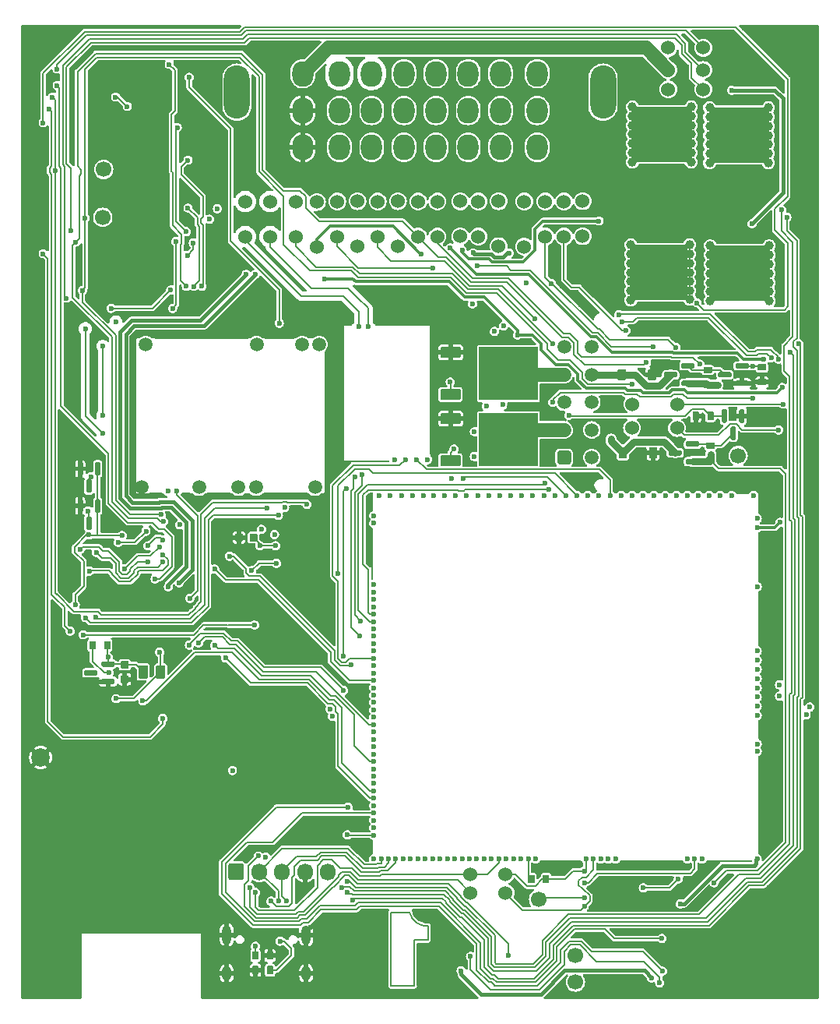
<source format=gbl>
G04 #@! TF.GenerationSoftware,KiCad,Pcbnew,7.0.6-7.0.6~ubuntu22.04.1*
G04 #@! TF.CreationDate,2023-07-13T12:08:25+00:00*
G04 #@! TF.ProjectId,alphax_2ch,616c7068-6178-45f3-9263-682e6b696361,F*
G04 #@! TF.SameCoordinates,PX141f5e0PYa2cace0*
G04 #@! TF.FileFunction,Copper,L4,Bot*
G04 #@! TF.FilePolarity,Positive*
%FSLAX46Y46*%
G04 Gerber Fmt 4.6, Leading zero omitted, Abs format (unit mm)*
G04 Created by KiCad (PCBNEW 7.0.6-7.0.6~ubuntu22.04.1) date 2023-07-13 12:08:25*
%MOMM*%
%LPD*%
G01*
G04 APERTURE LIST*
G04 #@! TA.AperFunction,EtchedComponent*
%ADD10C,0.200000*%
G04 #@! TD*
G04 #@! TA.AperFunction,ComponentPad*
%ADD11C,1.524000*%
G04 #@! TD*
G04 #@! TA.AperFunction,ComponentPad*
%ADD12O,1.700000X1.850000*%
G04 #@! TD*
G04 #@! TA.AperFunction,ComponentPad*
%ADD13O,1.000000X2.100000*%
G04 #@! TD*
G04 #@! TA.AperFunction,ComponentPad*
%ADD14O,1.000000X1.600000*%
G04 #@! TD*
G04 #@! TA.AperFunction,ComponentPad*
%ADD15C,1.700000*%
G04 #@! TD*
G04 #@! TA.AperFunction,ComponentPad*
%ADD16C,1.500000*%
G04 #@! TD*
G04 #@! TA.AperFunction,ComponentPad*
%ADD17C,0.599999*%
G04 #@! TD*
G04 #@! TA.AperFunction,ComponentPad*
%ADD18C,0.600000*%
G04 #@! TD*
G04 #@! TA.AperFunction,SMDPad,CuDef*
%ADD19O,3.300000X0.200000*%
G04 #@! TD*
G04 #@! TA.AperFunction,SMDPad,CuDef*
%ADD20O,10.200000X0.200000*%
G04 #@! TD*
G04 #@! TA.AperFunction,SMDPad,CuDef*
%ADD21O,0.300000X0.200000*%
G04 #@! TD*
G04 #@! TA.AperFunction,SMDPad,CuDef*
%ADD22O,0.200000X17.000000*%
G04 #@! TD*
G04 #@! TA.AperFunction,SMDPad,CuDef*
%ADD23O,0.200000X15.400000*%
G04 #@! TD*
G04 #@! TA.AperFunction,SMDPad,CuDef*
%ADD24O,4.800000X0.200000*%
G04 #@! TD*
G04 #@! TA.AperFunction,SMDPad,CuDef*
%ADD25O,2.600000X0.200000*%
G04 #@! TD*
G04 #@! TA.AperFunction,SMDPad,CuDef*
%ADD26O,1.000000X0.200000*%
G04 #@! TD*
G04 #@! TA.AperFunction,SMDPad,CuDef*
%ADD27O,1.500000X0.200000*%
G04 #@! TD*
G04 #@! TA.AperFunction,SMDPad,CuDef*
%ADD28R,6.185000X0.250000*%
G04 #@! TD*
G04 #@! TA.AperFunction,SMDPad,CuDef*
%ADD29R,1.115000X0.250000*%
G04 #@! TD*
G04 #@! TA.AperFunction,SMDPad,CuDef*
%ADD30R,0.250000X14.275000*%
G04 #@! TD*
G04 #@! TA.AperFunction,SMDPad,CuDef*
%ADD31R,0.250000X15.100000*%
G04 #@! TD*
G04 #@! TA.AperFunction,SMDPad,CuDef*
%ADD32R,5.175000X0.250000*%
G04 #@! TD*
G04 #@! TA.AperFunction,SMDPad,CuDef*
%ADD33R,0.200000X2.300000*%
G04 #@! TD*
G04 #@! TA.AperFunction,SMDPad,CuDef*
%ADD34R,0.200000X10.700000*%
G04 #@! TD*
G04 #@! TA.AperFunction,SMDPad,CuDef*
%ADD35R,0.200000X2.100000*%
G04 #@! TD*
G04 #@! TA.AperFunction,SMDPad,CuDef*
%ADD36R,0.200000X6.000000*%
G04 #@! TD*
G04 #@! TA.AperFunction,SMDPad,CuDef*
%ADD37R,0.200000X5.400000*%
G04 #@! TD*
G04 #@! TA.AperFunction,SMDPad,CuDef*
%ADD38R,1.400000X0.200000*%
G04 #@! TD*
G04 #@! TA.AperFunction,SMDPad,CuDef*
%ADD39R,5.000000X0.200000*%
G04 #@! TD*
G04 #@! TA.AperFunction,SMDPad,CuDef*
%ADD40R,6.800000X0.200000*%
G04 #@! TD*
G04 #@! TA.AperFunction,SMDPad,CuDef*
%ADD41R,4.500000X0.200000*%
G04 #@! TD*
G04 #@! TA.AperFunction,SMDPad,CuDef*
%ADD42R,0.200000X1.600000*%
G04 #@! TD*
G04 #@! TA.AperFunction,SMDPad,CuDef*
%ADD43R,0.200000X5.700000*%
G04 #@! TD*
G04 #@! TA.AperFunction,SMDPad,CuDef*
%ADD44R,0.200000X2.000000*%
G04 #@! TD*
G04 #@! TA.AperFunction,ComponentPad*
%ADD45O,2.800000X5.800000*%
G04 #@! TD*
G04 #@! TA.AperFunction,ComponentPad*
%ADD46O,2.300000X2.800000*%
G04 #@! TD*
G04 #@! TA.AperFunction,SMDPad,CuDef*
%ADD47R,6.400000X5.800000*%
G04 #@! TD*
G04 #@! TA.AperFunction,SMDPad,CuDef*
%ADD48C,2.000000*%
G04 #@! TD*
G04 #@! TA.AperFunction,ViaPad*
%ADD49C,0.600000*%
G04 #@! TD*
G04 #@! TA.AperFunction,ViaPad*
%ADD50C,1.000000*%
G04 #@! TD*
G04 #@! TA.AperFunction,ViaPad*
%ADD51C,4.500000*%
G04 #@! TD*
G04 #@! TA.AperFunction,Conductor*
%ADD52C,0.800000*%
G04 #@! TD*
G04 #@! TA.AperFunction,Conductor*
%ADD53C,0.200000*%
G04 #@! TD*
G04 #@! TA.AperFunction,Conductor*
%ADD54C,0.300000*%
G04 #@! TD*
G04 #@! TA.AperFunction,Conductor*
%ADD55C,0.203200*%
G04 #@! TD*
G04 #@! TA.AperFunction,Conductor*
%ADD56C,0.400000*%
G04 #@! TD*
G04 #@! TA.AperFunction,Conductor*
%ADD57C,1.500000*%
G04 #@! TD*
G04 APERTURE END LIST*
D10*
G04 #@! TO.C,G3*
X44360000Y6490000D02*
X44360000Y7990000D01*
X44360000Y6490000D02*
X42860000Y6490000D01*
X42860000Y1490000D02*
X40360000Y1490000D01*
X42860000Y6490000D02*
X42860000Y1490000D01*
X40360000Y1490000D02*
X40360000Y9490000D01*
X40360000Y9490000D02*
X42360000Y9490000D01*
X42360001Y9490000D02*
G75*
G03*
X44360000Y7990000I1921600J478801D01*
G01*
G04 #@! TD*
D11*
G04 #@! TO.P,R8,1,1*
G04 #@! TO.N,/CAN-*
X49836417Y82896579D03*
G04 #@! TO.P,R8,2,2*
G04 #@! TO.N,/C6*
X49836417Y86706579D03*
G04 #@! TD*
G04 #@! TO.P,R9,1,1*
G04 #@! TO.N,/CAN+*
X47882571Y82918049D03*
G04 #@! TO.P,R9,2,2*
G04 #@! TO.N,/C5*
X47882571Y86728049D03*
G04 #@! TD*
G04 #@! TO.P,F7,1,1*
G04 #@! TO.N,Net-(J1-Pin_6)*
X66550000Y62100000D03*
G04 #@! TO.P,F7,2,2*
G04 #@! TO.N,/OUT_IGN4*
X71450000Y62100000D03*
G04 #@! TD*
G04 #@! TO.P,F4,1,1*
G04 #@! TO.N,/A3*
X36700000Y86750000D03*
G04 #@! TO.P,F4,2,2*
G04 #@! TO.N,/OUT_PUMP_RELAY*
X36700000Y81850000D03*
G04 #@! TD*
G04 #@! TO.P,J5,1,Pin_1*
G04 #@! TO.N,/VBUS*
G04 #@! TA.AperFunction,ComponentPad*
G36*
G01*
X22650000Y13225000D02*
X22650000Y14575000D01*
G75*
G02*
X22900000Y14825000I250000J0D01*
G01*
X24100000Y14825000D01*
G75*
G02*
X24350000Y14575000I0J-250000D01*
G01*
X24350000Y13225000D01*
G75*
G02*
X24100000Y12975000I-250000J0D01*
G01*
X22900000Y12975000D01*
G75*
G02*
X22650000Y13225000I0J250000D01*
G01*
G37*
G04 #@! TD.AperFunction*
D12*
G04 #@! TO.P,J5,2,Pin_2*
G04 #@! TO.N,/USB-*
X26000000Y13900000D03*
G04 #@! TO.P,J5,3,Pin_3*
G04 #@! TO.N,/USB+*
X28500000Y13900000D03*
G04 #@! TO.P,J5,4,Pin_4*
G04 #@! TO.N,GND*
X31000000Y13900000D03*
G04 #@! TO.P,J5,5,Pin_5*
X33500000Y13900000D03*
G04 #@! TD*
D13*
G04 #@! TO.P,J6,S1,SHIELD*
G04 #@! TO.N,GND*
X22480000Y7020000D03*
D14*
X22480000Y2840000D03*
D13*
X31120000Y7020000D03*
D14*
X31120000Y2840000D03*
G04 #@! TD*
D15*
G04 #@! TO.P,P2,1,Pin_1*
G04 #@! TO.N,Net-(M2-IN_PPS)*
X78100000Y59100000D03*
G04 #@! TD*
D11*
G04 #@! TO.P,R11,1,1*
G04 #@! TO.N,/IN_CRANK+*
X24500000Y82895000D03*
G04 #@! TO.P,R11,2,2*
G04 #@! TO.N,/C3*
X24500000Y86705000D03*
G04 #@! TD*
G04 #@! TO.P,R6,1,1*
G04 #@! TO.N,/OUT_IDLE*
X74305000Y103400000D03*
G04 #@! TO.P,R6,2,2*
G04 #@! TO.N,/C8*
X70495000Y103400000D03*
G04 #@! TD*
G04 #@! TO.P,J1,1,Pin_1*
G04 #@! TO.N,/AIN1*
G04 #@! TA.AperFunction,ComponentPad*
G36*
G01*
X59684999Y58150000D02*
X58685001Y58150000D01*
G75*
G02*
X58435000Y58400001I0J250001D01*
G01*
X58435000Y59399999D01*
G75*
G02*
X58685001Y59650000I250001J0D01*
G01*
X59684999Y59650000D01*
G75*
G02*
X59935000Y59399999I0J-250001D01*
G01*
X59935000Y58400001D01*
G75*
G02*
X59684999Y58150000I-250001J0D01*
G01*
G37*
G04 #@! TD.AperFunction*
D16*
G04 #@! TO.P,J1,2,Pin_2*
G04 #@! TO.N,/OUT_INJ3*
X59185000Y61900000D03*
G04 #@! TO.P,J1,3,Pin_3*
G04 #@! TO.N,/AIN2*
X59185000Y64900000D03*
G04 #@! TO.P,J1,4,Pin_4*
G04 #@! TO.N,/OUT_INJ4*
X59185000Y67900000D03*
G04 #@! TO.P,J1,5,Pin_5*
G04 #@! TO.N,/AIN3*
X59185000Y70900000D03*
G04 #@! TO.P,J1,6,Pin_6*
G04 #@! TO.N,Net-(J1-Pin_6)*
X62185000Y58900000D03*
G04 #@! TO.P,J1,7,Pin_7*
G04 #@! TO.N,/AIN4*
X62185000Y61900000D03*
G04 #@! TO.P,J1,8,Pin_8*
G04 #@! TO.N,Net-(J1-Pin_8)*
X62185000Y64900000D03*
G04 #@! TO.P,J1,9,Pin_9*
G04 #@! TO.N,/OUT_HS1*
X62185000Y67900000D03*
G04 #@! TO.P,J1,10,Pin_10*
G04 #@! TO.N,/OUT_HS2*
X62185000Y70900000D03*
G04 #@! TD*
D11*
G04 #@! TO.P,R17,1,1*
G04 #@! TO.N,/IN_AFR*
X38900000Y82895000D03*
G04 #@! TO.P,R17,2,2*
G04 #@! TO.N,/B4*
X38900000Y86705000D03*
G04 #@! TD*
D17*
G04 #@! TO.P,M8,V1,V5*
G04 #@! TO.N,+5V*
X69577499Y1826662D03*
G04 #@! TO.P,M8,V2,CAN_VIO*
G04 #@! TO.N,+3V3*
X68702497Y2351662D03*
G04 #@! TO.P,M8,V5,CAN_TX*
G04 #@! TO.N,/CAN2_TX*
X69877501Y3101660D03*
G04 #@! TO.P,M8,V6,CAN_RX*
G04 #@! TO.N,/CAN2_RX*
X69802498Y6651661D03*
G04 #@! TD*
D11*
G04 #@! TO.P,F6,1,1*
G04 #@! TO.N,Net-(J1-Pin_8)*
X66600010Y64700000D03*
G04 #@! TO.P,F6,2,2*
G04 #@! TO.N,/OUT_IGN3*
X71500010Y64700000D03*
G04 #@! TD*
G04 #@! TO.P,R16,1,1*
G04 #@! TO.N,/IN_TPS*
X45400000Y82895000D03*
G04 #@! TO.P,R16,2,2*
G04 #@! TO.N,/B5*
X45400000Y86705000D03*
G04 #@! TD*
D15*
G04 #@! TO.P,P3,1,Pin_1*
G04 #@! TO.N,/CAN2-*
X60400000Y1900000D03*
G04 #@! TD*
D16*
G04 #@! TO.P,M1,E1,VBAT*
G04 #@! TO.N,unconnected-(M1-VBAT-PadE1)*
X32074999Y55675006D03*
G04 #@! TO.P,M1,E2,V12*
G04 #@! TO.N,+12V*
X25675002Y55675006D03*
G04 #@! TO.P,M1,E3,VIGN*
G04 #@! TO.N,/VIGN*
X23774999Y55675006D03*
G04 #@! TO.P,M1,E4,V5*
G04 #@! TO.N,+5V*
X19474999Y55675006D03*
D18*
G04 #@! TO.P,M1,E5,EN_5VP*
G04 #@! TO.N,/PWR_EN*
X17075002Y55225007D03*
G04 #@! TO.P,M1,E6,PG_5VP*
G04 #@! TO.N,/TLS115_PG*
X16075001Y55225007D03*
D19*
G04 #@! TO.P,M1,S1,GND*
G04 #@! TO.N,GND*
X28224999Y71825002D03*
D20*
X19725001Y71825002D03*
D21*
X12624999Y71825002D03*
D22*
X12574999Y63425004D03*
D23*
X33174999Y62625003D03*
D16*
X13224999Y55675006D03*
D21*
X33124999Y55025005D03*
D24*
X28925001Y55025005D03*
D25*
X21574999Y55025005D03*
D26*
X18075002Y55025005D03*
D27*
X14775001Y55025005D03*
D16*
G04 #@! TO.P,M1,V1,V12_PERM*
G04 #@! TO.N,+12V_RAW*
X32525001Y71175003D03*
G04 #@! TO.P,M1,V2,IN_VIGN*
X30675002Y71175003D03*
G04 #@! TO.P,M1,V3,V12_RAW*
X25724999Y71175003D03*
G04 #@! TO.P,M1,V4,5VP*
G04 #@! TO.N,+5VAS*
X13675001Y71175003D03*
G04 #@! TD*
D15*
G04 #@! TO.P,P5,1,Pin_1*
G04 #@! TO.N,/LIN*
X56400000Y10900000D03*
G04 #@! TD*
D18*
G04 #@! TO.P,M3,E1,Thresh_IN*
G04 #@! TO.N,/THRESHOLD_VR*
X41925000Y58675000D03*
G04 #@! TO.P,M3,E2,OUT_A*
G04 #@! TO.N,/VR_ANALOG*
X40725000Y58675000D03*
G04 #@! TO.P,M3,E3,OUT*
G04 #@! TO.N,/IN_CRANK*
X43125000Y58675000D03*
G04 #@! TO.P,M3,E4,V5_IN*
G04 #@! TO.N,+5V*
X44325000Y58675000D03*
D28*
G04 #@! TO.P,M3,G,GND*
G04 #@! TO.N,GND*
X41657500Y73325000D03*
D29*
X35607500Y73325000D03*
D30*
X44625000Y66312500D03*
D31*
X35175000Y65900000D03*
D32*
X37637500Y58475000D03*
D18*
G04 #@! TO.P,M3,W1,VR-*
G04 #@! TO.N,/IN_CRANK-*
X37865000Y73100000D03*
G04 #@! TO.P,M3,W2,VR+*
G04 #@! TO.N,/IN_CRANK+*
X36865000Y73100000D03*
G04 #@! TD*
D11*
G04 #@! TO.P,R10,1,1*
G04 #@! TO.N,/IN_2STEP*
X43300000Y82895000D03*
G04 #@! TO.P,R10,2,2*
G04 #@! TO.N,/C4*
X43300000Y86705000D03*
G04 #@! TD*
G04 #@! TO.P,R19,1,1*
G04 #@! TO.N,/IN_MAP2*
X30000000Y82895000D03*
G04 #@! TO.P,R19,2,2*
G04 #@! TO.N,/B2*
X30000000Y86705000D03*
G04 #@! TD*
G04 #@! TO.P,F1,1,1*
G04 #@! TO.N,/A7*
X54846000Y86700000D03*
G04 #@! TO.P,F1,2,2*
G04 #@! TO.N,/OUT_IGN2*
X54846000Y81800000D03*
G04 #@! TD*
G04 #@! TO.P,R14,1,1*
G04 #@! TO.N,/B8*
X70495000Y98900000D03*
G04 #@! TO.P,R14,2,2*
G04 #@! TO.N,/OUT_INJ2*
X74305000Y98900000D03*
G04 #@! TD*
G04 #@! TO.P,F3,1,1*
G04 #@! TO.N,/A4*
X41100000Y86750000D03*
G04 #@! TO.P,F3,2,2*
G04 #@! TO.N,/OUT_TACH*
X41100000Y81850000D03*
G04 #@! TD*
D17*
G04 #@! TO.P,M4,V1,12V*
G04 #@! TO.N,+12V_RAW*
X67793366Y12132507D03*
G04 #@! TO.P,M4,V2,UART_RX*
G04 #@! TO.N,Net-(M2-UART8_RX)*
X61368367Y13962500D03*
G04 #@! TO.P,M4,V3,5V*
G04 #@! TO.N,+5VA*
X61368367Y12687502D03*
G04 #@! TO.P,M4,V4,LIN*
G04 #@! TO.N,/LIN*
X61368367Y11037513D03*
G04 #@! TO.P,M4,V5,UART_TX*
G04 #@! TO.N,Net-(M2-UART8_TX)*
X61368367Y10137502D03*
G04 #@! TD*
D11*
G04 #@! TO.P,R26,1,1*
G04 #@! TO.N,Net-(M2-UART8_TX)*
X52805000Y11600000D03*
G04 #@! TO.P,R26,2,2*
G04 #@! TO.N,/UART_TX*
X48995000Y11600000D03*
G04 #@! TD*
G04 #@! TO.P,R25,1,1*
G04 #@! TO.N,Net-(M2-UART8_RX)*
X52805000Y13600000D03*
G04 #@! TO.P,R25,2,2*
G04 #@! TO.N,/UART_RX*
X48995000Y13600000D03*
G04 #@! TD*
G04 #@! TO.P,R15,1,1*
G04 #@! TO.N,/IN_CLT*
X57132000Y82895000D03*
G04 #@! TO.P,R15,2,2*
G04 #@! TO.N,/B7*
X57132000Y86705000D03*
G04 #@! TD*
G04 #@! TO.P,R7,1,1*
G04 #@! TO.N,/IN_CAM*
X59164000Y82895000D03*
G04 #@! TO.P,R7,2,2*
G04 #@! TO.N,/C7*
X59164000Y86705000D03*
G04 #@! TD*
D18*
G04 #@! TO.P,M2,E1,SPI2_SCK*
G04 #@! TO.N,/CAN2_TX*
X38475000Y17875004D03*
G04 #@! TO.P,M2,E2,SPI2_MISO*
G04 #@! TO.N,unconnected-(M2-SPI2_MISO-PadE2)*
X38475000Y18675005D03*
G04 #@! TO.P,M2,E3,SPI2_MOSI*
G04 #@! TO.N,unconnected-(M2-SPI2_MOSI-PadE3)*
X38475000Y19475003D03*
G04 #@! TO.P,M2,E4,SPI2_CS*
G04 #@! TO.N,/CAN2_RX*
X38475000Y20275004D03*
G04 #@! TO.P,M2,E6,OUT_IO3*
G04 #@! TO.N,unconnected-(M2-OUT_IO3-PadE6)*
X38475000Y21075005D03*
G04 #@! TO.P,M2,E7,OUT_IO5*
G04 #@! TO.N,/CRANK_N_PULLUP*
X38475003Y21875003D03*
G04 #@! TO.P,M2,E8,OUT_IO1*
G04 #@! TO.N,/TACH_PULLUP*
X38475003Y22675004D03*
G04 #@! TO.P,M2,E9,OUT_IO6*
G04 #@! TO.N,unconnected-(M2-OUT_IO6-PadE9)*
X38475000Y23475008D03*
G04 #@! TO.P,M2,E10,OUT_IO10*
G04 #@! TO.N,unconnected-(M2-OUT_IO10-PadE10)*
X38475000Y24275004D03*
G04 #@! TO.P,M2,E11,OUT_IO9*
G04 #@! TO.N,unconnected-(M2-OUT_IO9-PadE11)*
X38475000Y25075004D03*
G04 #@! TO.P,M2,E12,OUT_IO2*
G04 #@! TO.N,/CRANK_P_PULLUP*
X38475000Y25875005D03*
G04 #@! TO.P,M2,E13,OUT_IO12*
G04 #@! TO.N,unconnected-(M2-OUT_IO12-PadE13)*
X38475003Y26675004D03*
G04 #@! TO.P,M2,E14,OUT_PWM5*
G04 #@! TO.N,unconnected-(M2-OUT_PWM5-PadE14)*
X38475003Y27475005D03*
G04 #@! TO.P,M2,E15,OUT_PWM4*
G04 #@! TO.N,/FAN_RELAY*
X38475003Y28275006D03*
G04 #@! TO.P,M2,E16,OUT_PWM3*
G04 #@! TO.N,/TACH*
X38475000Y29075004D03*
G04 #@! TO.P,M2,E17,OUT_PWM2*
G04 #@! TO.N,/PUMP_RELAY*
X38475000Y29875005D03*
G04 #@! TO.P,M2,E18,OUT_INJ2*
G04 #@! TO.N,/INJ2*
X38475000Y30675003D03*
G04 #@! TO.P,M2,E19,OUT_INJ1*
G04 #@! TO.N,/INJ1*
X38475003Y31475004D03*
G04 #@! TO.P,M2,E20,OUT_IO13*
G04 #@! TO.N,unconnected-(M2-OUT_IO13-PadE20)*
X38475003Y32275005D03*
G04 #@! TO.P,M2,E21,OUT_IO4*
G04 #@! TO.N,/TEMP_PULLUP*
X38475000Y33075004D03*
G04 #@! TO.P,M2,E22,OUT_IO8*
G04 #@! TO.N,/CAM_PULLDOWN*
X38475000Y33875005D03*
G04 #@! TO.P,M2,E23,OUT_IO7*
G04 #@! TO.N,/2STEP_PULLDOWN*
X38475000Y34675006D03*
G04 #@! TO.P,M2,E24,OUT_IO11*
G04 #@! TO.N,unconnected-(M2-OUT_IO11-PadE24)*
X38475000Y35475004D03*
G04 #@! TO.P,M2,E25,OUT_PWM7*
G04 #@! TO.N,unconnected-(M2-OUT_PWM7-PadE25)*
X38475000Y36275005D03*
G04 #@! TO.P,M2,E26,OUT_PWM6*
G04 #@! TO.N,/THRESHOLD_VR*
X38475000Y37075003D03*
G04 #@! TO.P,M2,E27,OUT_PWM1*
G04 #@! TO.N,/IDLE*
X38475000Y37875004D03*
G04 #@! TO.P,M2,E28,OUT_PWM8*
G04 #@! TO.N,unconnected-(M2-OUT_PWM8-PadE28)*
X38475000Y38675005D03*
G04 #@! TO.P,M2,E29,OUT_INJ3*
G04 #@! TO.N,/INJ3*
X38475000Y39475004D03*
G04 #@! TO.P,M2,E30,OUT_INJ4*
G04 #@! TO.N,/INJ4*
X38475000Y40275005D03*
G04 #@! TO.P,M2,E31,OUT_INJ5*
G04 #@! TO.N,/HS1*
X38475003Y41075003D03*
G04 #@! TO.P,M2,E32,OUT_INJ6*
G04 #@! TO.N,/HS2*
X38475000Y41875006D03*
G04 #@! TO.P,M2,E33,OUT_INJ7*
G04 #@! TO.N,unconnected-(M2-OUT_INJ7-PadE33)*
X38475000Y42675005D03*
G04 #@! TO.P,M2,E34,OUT_INJ8*
G04 #@! TO.N,unconnected-(M2-OUT_INJ8-PadE34)*
X38475000Y43475003D03*
G04 #@! TO.P,M2,E35,IO6*
G04 #@! TO.N,unconnected-(M2-IO6-PadE35)*
X38475000Y44275004D03*
G04 #@! TO.P,M2,E36,IO7*
G04 #@! TO.N,unconnected-(M2-IO7-PadE36)*
X38475000Y45075005D03*
G04 #@! TO.P,M2,E38,V5A_SWITCHABLE*
G04 #@! TO.N,+5VA*
X38475003Y51774999D03*
G04 #@! TO.P,M2,E39,GNDA*
G04 #@! TO.N,unconnected-(M2-GNDA-PadE39)*
X38475000Y52575000D03*
D33*
G04 #@! TO.P,M2,G,GND*
G04 #@! TO.N,GND*
X80375005Y53925000D03*
D34*
X80375003Y21125002D03*
D35*
X80375003Y29325001D03*
D36*
X80375003Y41375000D03*
D37*
X80375003Y48074997D03*
D38*
X78574996Y54975003D03*
D39*
X77175001Y15075002D03*
D40*
X68674998Y15075002D03*
D41*
X58824995Y15075002D03*
D42*
X38275000Y16575001D03*
D43*
X38275000Y48425004D03*
D44*
X38275000Y54074997D03*
D18*
G04 #@! TO.P,M2,N1,USBID*
G04 #@! TO.N,unconnected-(M2-USBID-PadN1)*
X38475000Y15275001D03*
G04 #@! TO.P,M2,N2,USBM*
G04 #@! TO.N,/USB-*
X39274998Y15274999D03*
G04 #@! TO.P,M2,N3,USBP*
G04 #@! TO.N,/USB+*
X40074999Y15274999D03*
G04 #@! TO.P,M2,N4,VBUS*
G04 #@! TO.N,/VBUS*
X40874998Y15275001D03*
G04 #@! TO.P,M2,N5,BOOT0*
G04 #@! TO.N,unconnected-(M2-BOOT0-PadN5)*
X41674999Y15275001D03*
G04 #@! TO.P,M2,N6,SWO*
G04 #@! TO.N,/SWO*
X42475000Y15275001D03*
G04 #@! TO.P,M2,N7,SWDIO*
G04 #@! TO.N,/SWDIO*
X43274998Y15275001D03*
G04 #@! TO.P,M2,N8,SWCLK*
G04 #@! TO.N,/SWCLK*
X44074999Y15274999D03*
G04 #@! TO.P,M2,N9,nReset*
G04 #@! TO.N,/NRESET*
X44874997Y15275001D03*
G04 #@! TO.P,M2,N10,SPI3_CS*
G04 #@! TO.N,unconnected-(M2-SPI3_CS-PadN10)*
X45674998Y15275001D03*
G04 #@! TO.P,M2,N11,SPI3_SCK*
G04 #@! TO.N,unconnected-(M2-SPI3_SCK-PadN11)*
X46474999Y15275001D03*
G04 #@! TO.P,M2,N12,SPI3_MISO*
G04 #@! TO.N,unconnected-(M2-SPI3_MISO-PadN12)*
X47275000Y15275001D03*
G04 #@! TO.P,M2,N13,SPI3_MOSI*
G04 #@! TO.N,unconnected-(M2-SPI3_MOSI-PadN13)*
X48074999Y15275001D03*
G04 #@! TO.P,M2,N14,I2C_SCL*
G04 #@! TO.N,unconnected-(M2-I2C_SCL-PadN14)*
X48875000Y15275001D03*
G04 #@! TO.P,M2,N15,I2C_SDA*
G04 #@! TO.N,unconnected-(M2-I2C_SDA-PadN15)*
X49675001Y15274999D03*
G04 #@! TO.P,M2,N16,IO1*
G04 #@! TO.N,unconnected-(M2-IO1-PadN16)*
X50475001Y15274999D03*
G04 #@! TO.P,M2,N17,UART2_TX*
G04 #@! TO.N,/UART_TX*
X51275000Y15275001D03*
G04 #@! TO.P,M2,N18,UART2_RX*
G04 #@! TO.N,/UART_RX*
X52075001Y15275001D03*
G04 #@! TO.P,M2,N19,IO2*
G04 #@! TO.N,unconnected-(M2-IO2-PadN19)*
X52874999Y15275001D03*
G04 #@! TO.P,M2,N20,IO4*
G04 #@! TO.N,unconnected-(M2-IO4-PadN20)*
X53675000Y15275001D03*
G04 #@! TO.P,M2,N21,IO3*
G04 #@! TO.N,unconnected-(M2-IO3-PadN21)*
X54474999Y15274999D03*
G04 #@! TO.P,M2,N22,V33*
G04 #@! TO.N,+3V3*
X55275000Y15275001D03*
G04 #@! TO.P,M2,N23,IO5*
G04 #@! TO.N,unconnected-(M2-IO5-PadN23)*
X56075000Y15275001D03*
G04 #@! TO.P,M2,N24,UART8_RX*
G04 #@! TO.N,Net-(M2-UART8_RX)*
X61575000Y15275001D03*
G04 #@! TO.P,M2,N25,UART8_TX*
G04 #@! TO.N,Net-(M2-UART8_TX)*
X62375001Y15275001D03*
G04 #@! TO.P,M2,N26,IN_VIGN*
G04 #@! TO.N,/VIGN*
X63174999Y15275001D03*
G04 #@! TO.P,M2,N27,VBAT*
G04 #@! TO.N,unconnected-(M2-VBAT-PadN27)*
X63974997Y15275001D03*
G04 #@! TO.P,M2,N28,V33_SWITCHABLE*
G04 #@! TO.N,/BT_3V3*
X64774996Y15275001D03*
G04 #@! TO.P,M2,N29,OUT_PWR_EN*
G04 #@! TO.N,/PWR_EN*
X72575000Y15275001D03*
G04 #@! TO.P,M2,N30,V5A_SWITCHABLE*
G04 #@! TO.N,+5VA*
X73374999Y15275001D03*
G04 #@! TO.P,M2,N31,VCC*
G04 #@! TO.N,+5V*
X74174997Y15275001D03*
G04 #@! TO.P,M2,N32,V33*
G04 #@! TO.N,+3V3*
X80175001Y15275001D03*
G04 #@! TO.P,M2,S1,IN_D4*
G04 #@! TO.N,unconnected-(M2-IN_D4-PadS1)*
X39075001Y54775006D03*
G04 #@! TO.P,M2,S2,IN_D3*
G04 #@! TO.N,/HALL2*
X40275002Y54775004D03*
G04 #@! TO.P,M2,S3,IN_D2*
G04 #@! TO.N,/TLS115_PG*
X41474999Y54775004D03*
G04 #@! TO.P,M2,S4,IN_D1*
G04 #@! TO.N,/HALL1*
X42674999Y54775006D03*
G04 #@! TO.P,M2,S5,VREF2*
G04 #@! TO.N,unconnected-(M2-VREF2-PadS5)*
X43874999Y54775004D03*
G04 #@! TO.P,M2,S6,IN_SENS4*
G04 #@! TO.N,unconnected-(M2-IN_SENS4-PadS6)*
X44974987Y54775004D03*
G04 #@! TO.P,M2,S7,IN_SENS3*
G04 #@! TO.N,unconnected-(M2-IN_SENS3-PadS7)*
X46174987Y54775004D03*
G04 #@! TO.P,M2,S8,IN_SENS2*
G04 #@! TO.N,unconnected-(M2-IN_SENS2-PadS8)*
X47374985Y54775006D03*
G04 #@! TO.P,M2,S9,IN_SENS1*
G04 #@! TO.N,unconnected-(M2-IN_SENS1-PadS9)*
X48574985Y54775004D03*
G04 #@! TO.P,M2,S10,IN_AUX4*
G04 #@! TO.N,/AIN4*
X49774988Y54775004D03*
G04 #@! TO.P,M2,S11,IN_AUX3*
G04 #@! TO.N,/AIN3*
X50974990Y54775006D03*
G04 #@! TO.P,M2,S12,IN_AUX2*
G04 #@! TO.N,/AIN2*
X52174988Y54775004D03*
G04 #@! TO.P,M2,S13,IN_AUX1*
G04 #@! TO.N,/AIN1*
X53374986Y54775004D03*
G04 #@! TO.P,M2,S14,IN_RES2*
G04 #@! TO.N,unconnected-(M2-IN_RES2-PadS14)*
X54574993Y54775004D03*
G04 #@! TO.P,M2,S15,IN_O2S2*
G04 #@! TO.N,/IN_AFR*
X55774993Y54775004D03*
G04 #@! TO.P,M2,S16,IN_O2S*
G04 #@! TO.N,unconnected-(M2-IN_O2S-PadS16)*
X56974991Y54775004D03*
G04 #@! TO.P,M2,S17,IN_RES1*
G04 #@! TO.N,unconnected-(M2-IN_RES1-PadS17)*
X58174991Y54775004D03*
G04 #@! TO.P,M2,S18,IN_RES3*
G04 #@! TO.N,/VR_ANALOG*
X59374996Y54775004D03*
G04 #@! TO.P,M2,S19,IN_MAP3*
G04 #@! TO.N,/IN_MAP3*
X60574997Y54775004D03*
G04 #@! TO.P,M2,S20,IN_MAP2*
G04 #@! TO.N,/IN_MAP2*
X61774994Y54775006D03*
G04 #@! TO.P,M2,S21,IN_MAP1*
G04 #@! TO.N,unconnected-(M2-IN_MAP1-PadS21)*
X62974994Y54775004D03*
G04 #@! TO.P,M2,S22,IN_CRANK*
G04 #@! TO.N,/IN_CRANK*
X64174997Y54775006D03*
G04 #@! TO.P,M2,S23,IN_KNOCK*
G04 #@! TO.N,unconnected-(M2-IN_KNOCK-PadS23)*
X65374997Y54775004D03*
G04 #@! TO.P,M2,S24,IN_CAM*
G04 #@! TO.N,/IN_CAM*
X66574992Y54775004D03*
G04 #@! TO.P,M2,S25,IN_VSS*
G04 #@! TO.N,/IN_2STEP*
X67774995Y54775006D03*
G04 #@! TO.P,M2,S26,IN_IAT*
G04 #@! TO.N,/IN_IAT*
X68975000Y54775004D03*
G04 #@! TO.P,M2,S27,IN_AT1*
G04 #@! TO.N,unconnected-(M2-IN_AT1-PadS27)*
X70175000Y54775006D03*
G04 #@! TO.P,M2,S28,IN_CLT*
G04 #@! TO.N,/IN_CLT*
X71374998Y54775004D03*
G04 #@! TO.P,M2,S29,IN_AT2*
G04 #@! TO.N,unconnected-(M2-IN_AT2-PadS29)*
X72574998Y54775004D03*
G04 #@! TO.P,M2,S30,IN_TPS*
G04 #@! TO.N,/IN_TPS*
X73775003Y54775004D03*
G04 #@! TO.P,M2,S31,IN_PPS*
G04 #@! TO.N,Net-(M2-IN_PPS)*
X74975003Y54775004D03*
G04 #@! TO.P,M2,S32,IN_TPS2*
G04 #@! TO.N,unconnected-(M2-IN_TPS2-PadS32)*
X76175001Y54775004D03*
G04 #@! TO.P,M2,S33,IN_PPS2*
G04 #@! TO.N,unconnected-(M2-IN_PPS2-PadS33)*
X77375001Y54775004D03*
G04 #@! TO.P,M2,S35,VREF1*
G04 #@! TO.N,unconnected-(M2-VREF1-PadS35)*
X79775001Y54775004D03*
G04 #@! TO.P,M2,W1,GNDA*
G04 #@! TO.N,GNDA*
X80175003Y52275001D03*
G04 #@! TO.P,M2,W2,V5A_SWITCHABLE*
G04 #@! TO.N,+5VA*
X80175003Y51275000D03*
G04 #@! TO.P,M2,W3,V33_REF*
G04 #@! TO.N,unconnected-(M2-V33_REF-PadW3)*
X80175001Y44874998D03*
G04 #@! TO.P,M2,W4,IGN8*
G04 #@! TO.N,unconnected-(M2-IGN8-PadW4)*
X80175001Y37875002D03*
G04 #@! TO.P,M2,W5,IGN7*
G04 #@! TO.N,unconnected-(M2-IGN7-PadW5)*
X80175001Y36875001D03*
G04 #@! TO.P,M2,W6,IGN6*
G04 #@! TO.N,unconnected-(M2-IGN6-PadW6)*
X80175001Y35875003D03*
G04 #@! TO.P,M2,W7,IGN5*
G04 #@! TO.N,unconnected-(M2-IGN5-PadW7)*
X80175001Y34875003D03*
G04 #@! TO.P,M2,W8,IGN4*
G04 #@! TO.N,/OUT_IGN4*
X80175001Y33875002D03*
G04 #@! TO.P,M2,W9,IGN3*
G04 #@! TO.N,/OUT_IGN3*
X80175001Y32875004D03*
G04 #@! TO.P,M2,W10,IGN2*
G04 #@! TO.N,/OUT_IGN2*
X80175001Y31875004D03*
G04 #@! TO.P,M2,W11,IGN1*
G04 #@! TO.N,/OUT_IGN1*
X80175001Y30875006D03*
G04 #@! TO.P,M2,W12,CANH*
G04 #@! TO.N,/CAN+*
X80175001Y27775002D03*
G04 #@! TO.P,M2,W13,CANL*
G04 #@! TO.N,/CAN-*
X80175001Y26975001D03*
G04 #@! TD*
D11*
G04 #@! TO.P,R13,1,1*
G04 #@! TO.N,/OUT_FAN_RELAY*
X74305000Y101000000D03*
G04 #@! TO.P,R13,2,2*
G04 #@! TO.N,/C1*
X70495000Y101000000D03*
G04 #@! TD*
G04 #@! TO.P,R20,1,1*
G04 #@! TO.N,/OUT_INJ1*
X61196000Y82943000D03*
G04 #@! TO.P,R20,2,2*
G04 #@! TO.N,/A8*
X61196000Y86753000D03*
G04 #@! TD*
D45*
G04 #@! TO.P,P1,*
G04 #@! TO.N,*
X23600000Y98599000D03*
X63400000Y98599000D03*
D46*
G04 #@! TO.P,P1,1,A1*
G04 #@! TO.N,GND*
X30750000Y92599000D03*
G04 #@! TO.P,P1,2,A2*
G04 #@! TO.N,/A2*
X34750000Y92599000D03*
G04 #@! TO.P,P1,3,A3*
G04 #@! TO.N,/A3*
X38250000Y92599000D03*
G04 #@! TO.P,P1,4,A4*
G04 #@! TO.N,/A4*
X41750000Y92599000D03*
G04 #@! TO.P,P1,5,A5*
G04 #@! TO.N,GNDA*
X45250000Y92599000D03*
G04 #@! TO.P,P1,6,A6*
G04 #@! TO.N,/A6*
X48750000Y92599000D03*
G04 #@! TO.P,P1,7,A7*
G04 #@! TO.N,/A7*
X52250000Y92599000D03*
G04 #@! TO.P,P1,8,A8*
G04 #@! TO.N,/A8*
X56250000Y92599000D03*
G04 #@! TO.P,P1,9,B1*
G04 #@! TO.N,GND*
X30750000Y96599000D03*
G04 #@! TO.P,P1,10,B2*
G04 #@! TO.N,/B2*
X34750000Y96599000D03*
G04 #@! TO.P,P1,11,B3*
G04 #@! TO.N,/B3*
X38250000Y96599000D03*
G04 #@! TO.P,P1,12,B4*
G04 #@! TO.N,/B4*
X41750000Y96599000D03*
G04 #@! TO.P,P1,13,B5*
G04 #@! TO.N,/B5*
X45250000Y96599000D03*
G04 #@! TO.P,P1,14,B6*
G04 #@! TO.N,+5VAS*
X48750000Y96599000D03*
G04 #@! TO.P,P1,15,B7*
G04 #@! TO.N,/B7*
X52250000Y96599000D03*
G04 #@! TO.P,P1,16,B8*
G04 #@! TO.N,/B8*
X56250000Y96599000D03*
G04 #@! TO.P,P1,17,C1*
G04 #@! TO.N,/C1*
X30750000Y100599000D03*
G04 #@! TO.P,P1,18,C2*
G04 #@! TO.N,/C2*
X34750000Y100599000D03*
G04 #@! TO.P,P1,19,C3*
G04 #@! TO.N,/C3*
X38250000Y100599000D03*
G04 #@! TO.P,P1,20,C4*
G04 #@! TO.N,/C4*
X41750000Y100599000D03*
G04 #@! TO.P,P1,21,C5*
G04 #@! TO.N,/C5*
X45250000Y100599000D03*
G04 #@! TO.P,P1,22,C6*
G04 #@! TO.N,/C6*
X48750000Y100599000D03*
G04 #@! TO.P,P1,23,C7*
G04 #@! TO.N,/C7*
X52250000Y100599000D03*
G04 #@! TO.P,P1,24,C8*
G04 #@! TO.N,/C8*
X56250000Y100599000D03*
G04 #@! TD*
D11*
G04 #@! TO.P,R12,1,1*
G04 #@! TO.N,/IN_CRANK-*
X27200000Y82895000D03*
G04 #@! TO.P,R12,2,2*
G04 #@! TO.N,/C2*
X27200000Y86705000D03*
G04 #@! TD*
G04 #@! TO.P,R18,1,1*
G04 #@! TO.N,/IN_IAT*
X34500000Y82895000D03*
G04 #@! TO.P,R18,2,2*
G04 #@! TO.N,/B3*
X34500000Y86705000D03*
G04 #@! TD*
D15*
G04 #@! TO.P,P4,1,Pin_1*
G04 #@! TO.N,/CAN2+*
X60400000Y4800000D03*
G04 #@! TD*
D11*
G04 #@! TO.P,F5,1,1*
G04 #@! TO.N,/A2*
X32300000Y86650000D03*
G04 #@! TO.P,F5,2,2*
G04 #@! TO.N,+12V_RAW*
X32300000Y81750000D03*
G04 #@! TD*
G04 #@! TO.P,F2,1,1*
G04 #@! TO.N,/A6*
X52052000Y86750000D03*
G04 #@! TO.P,F2,2,2*
G04 #@! TO.N,/OUT_IGN1*
X52052000Y81850000D03*
G04 #@! TD*
G04 #@! TO.P,R29,1*
G04 #@! TO.N,+3V3*
G04 #@! TA.AperFunction,SMDPad,CuDef*
G36*
G01*
X55250000Y12710000D02*
X55250000Y13490000D01*
G75*
G02*
X55320000Y13560000I70000J0D01*
G01*
X55880000Y13560000D01*
G75*
G02*
X55950000Y13490000I0J-70000D01*
G01*
X55950000Y12710000D01*
G75*
G02*
X55880000Y12640000I-70000J0D01*
G01*
X55320000Y12640000D01*
G75*
G02*
X55250000Y12710000I0J70000D01*
G01*
G37*
G04 #@! TD.AperFunction*
G04 #@! TO.P,R29,2*
G04 #@! TO.N,Net-(M2-UART8_RX)*
G04 #@! TA.AperFunction,SMDPad,CuDef*
G36*
G01*
X56850000Y12710000D02*
X56850000Y13490000D01*
G75*
G02*
X56920000Y13560000I70000J0D01*
G01*
X57480000Y13560000D01*
G75*
G02*
X57550000Y13490000I0J-70000D01*
G01*
X57550000Y12710000D01*
G75*
G02*
X57480000Y12640000I-70000J0D01*
G01*
X56920000Y12640000D01*
G75*
G02*
X56850000Y12710000I0J70000D01*
G01*
G37*
G04 #@! TD.AperFunction*
G04 #@! TD*
G04 #@! TO.P,R4,1*
G04 #@! TO.N,GND*
G04 #@! TA.AperFunction,SMDPad,CuDef*
G36*
G01*
X25250000Y2810000D02*
X25250000Y3590000D01*
G75*
G02*
X25320000Y3660000I70000J0D01*
G01*
X25880000Y3660000D01*
G75*
G02*
X25950000Y3590000I0J-70000D01*
G01*
X25950000Y2810000D01*
G75*
G02*
X25880000Y2740000I-70000J0D01*
G01*
X25320000Y2740000D01*
G75*
G02*
X25250000Y2810000I0J70000D01*
G01*
G37*
G04 #@! TD.AperFunction*
G04 #@! TO.P,R4,2*
G04 #@! TO.N,Net-(J6-CC2)*
G04 #@! TA.AperFunction,SMDPad,CuDef*
G36*
G01*
X26850000Y2810000D02*
X26850000Y3590000D01*
G75*
G02*
X26920000Y3660000I70000J0D01*
G01*
X27480000Y3660000D01*
G75*
G02*
X27550000Y3590000I0J-70000D01*
G01*
X27550000Y2810000D01*
G75*
G02*
X27480000Y2740000I-70000J0D01*
G01*
X26920000Y2740000D01*
G75*
G02*
X26850000Y2810000I0J70000D01*
G01*
G37*
G04 #@! TD.AperFunction*
G04 #@! TD*
G04 #@! TO.P,R60,1*
G04 #@! TO.N,Net-(Q1-S)*
G04 #@! TA.AperFunction,SMDPad,CuDef*
G36*
G01*
X12900000Y34975000D02*
X12900000Y36225000D01*
G75*
G02*
X13000000Y36325000I100000J0D01*
G01*
X13800000Y36325000D01*
G75*
G02*
X13900000Y36225000I0J-100000D01*
G01*
X13900000Y34975000D01*
G75*
G02*
X13800000Y34875000I-100000J0D01*
G01*
X13000000Y34875000D01*
G75*
G02*
X12900000Y34975000I0J100000D01*
G01*
G37*
G04 #@! TD.AperFunction*
G04 #@! TO.P,R60,2*
G04 #@! TO.N,+12V_RAW*
G04 #@! TA.AperFunction,SMDPad,CuDef*
G36*
G01*
X14800022Y34975000D02*
X14800022Y36225000D01*
G75*
G02*
X14900022Y36325000I100000J0D01*
G01*
X15700022Y36325000D01*
G75*
G02*
X15800022Y36225000I0J-100000D01*
G01*
X15800022Y34975000D01*
G75*
G02*
X15700022Y34875000I-100000J0D01*
G01*
X14900022Y34875000D01*
G75*
G02*
X14800022Y34975000I0J100000D01*
G01*
G37*
G04 #@! TD.AperFunction*
G04 #@! TD*
D15*
G04 #@! TO.P,J8,1,Pin_1*
G04 #@! TO.N,/IN_CAM*
X9000000Y85000000D03*
G04 #@! TD*
G04 #@! TO.P,D32,1,K*
G04 #@! TO.N,/OUT_HS2*
G04 #@! TA.AperFunction,SMDPad,CuDef*
G36*
G01*
X65100000Y58890000D02*
X65100000Y59910000D01*
G75*
G02*
X65190000Y60000000I90000J0D01*
G01*
X65910000Y60000000D01*
G75*
G02*
X66000000Y59910000I0J-90000D01*
G01*
X66000000Y58890000D01*
G75*
G02*
X65910000Y58800000I-90000J0D01*
G01*
X65190000Y58800000D01*
G75*
G02*
X65100000Y58890000I0J90000D01*
G01*
G37*
G04 #@! TD.AperFunction*
G04 #@! TO.P,D32,2,A*
G04 #@! TO.N,GND*
G04 #@! TA.AperFunction,SMDPad,CuDef*
G36*
G01*
X68400000Y58890000D02*
X68400000Y59910000D01*
G75*
G02*
X68490000Y60000000I90000J0D01*
G01*
X69210000Y60000000D01*
G75*
G02*
X69300000Y59910000I0J-90000D01*
G01*
X69300000Y58890000D01*
G75*
G02*
X69210000Y58800000I-90000J0D01*
G01*
X68490000Y58800000D01*
G75*
G02*
X68400000Y58890000I0J90000D01*
G01*
G37*
G04 #@! TD.AperFunction*
G04 #@! TD*
G04 #@! TO.P,D28,1,A*
G04 #@! TO.N,GND*
G04 #@! TA.AperFunction,SMDPad,CuDef*
G36*
G01*
X6400000Y54375000D02*
X6700000Y54375000D01*
G75*
G02*
X6850000Y54225000I0J-150000D01*
G01*
X6850000Y53050000D01*
G75*
G02*
X6700000Y52900000I-150000J0D01*
G01*
X6400000Y52900000D01*
G75*
G02*
X6250000Y53050000I0J150000D01*
G01*
X6250000Y54225000D01*
G75*
G02*
X6400000Y54375000I150000J0D01*
G01*
G37*
G04 #@! TD.AperFunction*
G04 #@! TO.P,D28,2,K*
G04 #@! TO.N,/HALL_PU2/+12V_LIM*
G04 #@! TA.AperFunction,SMDPad,CuDef*
G36*
G01*
X8300000Y54375000D02*
X8600000Y54375000D01*
G75*
G02*
X8750000Y54225000I0J-150000D01*
G01*
X8750000Y53050000D01*
G75*
G02*
X8600000Y52900000I-150000J0D01*
G01*
X8300000Y52900000D01*
G75*
G02*
X8150000Y53050000I0J150000D01*
G01*
X8150000Y54225000D01*
G75*
G02*
X8300000Y54375000I150000J0D01*
G01*
G37*
G04 #@! TD.AperFunction*
G04 #@! TO.P,D28,3,COM*
G04 #@! TO.N,Net-(D28-COM)*
G04 #@! TA.AperFunction,SMDPad,CuDef*
G36*
G01*
X7350000Y52500000D02*
X7650000Y52500000D01*
G75*
G02*
X7800000Y52350000I0J-150000D01*
G01*
X7800000Y51175000D01*
G75*
G02*
X7650000Y51025000I-150000J0D01*
G01*
X7350000Y51025000D01*
G75*
G02*
X7200000Y51175000I0J150000D01*
G01*
X7200000Y52350000D01*
G75*
G02*
X7350000Y52500000I150000J0D01*
G01*
G37*
G04 #@! TD.AperFunction*
G04 #@! TD*
G04 #@! TO.P,R66,1*
G04 #@! TO.N,Net-(Q18-G)*
G04 #@! TA.AperFunction,SMDPad,CuDef*
G36*
G01*
X74410000Y68750000D02*
X75190000Y68750000D01*
G75*
G02*
X75260000Y68680000I0J-70000D01*
G01*
X75260000Y68120000D01*
G75*
G02*
X75190000Y68050000I-70000J0D01*
G01*
X74410000Y68050000D01*
G75*
G02*
X74340000Y68120000I0J70000D01*
G01*
X74340000Y68680000D01*
G75*
G02*
X74410000Y68750000I70000J0D01*
G01*
G37*
G04 #@! TD.AperFunction*
G04 #@! TO.P,R66,2*
G04 #@! TO.N,+12V_RAW*
G04 #@! TA.AperFunction,SMDPad,CuDef*
G36*
G01*
X74410000Y67150000D02*
X75190000Y67150000D01*
G75*
G02*
X75260000Y67080000I0J-70000D01*
G01*
X75260000Y66520000D01*
G75*
G02*
X75190000Y66450000I-70000J0D01*
G01*
X74410000Y66450000D01*
G75*
G02*
X74340000Y66520000I0J70000D01*
G01*
X74340000Y67080000D01*
G75*
G02*
X74410000Y67150000I70000J0D01*
G01*
G37*
G04 #@! TD.AperFunction*
G04 #@! TD*
G04 #@! TO.P,Q8,1,IN*
G04 #@! TO.N,/INJ3*
G04 #@! TA.AperFunction,SMDPad,CuDef*
G36*
G01*
X45725000Y58065000D02*
X45725000Y59025000D01*
G75*
G02*
X45845000Y59145000I120000J0D01*
G01*
X47805000Y59145000D01*
G75*
G02*
X47925000Y59025000I0J-120000D01*
G01*
X47925000Y58065000D01*
G75*
G02*
X47805000Y57945000I-120000J0D01*
G01*
X45845000Y57945000D01*
G75*
G02*
X45725000Y58065000I0J120000D01*
G01*
G37*
G04 #@! TD.AperFunction*
D47*
G04 #@! TO.P,Q8,2,D*
G04 #@! TO.N,/OUT_INJ3*
X53125000Y60825000D03*
G04 #@! TO.P,Q8,3,S*
G04 #@! TO.N,GND*
G04 #@! TA.AperFunction,SMDPad,CuDef*
G36*
G01*
X45725000Y62625000D02*
X45725000Y63585000D01*
G75*
G02*
X45845000Y63705000I120000J0D01*
G01*
X47805000Y63705000D01*
G75*
G02*
X47925000Y63585000I0J-120000D01*
G01*
X47925000Y62625000D01*
G75*
G02*
X47805000Y62505000I-120000J0D01*
G01*
X45845000Y62505000D01*
G75*
G02*
X45725000Y62625000I0J120000D01*
G01*
G37*
G04 #@! TD.AperFunction*
G04 #@! TD*
G04 #@! TO.P,R57,1*
G04 #@! TO.N,Net-(Q1-G)*
G04 #@! TA.AperFunction,SMDPad,CuDef*
G36*
G01*
X7550000Y38110000D02*
X7550000Y38890000D01*
G75*
G02*
X7620000Y38960000I70000J0D01*
G01*
X8180000Y38960000D01*
G75*
G02*
X8250000Y38890000I0J-70000D01*
G01*
X8250000Y38110000D01*
G75*
G02*
X8180000Y38040000I-70000J0D01*
G01*
X7620000Y38040000D01*
G75*
G02*
X7550000Y38110000I0J70000D01*
G01*
G37*
G04 #@! TD.AperFunction*
G04 #@! TO.P,R57,2*
G04 #@! TO.N,Net-(Q1-S)*
G04 #@! TA.AperFunction,SMDPad,CuDef*
G36*
G01*
X9150000Y38110000D02*
X9150000Y38890000D01*
G75*
G02*
X9220000Y38960000I70000J0D01*
G01*
X9780000Y38960000D01*
G75*
G02*
X9850000Y38890000I0J-70000D01*
G01*
X9850000Y38110000D01*
G75*
G02*
X9780000Y38040000I-70000J0D01*
G01*
X9220000Y38040000D01*
G75*
G02*
X9150000Y38110000I0J70000D01*
G01*
G37*
G04 #@! TD.AperFunction*
G04 #@! TD*
G04 #@! TO.P,Q19,1,G*
G04 #@! TO.N,Net-(Q19-G)*
G04 #@! TA.AperFunction,SMDPad,CuDef*
G36*
G01*
X73875000Y60500000D02*
X73875000Y60200000D01*
G75*
G02*
X73725000Y60050000I-150000J0D01*
G01*
X72550000Y60050000D01*
G75*
G02*
X72400000Y60200000I0J150000D01*
G01*
X72400000Y60500000D01*
G75*
G02*
X72550000Y60650000I150000J0D01*
G01*
X73725000Y60650000D01*
G75*
G02*
X73875000Y60500000I0J-150000D01*
G01*
G37*
G04 #@! TD.AperFunction*
G04 #@! TO.P,Q19,2,S*
G04 #@! TO.N,+12V_RAW*
G04 #@! TA.AperFunction,SMDPad,CuDef*
G36*
G01*
X73875000Y58600000D02*
X73875000Y58300000D01*
G75*
G02*
X73725000Y58150000I-150000J0D01*
G01*
X72550000Y58150000D01*
G75*
G02*
X72400000Y58300000I0J150000D01*
G01*
X72400000Y58600000D01*
G75*
G02*
X72550000Y58750000I150000J0D01*
G01*
X73725000Y58750000D01*
G75*
G02*
X73875000Y58600000I0J-150000D01*
G01*
G37*
G04 #@! TD.AperFunction*
G04 #@! TO.P,Q19,3,D*
G04 #@! TO.N,/OUT_HS2*
G04 #@! TA.AperFunction,SMDPad,CuDef*
G36*
G01*
X72000000Y59550000D02*
X72000000Y59250000D01*
G75*
G02*
X71850000Y59100000I-150000J0D01*
G01*
X70675000Y59100000D01*
G75*
G02*
X70525000Y59250000I0J150000D01*
G01*
X70525000Y59550000D01*
G75*
G02*
X70675000Y59700000I150000J0D01*
G01*
X71850000Y59700000D01*
G75*
G02*
X72000000Y59550000I0J-150000D01*
G01*
G37*
G04 #@! TD.AperFunction*
G04 #@! TD*
G04 #@! TO.P,Q18,1,G*
G04 #@! TO.N,Net-(Q18-G)*
G04 #@! TA.AperFunction,SMDPad,CuDef*
G36*
G01*
X73375000Y69000000D02*
X73375000Y68700000D01*
G75*
G02*
X73225000Y68550000I-150000J0D01*
G01*
X72050000Y68550000D01*
G75*
G02*
X71900000Y68700000I0J150000D01*
G01*
X71900000Y69000000D01*
G75*
G02*
X72050000Y69150000I150000J0D01*
G01*
X73225000Y69150000D01*
G75*
G02*
X73375000Y69000000I0J-150000D01*
G01*
G37*
G04 #@! TD.AperFunction*
G04 #@! TO.P,Q18,2,S*
G04 #@! TO.N,+12V_RAW*
G04 #@! TA.AperFunction,SMDPad,CuDef*
G36*
G01*
X73375000Y67100000D02*
X73375000Y66800000D01*
G75*
G02*
X73225000Y66650000I-150000J0D01*
G01*
X72050000Y66650000D01*
G75*
G02*
X71900000Y66800000I0J150000D01*
G01*
X71900000Y67100000D01*
G75*
G02*
X72050000Y67250000I150000J0D01*
G01*
X73225000Y67250000D01*
G75*
G02*
X73375000Y67100000I0J-150000D01*
G01*
G37*
G04 #@! TD.AperFunction*
G04 #@! TO.P,Q18,3,D*
G04 #@! TO.N,/OUT_HS1*
G04 #@! TA.AperFunction,SMDPad,CuDef*
G36*
G01*
X71500000Y68050000D02*
X71500000Y67750000D01*
G75*
G02*
X71350000Y67600000I-150000J0D01*
G01*
X70175000Y67600000D01*
G75*
G02*
X70025000Y67750000I0J150000D01*
G01*
X70025000Y68050000D01*
G75*
G02*
X70175000Y68200000I150000J0D01*
G01*
X71350000Y68200000D01*
G75*
G02*
X71500000Y68050000I0J-150000D01*
G01*
G37*
G04 #@! TD.AperFunction*
G04 #@! TD*
G04 #@! TO.P,D29,1,A*
G04 #@! TO.N,GND*
G04 #@! TA.AperFunction,SMDPad,CuDef*
G36*
G01*
X6400000Y58412500D02*
X6700000Y58412500D01*
G75*
G02*
X6850000Y58262500I0J-150000D01*
G01*
X6850000Y57087500D01*
G75*
G02*
X6700000Y56937500I-150000J0D01*
G01*
X6400000Y56937500D01*
G75*
G02*
X6250000Y57087500I0J150000D01*
G01*
X6250000Y58262500D01*
G75*
G02*
X6400000Y58412500I150000J0D01*
G01*
G37*
G04 #@! TD.AperFunction*
G04 #@! TO.P,D29,2,K*
G04 #@! TO.N,/HALL_PU2/+12V_LIM*
G04 #@! TA.AperFunction,SMDPad,CuDef*
G36*
G01*
X8300000Y58412500D02*
X8600000Y58412500D01*
G75*
G02*
X8750000Y58262500I0J-150000D01*
G01*
X8750000Y57087500D01*
G75*
G02*
X8600000Y56937500I-150000J0D01*
G01*
X8300000Y56937500D01*
G75*
G02*
X8150000Y57087500I0J150000D01*
G01*
X8150000Y58262500D01*
G75*
G02*
X8300000Y58412500I150000J0D01*
G01*
G37*
G04 #@! TD.AperFunction*
G04 #@! TO.P,D29,3,COM*
G04 #@! TO.N,Net-(D29-COM)*
G04 #@! TA.AperFunction,SMDPad,CuDef*
G36*
G01*
X7350000Y56537500D02*
X7650000Y56537500D01*
G75*
G02*
X7800000Y56387500I0J-150000D01*
G01*
X7800000Y55212500D01*
G75*
G02*
X7650000Y55062500I-150000J0D01*
G01*
X7350000Y55062500D01*
G75*
G02*
X7200000Y55212500I0J150000D01*
G01*
X7200000Y56387500D01*
G75*
G02*
X7350000Y56537500I150000J0D01*
G01*
G37*
G04 #@! TD.AperFunction*
G04 #@! TD*
G04 #@! TO.P,C5,1*
G04 #@! TO.N,GND*
G04 #@! TA.AperFunction,SMDPad,CuDef*
G36*
G01*
X11740000Y34384999D02*
X11060000Y34384999D01*
G75*
G02*
X10975000Y34469999I0J85000D01*
G01*
X10975000Y35149999D01*
G75*
G02*
X11060000Y35234999I85000J0D01*
G01*
X11740000Y35234999D01*
G75*
G02*
X11825000Y35149999I0J-85000D01*
G01*
X11825000Y34469999D01*
G75*
G02*
X11740000Y34384999I-85000J0D01*
G01*
G37*
G04 #@! TD.AperFunction*
G04 #@! TO.P,C5,2*
G04 #@! TO.N,Net-(Q1-S)*
G04 #@! TA.AperFunction,SMDPad,CuDef*
G36*
G01*
X11740000Y35965001D02*
X11060000Y35965001D01*
G75*
G02*
X10975000Y36050001I0J85000D01*
G01*
X10975000Y36730001D01*
G75*
G02*
X11060000Y36815001I85000J0D01*
G01*
X11740000Y36815001D01*
G75*
G02*
X11825000Y36730001I0J-85000D01*
G01*
X11825000Y36050001D01*
G75*
G02*
X11740000Y35965001I-85000J0D01*
G01*
G37*
G04 #@! TD.AperFunction*
G04 #@! TD*
D15*
G04 #@! TO.P,J7,1,Pin_1*
G04 #@! TO.N,/IN_CRANK*
X9100000Y90200000D03*
G04 #@! TD*
G04 #@! TO.P,Q25,1,G*
G04 #@! TO.N,/HS2*
G04 #@! TA.AperFunction,SMDPad,CuDef*
G36*
G01*
X76450000Y64137500D02*
X76750000Y64137500D01*
G75*
G02*
X76900000Y63987500I0J-150000D01*
G01*
X76900000Y62812500D01*
G75*
G02*
X76750000Y62662500I-150000J0D01*
G01*
X76450000Y62662500D01*
G75*
G02*
X76300000Y62812500I0J150000D01*
G01*
X76300000Y63987500D01*
G75*
G02*
X76450000Y64137500I150000J0D01*
G01*
G37*
G04 #@! TD.AperFunction*
G04 #@! TO.P,Q25,2,D*
G04 #@! TO.N,Net-(Q19-G)*
G04 #@! TA.AperFunction,SMDPad,CuDef*
G36*
G01*
X77400000Y62262500D02*
X77700000Y62262500D01*
G75*
G02*
X77850000Y62112500I0J-150000D01*
G01*
X77850000Y60937500D01*
G75*
G02*
X77700000Y60787500I-150000J0D01*
G01*
X77400000Y60787500D01*
G75*
G02*
X77250000Y60937500I0J150000D01*
G01*
X77250000Y62112500D01*
G75*
G02*
X77400000Y62262500I150000J0D01*
G01*
G37*
G04 #@! TD.AperFunction*
G04 #@! TO.P,Q25,3,S*
G04 #@! TO.N,GND*
G04 #@! TA.AperFunction,SMDPad,CuDef*
G36*
G01*
X78350000Y64137500D02*
X78650000Y64137500D01*
G75*
G02*
X78800000Y63987500I0J-150000D01*
G01*
X78800000Y62812500D01*
G75*
G02*
X78650000Y62662500I-150000J0D01*
G01*
X78350000Y62662500D01*
G75*
G02*
X78200000Y62812500I0J150000D01*
G01*
X78200000Y63987500D01*
G75*
G02*
X78350000Y64137500I150000J0D01*
G01*
G37*
G04 #@! TD.AperFunction*
G04 #@! TD*
G04 #@! TO.P,D27,1*
G04 #@! TO.N,Net-(Q1-S)*
G04 #@! TA.AperFunction,SMDPad,CuDef*
G36*
G01*
X10312500Y36600000D02*
X10312500Y36300000D01*
G75*
G02*
X10162500Y36150000I-150000J0D01*
G01*
X8987500Y36150000D01*
G75*
G02*
X8837500Y36300000I0J150000D01*
G01*
X8837500Y36600000D01*
G75*
G02*
X8987500Y36750000I150000J0D01*
G01*
X10162500Y36750000D01*
G75*
G02*
X10312500Y36600000I0J-150000D01*
G01*
G37*
G04 #@! TD.AperFunction*
G04 #@! TO.P,D27,2*
G04 #@! TO.N,unconnected-(D27-Pad2)*
G04 #@! TA.AperFunction,SMDPad,CuDef*
G36*
G01*
X8437500Y35650000D02*
X8437500Y35350000D01*
G75*
G02*
X8287500Y35200000I-150000J0D01*
G01*
X7112500Y35200000D01*
G75*
G02*
X6962500Y35350000I0J150000D01*
G01*
X6962500Y35650000D01*
G75*
G02*
X7112500Y35800000I150000J0D01*
G01*
X8287500Y35800000D01*
G75*
G02*
X8437500Y35650000I0J-150000D01*
G01*
G37*
G04 #@! TD.AperFunction*
G04 #@! TO.P,D27,3*
G04 #@! TO.N,GND*
G04 #@! TA.AperFunction,SMDPad,CuDef*
G36*
G01*
X10312500Y34700000D02*
X10312500Y34400000D01*
G75*
G02*
X10162500Y34250000I-150000J0D01*
G01*
X8987500Y34250000D01*
G75*
G02*
X8837500Y34400000I0J150000D01*
G01*
X8837500Y34700000D01*
G75*
G02*
X8987500Y34850000I150000J0D01*
G01*
X10162500Y34850000D01*
G75*
G02*
X10312500Y34700000I0J-150000D01*
G01*
G37*
G04 #@! TD.AperFunction*
G04 #@! TD*
G04 #@! TO.P,R73,1*
G04 #@! TO.N,/HS1*
G04 #@! TA.AperFunction,SMDPad,CuDef*
G36*
G01*
X80310000Y69050000D02*
X81090000Y69050000D01*
G75*
G02*
X81160000Y68980000I0J-70000D01*
G01*
X81160000Y68420000D01*
G75*
G02*
X81090000Y68350000I-70000J0D01*
G01*
X80310000Y68350000D01*
G75*
G02*
X80240000Y68420000I0J70000D01*
G01*
X80240000Y68980000D01*
G75*
G02*
X80310000Y69050000I70000J0D01*
G01*
G37*
G04 #@! TD.AperFunction*
G04 #@! TO.P,R73,2*
G04 #@! TO.N,GND*
G04 #@! TA.AperFunction,SMDPad,CuDef*
G36*
G01*
X80310000Y67450000D02*
X81090000Y67450000D01*
G75*
G02*
X81160000Y67380000I0J-70000D01*
G01*
X81160000Y66820000D01*
G75*
G02*
X81090000Y66750000I-70000J0D01*
G01*
X80310000Y66750000D01*
G75*
G02*
X80240000Y66820000I0J70000D01*
G01*
X80240000Y67380000D01*
G75*
G02*
X80310000Y67450000I70000J0D01*
G01*
G37*
G04 #@! TD.AperFunction*
G04 #@! TD*
G04 #@! TO.P,D31,1,K*
G04 #@! TO.N,/OUT_HS1*
G04 #@! TA.AperFunction,SMDPad,CuDef*
G36*
G01*
X65000000Y67390000D02*
X65000000Y68410000D01*
G75*
G02*
X65090000Y68500000I90000J0D01*
G01*
X65810000Y68500000D01*
G75*
G02*
X65900000Y68410000I0J-90000D01*
G01*
X65900000Y67390000D01*
G75*
G02*
X65810000Y67300000I-90000J0D01*
G01*
X65090000Y67300000D01*
G75*
G02*
X65000000Y67390000I0J90000D01*
G01*
G37*
G04 #@! TD.AperFunction*
G04 #@! TO.P,D31,2,A*
G04 #@! TO.N,GND*
G04 #@! TA.AperFunction,SMDPad,CuDef*
G36*
G01*
X68300000Y67390000D02*
X68300000Y68410000D01*
G75*
G02*
X68390000Y68500000I90000J0D01*
G01*
X69110000Y68500000D01*
G75*
G02*
X69200000Y68410000I0J-90000D01*
G01*
X69200000Y67390000D01*
G75*
G02*
X69110000Y67300000I-90000J0D01*
G01*
X68390000Y67300000D01*
G75*
G02*
X68300000Y67390000I0J90000D01*
G01*
G37*
G04 #@! TD.AperFunction*
G04 #@! TD*
D48*
G04 #@! TO.P,J4,1,Pin_1*
G04 #@! TO.N,GND*
X2250000Y26300000D03*
G04 #@! TD*
G04 #@! TO.P,Q24,1,G*
G04 #@! TO.N,/HS1*
G04 #@! TA.AperFunction,SMDPad,CuDef*
G36*
G01*
X79275000Y69000000D02*
X79275000Y68700000D01*
G75*
G02*
X79125000Y68550000I-150000J0D01*
G01*
X77950000Y68550000D01*
G75*
G02*
X77800000Y68700000I0J150000D01*
G01*
X77800000Y69000000D01*
G75*
G02*
X77950000Y69150000I150000J0D01*
G01*
X79125000Y69150000D01*
G75*
G02*
X79275000Y69000000I0J-150000D01*
G01*
G37*
G04 #@! TD.AperFunction*
G04 #@! TO.P,Q24,2,D*
G04 #@! TO.N,Net-(Q18-G)*
G04 #@! TA.AperFunction,SMDPad,CuDef*
G36*
G01*
X77400000Y68050000D02*
X77400000Y67750000D01*
G75*
G02*
X77250000Y67600000I-150000J0D01*
G01*
X76075000Y67600000D01*
G75*
G02*
X75925000Y67750000I0J150000D01*
G01*
X75925000Y68050000D01*
G75*
G02*
X76075000Y68200000I150000J0D01*
G01*
X77250000Y68200000D01*
G75*
G02*
X77400000Y68050000I0J-150000D01*
G01*
G37*
G04 #@! TD.AperFunction*
G04 #@! TO.P,Q24,3,S*
G04 #@! TO.N,GND*
G04 #@! TA.AperFunction,SMDPad,CuDef*
G36*
G01*
X79275000Y67100000D02*
X79275000Y66800000D01*
G75*
G02*
X79125000Y66650000I-150000J0D01*
G01*
X77950000Y66650000D01*
G75*
G02*
X77800000Y66800000I0J150000D01*
G01*
X77800000Y67100000D01*
G75*
G02*
X77950000Y67250000I150000J0D01*
G01*
X79125000Y67250000D01*
G75*
G02*
X79275000Y67100000I0J-150000D01*
G01*
G37*
G04 #@! TD.AperFunction*
G04 #@! TD*
G04 #@! TO.P,R74,1*
G04 #@! TO.N,/HS2*
G04 #@! TA.AperFunction,SMDPad,CuDef*
G36*
G01*
X75450000Y63790000D02*
X75450000Y63010000D01*
G75*
G02*
X75380000Y62940000I-70000J0D01*
G01*
X74820000Y62940000D01*
G75*
G02*
X74750000Y63010000I0J70000D01*
G01*
X74750000Y63790000D01*
G75*
G02*
X74820000Y63860000I70000J0D01*
G01*
X75380000Y63860000D01*
G75*
G02*
X75450000Y63790000I0J-70000D01*
G01*
G37*
G04 #@! TD.AperFunction*
G04 #@! TO.P,R74,2*
G04 #@! TO.N,GND*
G04 #@! TA.AperFunction,SMDPad,CuDef*
G36*
G01*
X73850000Y63790000D02*
X73850000Y63010000D01*
G75*
G02*
X73780000Y62940000I-70000J0D01*
G01*
X73220000Y62940000D01*
G75*
G02*
X73150000Y63010000I0J70000D01*
G01*
X73150000Y63790000D01*
G75*
G02*
X73220000Y63860000I70000J0D01*
G01*
X73780000Y63860000D01*
G75*
G02*
X73850000Y63790000I0J-70000D01*
G01*
G37*
G04 #@! TD.AperFunction*
G04 #@! TD*
G04 #@! TO.P,R3,1*
G04 #@! TO.N,GND*
G04 #@! TA.AperFunction,SMDPad,CuDef*
G36*
G01*
X27550000Y5190000D02*
X27550000Y4410000D01*
G75*
G02*
X27480000Y4340000I-70000J0D01*
G01*
X26920000Y4340000D01*
G75*
G02*
X26850000Y4410000I0J70000D01*
G01*
X26850000Y5190000D01*
G75*
G02*
X26920000Y5260000I70000J0D01*
G01*
X27480000Y5260000D01*
G75*
G02*
X27550000Y5190000I0J-70000D01*
G01*
G37*
G04 #@! TD.AperFunction*
G04 #@! TO.P,R3,2*
G04 #@! TO.N,Net-(J6-CC1)*
G04 #@! TA.AperFunction,SMDPad,CuDef*
G36*
G01*
X25950000Y5190000D02*
X25950000Y4410000D01*
G75*
G02*
X25880000Y4340000I-70000J0D01*
G01*
X25320000Y4340000D01*
G75*
G02*
X25250000Y4410000I0J70000D01*
G01*
X25250000Y5190000D01*
G75*
G02*
X25320000Y5260000I70000J0D01*
G01*
X25880000Y5260000D01*
G75*
G02*
X25950000Y5190000I0J-70000D01*
G01*
G37*
G04 #@! TD.AperFunction*
G04 #@! TD*
G04 #@! TO.P,C2,1*
G04 #@! TO.N,GND*
G04 #@! TA.AperFunction,SMDPad,CuDef*
G36*
G01*
X23394998Y49860000D02*
X23394998Y50540000D01*
G75*
G02*
X23479998Y50625000I85000J0D01*
G01*
X24159998Y50625000D01*
G75*
G02*
X24244998Y50540000I0J-85000D01*
G01*
X24244998Y49860000D01*
G75*
G02*
X24159998Y49775000I-85000J0D01*
G01*
X23479998Y49775000D01*
G75*
G02*
X23394998Y49860000I0J85000D01*
G01*
G37*
G04 #@! TD.AperFunction*
G04 #@! TO.P,C2,2*
G04 #@! TO.N,+5VA*
G04 #@! TA.AperFunction,SMDPad,CuDef*
G36*
G01*
X24975000Y49860000D02*
X24975000Y50540000D01*
G75*
G02*
X25060000Y50625000I85000J0D01*
G01*
X25740000Y50625000D01*
G75*
G02*
X25825000Y50540000I0J-85000D01*
G01*
X25825000Y49860000D01*
G75*
G02*
X25740000Y49775000I-85000J0D01*
G01*
X25060000Y49775000D01*
G75*
G02*
X24975000Y49860000I0J85000D01*
G01*
G37*
G04 #@! TD.AperFunction*
G04 #@! TD*
G04 #@! TO.P,R72,1*
G04 #@! TO.N,Net-(Q19-G)*
G04 #@! TA.AperFunction,SMDPad,CuDef*
G36*
G01*
X74710000Y60550000D02*
X75490000Y60550000D01*
G75*
G02*
X75560000Y60480000I0J-70000D01*
G01*
X75560000Y59920000D01*
G75*
G02*
X75490000Y59850000I-70000J0D01*
G01*
X74710000Y59850000D01*
G75*
G02*
X74640000Y59920000I0J70000D01*
G01*
X74640000Y60480000D01*
G75*
G02*
X74710000Y60550000I70000J0D01*
G01*
G37*
G04 #@! TD.AperFunction*
G04 #@! TO.P,R72,2*
G04 #@! TO.N,+12V_RAW*
G04 #@! TA.AperFunction,SMDPad,CuDef*
G36*
G01*
X74710000Y58950000D02*
X75490000Y58950000D01*
G75*
G02*
X75560000Y58880000I0J-70000D01*
G01*
X75560000Y58320000D01*
G75*
G02*
X75490000Y58250000I-70000J0D01*
G01*
X74710000Y58250000D01*
G75*
G02*
X74640000Y58320000I0J70000D01*
G01*
X74640000Y58880000D01*
G75*
G02*
X74710000Y58950000I70000J0D01*
G01*
G37*
G04 #@! TD.AperFunction*
G04 #@! TD*
G04 #@! TO.P,Q9,1,IN*
G04 #@! TO.N,/INJ4*
G04 #@! TA.AperFunction,SMDPad,CuDef*
G36*
G01*
X45725000Y65265000D02*
X45725000Y66225000D01*
G75*
G02*
X45845000Y66345000I120000J0D01*
G01*
X47805000Y66345000D01*
G75*
G02*
X47925000Y66225000I0J-120000D01*
G01*
X47925000Y65265000D01*
G75*
G02*
X47805000Y65145000I-120000J0D01*
G01*
X45845000Y65145000D01*
G75*
G02*
X45725000Y65265000I0J120000D01*
G01*
G37*
G04 #@! TD.AperFunction*
D47*
G04 #@! TO.P,Q9,2,D*
G04 #@! TO.N,/OUT_INJ4*
X53125000Y68025000D03*
G04 #@! TO.P,Q9,3,S*
G04 #@! TO.N,GND*
G04 #@! TA.AperFunction,SMDPad,CuDef*
G36*
G01*
X45725000Y69825000D02*
X45725000Y70785000D01*
G75*
G02*
X45845000Y70905000I120000J0D01*
G01*
X47805000Y70905000D01*
G75*
G02*
X47925000Y70785000I0J-120000D01*
G01*
X47925000Y69825000D01*
G75*
G02*
X47805000Y69705000I-120000J0D01*
G01*
X45845000Y69705000D01*
G75*
G02*
X45725000Y69825000I0J120000D01*
G01*
G37*
G04 #@! TD.AperFunction*
G04 #@! TD*
D49*
G04 #@! TO.N,GND*
X81456885Y12142742D03*
X10904000Y88150000D03*
X37175275Y9495329D03*
X4196000Y27588000D03*
X9800000Y29500000D03*
X20706000Y41304000D03*
X78214000Y73672000D03*
D50*
X79100000Y72800000D03*
D49*
X65006000Y80276000D03*
X34780000Y774000D03*
X9313423Y51762726D03*
X28325859Y99190689D03*
X20471500Y30999500D03*
X11800000Y40300000D03*
X37000000Y18900000D03*
X1760000Y96532000D03*
X46700000Y71500000D03*
X32800000Y7800000D03*
X4300000Y1028000D03*
X16800500Y32387163D03*
X75928000Y99580000D03*
X85326000Y75704000D03*
X21350999Y12928402D03*
X55354000Y94500000D03*
X6019697Y59005553D03*
X22900000Y43900000D03*
D50*
X81500000Y87500000D03*
D49*
X19600000Y26700000D03*
X80897800Y50000000D03*
X23096000Y30999500D03*
X6332000Y80276000D03*
D50*
X71200000Y87500000D03*
D49*
X81200000Y23500000D03*
X8948614Y59103563D03*
X46092525Y76671170D03*
X9126000Y98726500D03*
X13730000Y31570000D03*
X19008547Y36376344D03*
X48000000Y61800000D03*
X18488400Y42740578D03*
X77641037Y63199500D03*
X35229958Y58042761D03*
X15372000Y42574000D03*
X28300000Y72600000D03*
X28711802Y54665766D03*
X45300000Y69300000D03*
X28690321Y3122599D03*
X63482000Y83070000D03*
X50528000Y98818000D03*
X65006000Y90690000D03*
D50*
X73331172Y73298900D03*
D49*
X46900000Y64300000D03*
X73500000Y62400000D03*
X21400500Y16190624D03*
X24600000Y3100000D03*
X20600000Y25800000D03*
X25100000Y21500000D03*
X13324200Y45931637D03*
X14800000Y30200000D03*
X31478000Y32016000D03*
X86342000Y13728000D03*
X24200000Y72800000D03*
X82786000Y75958000D03*
X5942502Y47769150D03*
X12616212Y51200500D03*
D50*
X79500000Y87500000D03*
D49*
X74718227Y13896714D03*
X31617502Y7846564D03*
X9450379Y45985949D03*
X24620000Y90690000D03*
X58990089Y77562089D03*
X82786000Y1028000D03*
X80897800Y29400000D03*
X70500000Y69100000D03*
X45300000Y62200000D03*
X21350000Y48300000D03*
X4200000Y30200000D03*
X54846000Y84340000D03*
X73700000Y600000D03*
X70300000Y58600000D03*
X23600000Y39900000D03*
X5932206Y55179904D03*
X12200000Y61000000D03*
X11412000Y94754000D03*
X9799570Y47177601D03*
X48750000Y94500000D03*
X38336000Y94500000D03*
X72800000Y56500000D03*
X70199001Y56632301D03*
X3284000Y100342000D03*
X5570000Y68084000D03*
X23400000Y49200000D03*
X15222000Y77482000D03*
X26298987Y10953191D03*
X71610000Y82816000D03*
X81262000Y98056000D03*
X68618555Y100960942D03*
X36558000Y98564000D03*
X55100000Y102120000D03*
X36800000Y21200000D03*
X13165799Y44650630D03*
X46800000Y69100000D03*
X76500000Y12800000D03*
X39400000Y77000000D03*
X39600000Y9500000D03*
X42700000Y76600000D03*
X31478000Y37096000D03*
X28368801Y90484265D03*
X60985807Y80827807D03*
X45194000Y94500000D03*
X48500000Y70300000D03*
X28923518Y5287174D03*
X12300000Y70300000D03*
X15372000Y28858000D03*
X45194000Y98564000D03*
X32700999Y17004402D03*
X4046000Y11442000D03*
X31732000Y43192000D03*
X22200000Y72600000D03*
X9100000Y40300000D03*
X41638000Y94500000D03*
X12953555Y36973925D03*
X86448452Y97351166D03*
X37900000Y53800000D03*
X86499500Y69816766D03*
X21700000Y25800000D03*
X62000000Y56200000D03*
X61019911Y75527911D03*
X57335997Y63402652D03*
X15984000Y98564000D03*
X57386000Y89420000D03*
X61770000Y2440000D03*
X20658864Y89792209D03*
X28282917Y94756961D03*
X18597334Y86728921D03*
X22080000Y84848000D03*
X24700000Y49140500D03*
X18674000Y32414000D03*
X21400500Y22250000D03*
X23166078Y9077839D03*
X2268000Y79768000D03*
X78500000Y56000000D03*
X78700000Y67900000D03*
X24366000Y94246000D03*
X81400000Y17000000D03*
D50*
X79600000Y71200000D03*
D49*
X26300000Y103300000D03*
X86342000Y83070000D03*
X21400500Y20000000D03*
X24620000Y88404000D03*
X83294000Y72656000D03*
X17400000Y49000000D03*
X26711196Y77221953D03*
X15373077Y40358989D03*
X40114000Y98564000D03*
X14000000Y30000000D03*
X65193519Y100724614D03*
X29600000Y24900000D03*
X64008509Y65100560D03*
X29500000Y17100000D03*
X71356000Y97548000D03*
X65700000Y56600000D03*
X20810000Y774000D03*
X68308000Y89674000D03*
X81008000Y99580000D03*
X10900000Y30700000D03*
X24019259Y52000000D03*
X29500000Y31800000D03*
X32240000Y94754000D03*
X86399500Y37845489D03*
D50*
X73000000Y87500000D03*
D49*
X18800000Y34300000D03*
X82786000Y81546000D03*
X80897800Y39100000D03*
D50*
X80500000Y88600000D03*
D49*
X3800000Y42500000D03*
X2268000Y38874000D03*
X55354000Y98564000D03*
X11895375Y48492291D03*
X37899500Y48044775D03*
X12400000Y35376089D03*
X80897800Y47100000D03*
X21328161Y33204339D03*
X5100000Y44150000D03*
X45200000Y64600000D03*
X24625876Y27029240D03*
X65456794Y64004673D03*
X9700000Y33500000D03*
X80400000Y56100000D03*
X34175378Y8635378D03*
X65303807Y76509807D03*
X22335496Y101627629D03*
X83100000Y67300000D03*
X15730000Y92722000D03*
X2268000Y60718000D03*
D50*
X70614076Y73298900D03*
D49*
X78780000Y105570000D03*
X37200000Y16400000D03*
X34780000Y94500000D03*
X18100000Y54699500D03*
X30000000Y39200000D03*
X71975500Y14300000D03*
X32748000Y99326000D03*
X21300000Y42900000D03*
X57335997Y58532986D03*
X83802000Y86372000D03*
X11666000Y86372000D03*
X24895023Y31954960D03*
X39860000Y89166000D03*
X86599500Y73349965D03*
X54374866Y11800500D03*
X20910000Y23150000D03*
X20297060Y38510693D03*
D50*
X81600000Y72600000D03*
D49*
X24000000Y46500000D03*
D50*
X73200000Y71500000D03*
D49*
X21250000Y51700000D03*
X5824000Y105422000D03*
D50*
X72100000Y88912000D03*
D49*
X15800000Y33400000D03*
X46718000Y89166000D03*
X57689496Y500306D03*
X38082000Y89166000D03*
X33710119Y56370273D03*
X11920000Y101104000D03*
X60180000Y90690000D03*
X86399500Y54865486D03*
D51*
X30500000Y48800000D03*
D49*
X22800000Y35700000D03*
X57200000Y14400000D03*
X74150000Y104914000D03*
X33510000Y43192000D03*
X40114000Y102120000D03*
X16800000Y27800000D03*
X77452000Y104914000D03*
X14800000Y54700000D03*
X42400000Y89166000D03*
X63760000Y440000D03*
X52306000Y94500000D03*
X11813573Y81961396D03*
X31350000Y39300000D03*
X21600000Y54700000D03*
X9250000Y49360000D03*
X11920000Y90690000D03*
X14338459Y84486282D03*
X29857344Y52049000D03*
X9987448Y45387448D03*
X46800000Y61500000D03*
X11697659Y42411500D03*
X24800000Y41800000D03*
X16238000Y96786000D03*
X12238891Y55038891D03*
X13400000Y43000000D03*
X61500000Y7000000D03*
X60942000Y99072000D03*
X33400000Y73700000D03*
G04 #@! TO.N,/IN_CRANK*
X3829040Y90100000D03*
X3538000Y98056000D03*
X11666000Y97040000D03*
X10396000Y98056000D03*
X31200000Y53800000D03*
G04 #@! TO.N,+12V*
X21469526Y85930474D03*
X27673320Y50526680D03*
G04 #@! TO.N,Net-(Q1-S)*
X9600000Y37200000D03*
G04 #@! TO.N,/VBUS*
X27300000Y10700000D03*
G04 #@! TO.N,/HALL_PU2/+12V_LIM*
X6000000Y42900000D03*
X11100000Y50425500D03*
X7500000Y50500000D03*
G04 #@! TO.N,Net-(D10-A)*
X16600230Y75094763D03*
X16957781Y82363197D03*
G04 #@! TO.N,Net-(D11-A)*
X17091500Y94754000D03*
X18100000Y83430773D03*
G04 #@! TO.N,+5VA*
X33099500Y78300000D03*
X25500000Y40700000D03*
X6850000Y39640000D03*
X54100000Y72200000D03*
X82900000Y66500000D03*
X82675740Y51847342D03*
X26100000Y49300000D03*
X27780182Y49302936D03*
G04 #@! TO.N,/IN_TPS*
X73922435Y69059032D03*
G04 #@! TO.N,/IDLE*
X36195507Y10808305D03*
X84700999Y71230395D03*
G04 #@! TO.N,/INJ1*
X35000001Y12199999D03*
X83800000Y70300000D03*
X33714415Y31576996D03*
G04 #@! TO.N,/INJ2*
X83400000Y85000000D03*
X35568676Y11638027D03*
X33988941Y30778782D03*
G04 #@! TO.N,/USB+*
X29000000Y10700000D03*
G04 #@! TO.N,/USB-*
X28135068Y10714848D03*
G04 #@! TO.N,/VIGN*
X26724958Y15475042D03*
G04 #@! TO.N,/OUT_IGN1*
X85497504Y30922114D03*
G04 #@! TO.N,/OUT_IGN2*
X85900000Y31800000D03*
G04 #@! TO.N,+3V3*
X47982008Y3148302D03*
X71800000Y10400000D03*
D50*
G04 #@! TO.N,/OUT_INJ2*
X73000000Y95000000D03*
X73000000Y96000000D03*
X66600000Y97000000D03*
X73000000Y92000000D03*
X66600000Y92000000D03*
X73000000Y97000000D03*
X66600000Y95000000D03*
X66600000Y96000000D03*
X66600000Y91000000D03*
D49*
X5570000Y83578000D03*
D50*
X73000000Y91000000D03*
X66600000Y94000000D03*
X66600000Y93000000D03*
X73000000Y93000000D03*
X73000000Y94000000D03*
G04 #@! TO.N,/OUT_INJ1*
X66425000Y81002500D03*
X66425000Y77002500D03*
D49*
X73600000Y75704000D03*
D50*
X72825000Y78002500D03*
X72874539Y76083421D03*
X72825000Y82002500D03*
X66425000Y76002500D03*
X66425000Y80002500D03*
X72825000Y81002500D03*
X66425000Y79002500D03*
X72825000Y77002500D03*
X66425000Y82002500D03*
X72825000Y79002500D03*
D49*
X2522000Y95262000D03*
D50*
X72825000Y80002500D03*
X66425000Y78002500D03*
G04 #@! TO.N,/OUT_IDLE*
X81475000Y81902500D03*
D49*
X4046000Y101104000D03*
D50*
X81475000Y77902500D03*
X75075000Y76902500D03*
X75075000Y79902500D03*
X81475000Y78902500D03*
X75075000Y77902500D03*
X81475000Y80902500D03*
X75075000Y78902500D03*
X81475000Y75902500D03*
X75075000Y81902500D03*
X81475000Y79902500D03*
X75075000Y75902500D03*
X81475000Y76902500D03*
X75075000Y80902500D03*
D49*
G04 #@! TO.N,/IN_CAM*
X7094000Y84900000D03*
X15347214Y52701558D03*
X66600000Y66900000D03*
X65900000Y72700000D03*
X6793980Y77041803D03*
G04 #@! TO.N,/IN_CLT*
X71342820Y70867060D03*
X57760756Y77822756D03*
G04 #@! TO.N,/IN_IAT*
X49724916Y79724916D03*
X44940000Y79514000D03*
X68857424Y70949500D03*
G04 #@! TO.N,/IN_2STEP*
X68138964Y69250999D03*
X15632475Y51954677D03*
X6078000Y82308000D03*
D50*
G04 #@! TO.N,/OUT_FAN_RELAY*
X75000000Y93902500D03*
X75000000Y96902500D03*
X81400000Y92902500D03*
X75000000Y91902500D03*
X75000000Y95902500D03*
X81400000Y90902500D03*
X81400000Y94902500D03*
X81400000Y91902500D03*
D49*
X5062000Y76212000D03*
D50*
X75000000Y94902500D03*
X75000000Y92902500D03*
X81400000Y93902500D03*
X75000000Y90902500D03*
X81400000Y96902500D03*
X81400000Y95902500D03*
D49*
G04 #@! TO.N,/OUT_TACH*
X2522000Y81038000D03*
X17312500Y45300000D03*
X15519159Y30549306D03*
X25600000Y78800000D03*
G04 #@! TO.N,/CRANK_N_PULLUP*
X15165706Y49165423D03*
X22346346Y37119889D03*
X11400500Y46800000D03*
G04 #@! TO.N,Net-(D12-A)*
X18219498Y80869498D03*
X18850000Y82200000D03*
G04 #@! TO.N,+12V_RAW*
X77400000Y98800000D03*
X28200000Y73500000D03*
X71600000Y13100000D03*
X43670000Y81038000D03*
X18400000Y100200000D03*
X15200000Y37748000D03*
X4046000Y99326000D03*
X10450000Y32700000D03*
X75500000Y12700000D03*
X14700000Y45724419D03*
X75100000Y59250000D03*
X75900000Y66800000D03*
X79600000Y84300000D03*
X48090091Y81394091D03*
X62974000Y84594000D03*
G04 #@! TO.N,/CAN-*
X82485139Y69585505D03*
X65148705Y74404284D03*
G04 #@! TO.N,/CAN+*
X65473911Y73673911D03*
X81698916Y69730617D03*
G04 #@! TO.N,/OUT_PUMP_RELAY*
X24600000Y78800000D03*
X3121500Y96786000D03*
X5466000Y40034000D03*
X16134000Y44860000D03*
G04 #@! TO.N,Net-(D13-A)*
X16400500Y77101100D03*
X9900000Y75100000D03*
G04 #@! TO.N,Net-(D14-A)*
X16238000Y101612000D03*
X18100000Y77498900D03*
G04 #@! TO.N,/VR_ANALOG*
X48195483Y56595483D03*
G04 #@! TO.N,/IN_CRANK-*
X9000500Y70983376D03*
X10428805Y73631557D03*
X9000500Y63469351D03*
G04 #@! TO.N,/IN_CRANK+*
X9000000Y61500000D03*
X7100000Y72900000D03*
G04 #@! TO.N,GNDA*
X46767765Y81674502D03*
X80889608Y69560308D03*
X49215754Y75587840D03*
G04 #@! TO.N,/IN_MAP3*
X34600000Y46300000D03*
X27900000Y47400000D03*
X25200000Y46600000D03*
G04 #@! TO.N,/IN_AFR*
X55999247Y73999247D03*
G04 #@! TO.N,/IN_MAP2*
X57925335Y71225335D03*
G04 #@! TO.N,/TACH_PULLUP*
X13360000Y32460000D03*
G04 #@! TO.N,/CRANK_P_PULLUP*
X21200000Y38500000D03*
X15499500Y48320928D03*
X7550000Y46550000D03*
G04 #@! TO.N,/FAN_RELAY*
X82835719Y85787897D03*
X35560428Y12844462D03*
G04 #@! TO.N,/PUMP_RELAY*
X19436000Y38764000D03*
G04 #@! TO.N,/TACH*
X35200000Y33600000D03*
X18420000Y38510000D03*
G04 #@! TO.N,/CAM_PULLDOWN*
X22774520Y48174520D03*
X35976180Y36356040D03*
G04 #@! TO.N,/HALL1*
X26900000Y53400000D03*
X8260000Y41558000D03*
G04 #@! TO.N,/HALL2*
X28100000Y52600000D03*
X7100000Y41500000D03*
G04 #@! TO.N,/TLS115_PG*
X28773946Y53466766D03*
G04 #@! TO.N,Net-(D15-A)*
X18270000Y85999500D03*
X18900000Y77482000D03*
G04 #@! TO.N,Net-(D16-A)*
X19775000Y77498900D03*
X18270000Y91198000D03*
G04 #@! TO.N,Net-(D28-COM)*
X7400000Y53100000D03*
G04 #@! TO.N,Net-(D29-COM)*
X7700000Y56800000D03*
G04 #@! TO.N,/TEMP_PULLUP*
X35472768Y55514461D03*
X35200000Y37275505D03*
X51600500Y72599500D03*
X46900000Y56600000D03*
G04 #@! TO.N,/OUT_HS2*
X64299501Y60899501D03*
G04 #@! TO.N,/BT_3V3*
X23100000Y24900000D03*
G04 #@! TO.N,/OUT_IGN3*
X82600500Y32985002D03*
X83000000Y64700000D03*
G04 #@! TO.N,/PWR_EN*
X18500000Y43600000D03*
G04 #@! TO.N,/OUT_IGN4*
X82600500Y34209783D03*
X82500000Y61900000D03*
G04 #@! TO.N,/UART_TX*
X25037262Y12182435D03*
G04 #@! TO.N,/UART_RX*
X25618603Y11633575D03*
G04 #@! TO.N,+5VAS*
X53199520Y81103404D03*
X55094274Y77887194D03*
X17349500Y51599001D03*
X49264702Y81128007D03*
X52600500Y73200000D03*
G04 #@! TO.N,/2STEP_PULLDOWN*
X21168750Y46781250D03*
G04 #@! TO.N,/AIN1*
X52500000Y64625498D03*
G04 #@! TO.N,+5V*
X26261011Y51091167D03*
X25900000Y15600000D03*
X20600000Y84800500D03*
X53100000Y4800000D03*
X49000000Y4700000D03*
G04 #@! TO.N,/CAN2_TX*
X35600000Y17900000D03*
X35700000Y20900000D03*
G04 #@! TO.N,/AIN2*
X50723911Y64476089D03*
G04 #@! TO.N,/AIN3*
X49425498Y61700000D03*
G04 #@! TO.N,/AIN4*
X49418652Y59000668D03*
G04 #@! TO.N,Net-(J6-CC1)*
X25600000Y5800000D03*
G04 #@! TO.N,Net-(J6-CC2)*
X28272255Y6330565D03*
G04 #@! TO.N,/INJ3*
X47200000Y59800000D03*
X36412287Y56811109D03*
X36975004Y39475004D03*
G04 #@! TO.N,/INJ4*
X46800000Y67100000D03*
X37050000Y41150000D03*
X37180352Y57050999D03*
G04 #@! TO.N,/HS1*
X57935497Y64900000D03*
X79700000Y68850000D03*
X57100000Y56100000D03*
X79700000Y65300000D03*
G04 #@! TO.N,/HS2*
X57543484Y55434774D03*
X59700000Y63500000D03*
G04 #@! TO.N,Net-(Q1-G)*
X9700000Y35500000D03*
G04 #@! TO.N,Net-(Q2-G)*
X8299500Y48572534D03*
X15499500Y47521425D03*
G04 #@! TO.N,Net-(Q2-S)*
X6550000Y48950000D03*
X13950000Y47598531D03*
G04 #@! TO.N,Net-(Q15-G)*
X15500000Y49917135D03*
X13900000Y49300000D03*
G04 #@! TO.N,Net-(Q15-S)*
X13700553Y50892008D03*
X10700000Y49685000D03*
G04 #@! TD*
D52*
G04 #@! TO.N,GND*
X69800000Y69000000D02*
X70400000Y69000000D01*
X70400000Y69000000D02*
X70500000Y69100000D01*
X68750000Y67950000D02*
X69800000Y69000000D01*
X68750000Y67900000D02*
X68750000Y67950000D01*
D53*
G04 #@! TO.N,/IN_CRANK*
X19699501Y52741224D02*
X20958277Y54000000D01*
X29022268Y54066266D02*
X29088534Y54000000D01*
X3829040Y90100000D02*
X3829040Y97764960D01*
X3979040Y44060960D02*
X5882489Y42157511D01*
X19087900Y42492256D02*
X19087900Y42592868D01*
X44200999Y57599001D02*
X43125000Y58675000D01*
X18636110Y42141078D02*
X18736722Y42141078D01*
X5882489Y42157511D02*
X8508327Y42157511D01*
X64174995Y56425005D02*
X63000999Y57599001D01*
X18736722Y42141078D02*
X19087900Y42492256D01*
X20958277Y54000000D02*
X28459358Y54000000D01*
X28459358Y54000000D02*
X28525624Y54066266D01*
X31000000Y54000000D02*
X31200000Y53800000D01*
X4000000Y44000000D02*
X3829040Y44170960D01*
X3829040Y44170960D02*
X3829040Y90100000D01*
X64174995Y54775006D02*
X64174995Y56425005D01*
X11666000Y97040000D02*
X10650000Y98056000D01*
X63000999Y57599001D02*
X44200999Y57599001D01*
X8853838Y41812000D02*
X18307032Y41812000D01*
X10650000Y98056000D02*
X10396000Y98056000D01*
X19087900Y42592868D02*
X19699501Y43204469D01*
X19699501Y43204469D02*
X19699501Y52741224D01*
X8508327Y42157511D02*
X8853838Y41812000D01*
X3829040Y97764960D02*
X3538000Y98056000D01*
X18307032Y41812000D02*
X18636110Y42141078D01*
X29088534Y54000000D02*
X31000000Y54000000D01*
X28525624Y54066266D02*
X29022268Y54066266D01*
G04 #@! TO.N,Net-(Q1-S)*
X9575000Y36450000D02*
X9575000Y37175000D01*
X12609999Y36390001D02*
X11400000Y36390001D01*
X9500000Y37300000D02*
X9600000Y37200000D01*
X9575000Y37175000D02*
X9600000Y37200000D01*
X9500000Y38500000D02*
X9500000Y37300000D01*
X11340001Y36450000D02*
X11400000Y36390001D01*
X13400000Y35600000D02*
X12609999Y36390001D01*
X9575000Y36450000D02*
X11340001Y36450000D01*
G04 #@! TO.N,/VBUS*
X39187038Y13999501D02*
X40023760Y13999501D01*
X37078053Y13869599D02*
X39057136Y13869599D01*
X35348151Y15599501D02*
X37078053Y13869599D01*
X29850000Y13548654D02*
X29850000Y14451346D01*
X39057136Y13869599D02*
X39187038Y13999501D01*
X32834521Y15599501D02*
X35348151Y15599501D01*
X27900000Y10100000D02*
X29247838Y10100000D01*
X32360020Y15125000D02*
X32834521Y15599501D01*
X40874996Y14850737D02*
X40874996Y15275001D01*
X29850000Y14451346D02*
X30523654Y15125000D01*
X29599511Y10451673D02*
X29599511Y13298165D01*
X27300000Y10700000D02*
X27900000Y10100000D01*
X29247838Y10100000D02*
X29599511Y10451673D01*
X30523654Y15125000D02*
X32360020Y15125000D01*
X40023760Y13999501D02*
X40874996Y14850737D01*
X29599511Y13298165D02*
X29850000Y13548654D01*
G04 #@! TO.N,/HALL_PU2/+12V_LIM*
X7500000Y50500000D02*
X7252162Y50500000D01*
X11100000Y50425500D02*
X8374500Y50425500D01*
X8450000Y57675000D02*
X8450000Y50501000D01*
X6950000Y47610000D02*
X6950000Y44930000D01*
X8450000Y50501000D02*
X8374500Y50425500D01*
X6950000Y44930000D02*
X6000000Y43980000D01*
X8374500Y50425500D02*
X7574500Y50425500D01*
X5950489Y48609511D02*
X6950000Y47610000D01*
X5950489Y49198327D02*
X5950489Y48609511D01*
X7252162Y50500000D02*
X5950489Y49198327D01*
X6000000Y43980000D02*
X6000000Y42900000D01*
X7574500Y50425500D02*
X7500000Y50500000D01*
G04 #@! TO.N,Net-(D10-A)*
X17000000Y75494533D02*
X16600230Y75094763D01*
X16957781Y82363197D02*
X17000000Y82320978D01*
X17000000Y82320978D02*
X17000000Y75494533D01*
G04 #@! TO.N,Net-(D11-A)*
X17000000Y84530773D02*
X18100000Y83430773D01*
X17091500Y94754000D02*
X17000000Y94662500D01*
X17000000Y94662500D02*
X17000000Y84530773D01*
G04 #@! TO.N,+5VA*
X26100000Y49300000D02*
X27777246Y49300000D01*
D54*
X54100000Y72700000D02*
X54100000Y72200000D01*
X66024189Y66211501D02*
X67524189Y66211501D01*
X67524189Y66211501D02*
X67785191Y65950499D01*
X56675000Y70625000D02*
X58300000Y69000000D01*
X48347172Y76302994D02*
X46650166Y78000000D01*
X55750000Y72200000D02*
X56675000Y71275000D01*
D53*
X73374999Y14174999D02*
X73374999Y15275001D01*
D54*
X36200000Y78300000D02*
X33099500Y78300000D01*
X82103399Y51275001D02*
X82675740Y51847342D01*
X46650166Y78000000D02*
X36500000Y78000000D01*
X72584485Y65950499D02*
X82350499Y65950499D01*
X67785191Y65950499D02*
X70612924Y65950499D01*
X72285483Y66249501D02*
X72584485Y65950499D01*
X50497006Y76302994D02*
X54100000Y72700000D01*
D53*
X27777246Y49300000D02*
X27780182Y49302936D01*
X72900000Y13700000D02*
X73374999Y14174999D01*
D54*
X70911926Y66249501D02*
X72285483Y66249501D01*
X60685499Y67278886D02*
X61564884Y66399501D01*
X70612924Y65950499D02*
X70911926Y66249501D01*
X80175001Y51275001D02*
X82103399Y51275001D01*
D53*
X61368367Y12687502D02*
X61792629Y12687502D01*
D54*
X60685499Y67955136D02*
X60685499Y67278886D01*
X54100000Y72200000D02*
X55750000Y72200000D01*
D53*
X23700000Y40700000D02*
X25500000Y40700000D01*
X61792629Y12687502D02*
X62805127Y13700000D01*
X62805127Y13700000D02*
X72900000Y13700000D01*
D54*
X56675000Y71275000D02*
X56675000Y70625000D01*
X36500000Y78000000D02*
X36200000Y78300000D01*
D53*
X26100000Y49300000D02*
X26100000Y49500000D01*
D54*
X50497006Y76302994D02*
X48347172Y76302994D01*
D53*
X22600000Y40700000D02*
X23700000Y40700000D01*
D54*
X82350499Y65950499D02*
X82900000Y66500000D01*
D53*
X18899156Y39640000D02*
X19963645Y40704489D01*
D54*
X58300000Y69000000D02*
X59640635Y69000000D01*
D53*
X6850000Y39640000D02*
X18899156Y39640000D01*
X26100000Y49500000D02*
X25400000Y50200000D01*
D54*
X59640635Y69000000D02*
X60685499Y67955136D01*
D53*
X19963645Y40704489D02*
X22560651Y40704489D01*
D54*
X65836189Y66399501D02*
X66024189Y66211501D01*
X61564884Y66399501D02*
X65836189Y66399501D01*
D53*
G04 #@! TO.N,/IN_TPS*
X70887599Y69768059D02*
X73213408Y69768059D01*
X61043176Y69850499D02*
X70805159Y69850499D01*
X59116185Y72349501D02*
X59785404Y72349501D01*
X49195279Y78350499D02*
X53115187Y78350499D01*
X73213408Y69768059D02*
X73922435Y69059032D01*
X53115187Y78350499D02*
X59116185Y72349501D01*
X60634501Y70259174D02*
X61043176Y69850499D01*
X70805159Y69850499D02*
X70887599Y69768059D01*
X59785404Y72349501D02*
X60634501Y71500404D01*
X45400000Y82895000D02*
X45400000Y82145778D01*
X45400000Y82145778D02*
X49195279Y78350499D01*
X60634501Y71500404D02*
X60634501Y70259174D01*
G04 #@! TO.N,/IDLE*
X36379447Y10992245D02*
X45947835Y10992245D01*
X84898004Y32646826D02*
X85098004Y32846826D01*
X46334996Y10498189D02*
X47893189Y8939996D01*
X84900000Y52659920D02*
X84900000Y71031394D01*
X84900000Y71031394D02*
X84700999Y71230395D01*
X74914377Y8054457D02*
X79261916Y12401996D01*
X48000084Y8939996D02*
X50472197Y6467883D01*
X45947835Y10992245D02*
X46334996Y10605084D01*
X46334996Y10605084D02*
X46334996Y10498189D01*
X47893189Y8939996D02*
X48000084Y8939996D01*
X80868316Y12401996D02*
X84898004Y16431684D01*
X85098004Y52461916D02*
X84900000Y52659920D01*
X51579280Y2698502D02*
X51975350Y2302432D01*
X36195507Y10808305D02*
X36379447Y10992245D01*
X57998503Y4399845D02*
X57998503Y5903563D01*
X79261916Y12401996D02*
X80868316Y12401996D01*
X57998503Y5903563D02*
X60149397Y8054457D01*
X51296438Y2698502D02*
X51579280Y2698502D01*
X85098004Y32846826D02*
X85098004Y52461916D01*
X50472197Y6467883D02*
X50472198Y3522742D01*
X55901090Y2302432D02*
X57998503Y4399845D01*
X51975350Y2302432D02*
X55901090Y2302432D01*
X50472198Y3522742D02*
X51296438Y2698502D01*
X60149397Y8054457D02*
X74914377Y8054457D01*
X84898004Y16431684D02*
X84898004Y32646826D01*
G04 #@! TO.N,/INJ1*
X84099002Y32977784D02*
X84299002Y33177784D01*
X48224147Y9738998D02*
X48331042Y9738998D01*
X80537358Y13200998D02*
X84099002Y16762642D01*
X59818477Y8853497D02*
X74583457Y8853497D01*
X35041042Y12241040D02*
X35881712Y12241040D01*
X84100499Y52329461D02*
X84100499Y58458923D01*
X74583457Y8853497D02*
X78930958Y13200998D01*
X78930958Y13200998D02*
X80537358Y13200998D01*
X57199501Y4730803D02*
X57199501Y6234521D01*
X84299002Y52130958D02*
X84100499Y52329461D01*
X36618610Y11798004D02*
X46272036Y11798004D01*
X35000001Y12199999D02*
X35041042Y12241040D01*
X84099520Y70000480D02*
X83800000Y70300000D01*
X51271237Y3853663D02*
X51627396Y3497504D01*
X51627396Y3497504D02*
X55966202Y3497504D01*
X46272036Y11798004D02*
X47133998Y10936042D01*
X47133998Y10936042D02*
X47133998Y10829147D01*
X51271237Y6798803D02*
X51271237Y3853663D01*
X57199501Y6234521D02*
X59818477Y8853497D01*
X35881712Y12241040D02*
X36315446Y11807306D01*
X84299002Y33177784D02*
X84299002Y52130958D01*
X47133998Y10829147D02*
X48224147Y9738998D01*
X36315446Y11807306D02*
X36609308Y11807306D01*
X84100499Y58458923D02*
X84099520Y58459902D01*
X84099520Y58459902D02*
X84099520Y70000480D01*
X55966202Y3497504D02*
X57199501Y4730803D01*
X84099002Y16762642D02*
X84099002Y32977784D01*
X36609308Y11807306D02*
X36618610Y11798004D01*
X48331042Y9738998D02*
X51271237Y6798803D01*
G04 #@! TO.N,/INJ2*
X57599002Y6069042D02*
X57599002Y4565324D01*
X84500000Y70199040D02*
X84500000Y52494940D01*
X83400000Y83529006D02*
X84500000Y82429006D01*
X80702837Y12801497D02*
X79096437Y12801497D01*
X84698503Y33012305D02*
X84498503Y32812305D01*
X36453131Y11398503D02*
X36443829Y11407805D01*
X48058668Y9339497D02*
X46734497Y10663668D01*
X79096437Y12801497D02*
X74748917Y8453977D01*
X84101499Y70940287D02*
X84500000Y70541786D01*
X84498503Y32812305D02*
X84498503Y16597163D01*
X84500000Y70541786D02*
X84500000Y70200960D01*
X84499040Y70199040D02*
X84499040Y70200000D01*
X84500000Y70200960D02*
X84499040Y70200000D01*
X56131681Y3098003D02*
X51461917Y3098003D01*
X84500000Y71877218D02*
X84101499Y71478717D01*
X46106557Y11398503D02*
X36453131Y11398503D01*
X84498503Y16597163D02*
X80702837Y12801497D01*
X36149967Y11407805D02*
X36074940Y11482832D01*
X50871717Y6633343D02*
X48165563Y9339497D01*
X84499040Y70200000D02*
X84500000Y70199040D01*
X50871717Y3688203D02*
X50871717Y6633343D01*
X84698503Y52296437D02*
X84698503Y33012305D01*
X36074940Y11482832D02*
X35723871Y11482832D01*
X57599002Y4565324D02*
X56131681Y3098003D01*
X51461917Y3098003D02*
X50871717Y3688203D01*
X59983937Y8453977D02*
X57599002Y6069042D01*
X84500000Y82429006D02*
X84500000Y71877218D01*
X48165563Y9339497D02*
X48058668Y9339497D01*
X84500000Y70199040D02*
X84499040Y70199040D01*
X84101499Y71478717D02*
X84101499Y70940287D01*
X83400000Y85000000D02*
X83400000Y83529006D01*
X36443829Y11407805D02*
X36149967Y11407805D01*
X35723871Y11482832D02*
X35568676Y11638027D01*
X46734497Y10663668D02*
X46734497Y10770563D01*
X46734497Y10770563D02*
X46106557Y11398503D01*
X74748917Y8453977D02*
X59983937Y8453977D01*
X84500000Y52494940D02*
X84698503Y52296437D01*
D55*
G04 #@! TO.N,/USB+*
X39624866Y14400602D02*
X39020896Y14400601D01*
X28500000Y11200000D02*
X29000000Y10700000D01*
X32193879Y15526101D02*
X30051100Y15526100D01*
X28500000Y13975000D02*
X28500000Y13900000D01*
X35514999Y16000601D02*
X32668379Y16000601D01*
X40074999Y15274999D02*
X40074999Y14850735D01*
X30051100Y15526100D02*
X28500000Y13975000D01*
X32668379Y16000601D02*
X32193879Y15526101D01*
X28500000Y13900000D02*
X28500000Y11200000D01*
X39020896Y14400601D02*
X38890995Y14270700D01*
X37244900Y14270700D02*
X35514999Y16000601D01*
X40074999Y14850735D02*
X39624866Y14400602D01*
X38890995Y14270700D02*
X37244900Y14270700D01*
G04 #@! TO.N,/USB-*
X38854091Y14803302D02*
X38724191Y14673401D01*
X39274997Y14803303D02*
X38854091Y14803302D01*
X28097299Y11802701D02*
X28097299Y10752617D01*
X28503302Y16403302D02*
X26000000Y13900000D01*
X38724191Y14673401D02*
X37411705Y14673401D01*
X37411705Y14673401D02*
X35681804Y16403302D01*
X35681804Y16403302D02*
X28503302Y16403302D01*
X39274997Y15274999D02*
X39274997Y14803303D01*
X28097299Y10752617D02*
X28135068Y10714848D01*
X26000000Y13900000D02*
X28097299Y11802701D01*
D56*
G04 #@! TO.N,+3V3*
X80075001Y15175003D02*
X80075001Y14781403D01*
X80075001Y14781403D02*
X79868600Y14575002D01*
X80174999Y15275001D02*
X80075001Y15175003D01*
D53*
X55275000Y15275001D02*
X55275000Y13425000D01*
D56*
X59250500Y3150499D02*
X56700501Y600500D01*
X68702497Y2351662D02*
X67903660Y3150499D01*
X67903660Y3150499D02*
X59250500Y3150499D01*
X76385759Y14575002D02*
X72210757Y10400000D01*
X72210757Y10400000D02*
X71800000Y10400000D01*
X47982008Y2728749D02*
X47982008Y3148302D01*
X79868600Y14575002D02*
X76385759Y14575002D01*
D53*
X55275000Y13425000D02*
X55600000Y13100000D01*
D56*
X50110257Y600500D02*
X47982008Y2728749D01*
X56700501Y600500D02*
X50110257Y600500D01*
D53*
G04 #@! TO.N,/OUT_INJ2*
X71243483Y104461511D02*
X71972480Y103732514D01*
X71972480Y102767514D02*
X73036694Y101703300D01*
X24440080Y103972080D02*
X24929511Y104461511D01*
X5062000Y90844822D02*
X5062000Y101332024D01*
X7702055Y103972079D02*
X24440080Y103972080D01*
X73036694Y101703300D02*
X73036694Y100168306D01*
X73036694Y100168306D02*
X74200489Y99004511D01*
X24929511Y104461511D02*
X71243483Y104461511D01*
X71972480Y103732514D02*
X71972480Y102767514D01*
X5570000Y83578000D02*
X5570000Y90336822D01*
X5570000Y90336822D02*
X5062000Y90844822D01*
X5062000Y101332024D02*
X7702055Y103972079D01*
G04 #@! TO.N,/OUT_INJ1*
X83500000Y82200000D02*
X83500000Y75300000D01*
X83499519Y100000481D02*
X83499519Y87299519D01*
X24433050Y105660068D02*
X77839930Y105660070D01*
X83142000Y74942000D02*
X74362000Y74942000D01*
X2522000Y100653006D02*
X7039633Y105170639D01*
X82100000Y83600000D02*
X83500000Y82200000D01*
X83500000Y75300000D02*
X83142000Y74942000D01*
X74362000Y74942000D02*
X73600000Y75704000D01*
X2522000Y95262000D02*
X2522000Y100653006D01*
X77839930Y105660070D02*
X83499519Y100000481D01*
X23943622Y105170640D02*
X24433050Y105660068D01*
X83499519Y87299519D02*
X82100000Y85900000D01*
X82100000Y85900000D02*
X82100000Y83600000D01*
X7039633Y105170639D02*
X23943622Y105170640D01*
G04 #@! TO.N,/OUT_IDLE*
X74305000Y103400000D02*
X72444450Y105260550D01*
X7205120Y104771120D02*
X4046000Y101612000D01*
X72444450Y105260550D02*
X24598537Y105260549D01*
X4046000Y101612000D02*
X4046000Y101358000D01*
X4046000Y101358000D02*
X4046000Y101104000D01*
X24598537Y105260549D02*
X24109108Y104771120D01*
X24109108Y104771120D02*
X7205120Y104771120D01*
G04 #@! TO.N,/IN_CAM*
X10400000Y72164980D02*
X10400000Y54256533D01*
X7094000Y101104000D02*
X8364000Y102374000D01*
X11954975Y52701558D02*
X15347214Y52701558D01*
X59826824Y69449501D02*
X61135000Y68141325D01*
X7094000Y84900000D02*
X7094000Y101104000D01*
X6793980Y77041803D02*
X6793980Y75771000D01*
X35986878Y79200480D02*
X36737857Y78449501D01*
X66550000Y66850000D02*
X66600000Y66900000D01*
X25998480Y89973410D02*
X28684000Y87287890D01*
X10400000Y54256533D02*
X11954975Y52701558D01*
X7094000Y77341823D02*
X7094000Y84900000D01*
X46836355Y78449501D02*
X48533363Y76752495D01*
X28684000Y87287890D02*
X28684000Y82054000D01*
X8364000Y102374000D02*
X23940982Y102374000D01*
X23940982Y102374000D02*
X25998480Y100316502D01*
X60800000Y77400000D02*
X63450000Y74750000D01*
X51833195Y76752495D02*
X57325835Y71259855D01*
X63975000Y74252082D02*
X63975000Y74225000D01*
X60000000Y77400000D02*
X60800000Y77400000D01*
X31537520Y79200480D02*
X35986878Y79200480D01*
X59164000Y78236000D02*
X60000000Y77400000D01*
X36737857Y78449501D02*
X46836355Y78449501D01*
X59164000Y82895000D02*
X59164000Y78236000D01*
X61135000Y68141325D02*
X61135000Y67465075D01*
X25998480Y100316502D02*
X25998480Y89973410D01*
X61135000Y67465075D02*
X61750075Y66850000D01*
X63975000Y74225000D02*
X65500000Y72700000D01*
X6793980Y75771000D02*
X10400000Y72164980D01*
X58543176Y69449501D02*
X59826824Y69449501D01*
X6793980Y77041803D02*
X7094000Y77341823D01*
X65500000Y72700000D02*
X65900000Y72700000D01*
X57325835Y70666842D02*
X58543176Y69449501D01*
X61750075Y66850000D02*
X66550000Y66850000D01*
X57325835Y71259855D02*
X57325835Y70666842D01*
X28684000Y82054000D02*
X31537520Y79200480D01*
X48533363Y76752495D02*
X51833195Y76752495D01*
X63477082Y74750000D02*
X63975000Y74252082D01*
X63450000Y74750000D02*
X63477082Y74750000D01*
G04 #@! TO.N,/IN_CLT*
X57132000Y78451512D02*
X57760756Y77822756D01*
X62992303Y72849002D02*
X64134002Y71707303D01*
X57132000Y82895000D02*
X57132000Y78451512D01*
X57760756Y77822756D02*
X57877244Y77822756D01*
X70502577Y71707303D02*
X71342820Y70867060D01*
X57877244Y77822756D02*
X62850998Y72849002D01*
X62850998Y72849002D02*
X62992303Y72849002D01*
X64134002Y71707303D02*
X70502577Y71707303D01*
G04 #@! TO.N,/IN_IAT*
X34500000Y81817370D02*
X34500000Y82895000D01*
X52947362Y79688998D02*
X49760834Y79688998D01*
X55486189Y79249501D02*
X53386859Y79249501D01*
X68857424Y70949500D02*
X64326825Y70949500D01*
X53386859Y79249501D02*
X52947362Y79688998D01*
X49760834Y79688998D02*
X49724916Y79724916D01*
X64326825Y70949500D02*
X62826824Y72449501D01*
X36803370Y79514000D02*
X34500000Y81817370D01*
X62286189Y72449501D02*
X55486189Y79249501D01*
X62826824Y72449501D02*
X62286189Y72449501D01*
X44940000Y79514000D02*
X36803370Y79514000D01*
G04 #@! TO.N,/IN_2STEP*
X10000000Y54091543D02*
X11791543Y52300000D01*
X6423511Y89442653D02*
X6660531Y89679673D01*
X6660531Y89679673D02*
X6660531Y90176327D01*
X6078000Y82308000D02*
X6423511Y82653511D01*
X43300000Y82895000D02*
X45519499Y80675501D01*
X61377697Y68950998D02*
X67838963Y68950998D01*
X32518257Y84556961D02*
X41638039Y84556961D01*
X5700000Y76300000D02*
X10000000Y72000000D01*
X45519499Y80675501D02*
X46305297Y80675501D01*
X6078000Y82308000D02*
X5700000Y81930000D01*
X49029800Y77950998D02*
X52949002Y77950998D01*
X59619925Y71950000D02*
X60235000Y71334925D01*
X11791543Y52300000D02*
X14900950Y52300000D01*
X5700000Y81930000D02*
X5700000Y76300000D01*
X67838963Y68950998D02*
X68138964Y69250999D01*
X52949002Y77950998D02*
X58950000Y71950000D01*
X31109748Y87248252D02*
X31109748Y85965470D01*
X30462000Y87896000D02*
X31109748Y87248252D01*
X15246273Y51954677D02*
X15632475Y51954677D01*
X10000000Y72000000D02*
X10000000Y54091543D01*
X58950000Y71950000D02*
X59619925Y71950000D01*
X60235000Y71334925D02*
X60235000Y70093695D01*
X6260560Y90576298D02*
X6260560Y100835566D01*
X60235000Y70093695D02*
X61377697Y68950998D01*
X8198513Y102773519D02*
X24106468Y102773520D01*
X14900950Y52300000D02*
X15246273Y51954677D01*
X24106468Y102773520D02*
X26398000Y100481988D01*
X28640896Y87896000D02*
X30462000Y87896000D01*
X6423511Y82653511D02*
X6423511Y89442653D01*
X41638039Y84556961D02*
X43300000Y82895000D01*
X6660531Y90176327D02*
X6260560Y90576298D01*
X31109748Y85965470D02*
X32518257Y84556961D01*
X6260560Y100835566D02*
X8198513Y102773519D01*
X26398000Y90138896D02*
X28640896Y87896000D01*
X26398000Y100481988D02*
X26398000Y90138896D01*
X46305297Y80675501D02*
X49029800Y77950998D01*
G04 #@! TO.N,/OUT_FAN_RELAY*
X72372000Y103898000D02*
X71408970Y104861030D01*
X24764024Y104861030D02*
X24274594Y104371600D01*
X74305000Y101000000D02*
X72372000Y102933000D01*
X7536568Y104371598D02*
X4645511Y101480541D01*
X71408970Y104861030D02*
X24764024Y104861030D01*
X4645511Y101480541D02*
X4645511Y90696331D01*
X4828041Y90513801D02*
X4828041Y76445959D01*
X4645511Y90696331D02*
X4828041Y90513801D01*
X4828041Y76445959D02*
X5062000Y76212000D01*
X24274594Y104371600D02*
X7536568Y104371598D01*
X72372000Y102933000D02*
X72372000Y103898000D01*
D56*
G04 #@! TO.N,/OUT_TACH*
X15089743Y54000500D02*
X12210257Y54000500D01*
D53*
X3030000Y80530000D02*
X3030000Y30220000D01*
D56*
X12210257Y54000500D02*
X11499002Y54711755D01*
D53*
X2522000Y81038000D02*
X3030000Y80530000D01*
X3030000Y30220000D02*
X4720000Y28530000D01*
D56*
X18700498Y52085068D02*
X16685566Y54100000D01*
X11499002Y72299002D02*
X12400000Y73200000D01*
X15189243Y54100000D02*
X15089743Y54000500D01*
X11499002Y54711755D02*
X11499002Y72299002D01*
X17312500Y45300000D02*
X18700499Y46687999D01*
D53*
X15519159Y29919159D02*
X15519159Y30549306D01*
X14130000Y28530000D02*
X15519159Y29919159D01*
X4720000Y28530000D02*
X14130000Y28530000D01*
D56*
X18700499Y46687999D02*
X18700498Y52085068D01*
X12400000Y73200000D02*
X20000000Y73200000D01*
X20000000Y73200000D02*
X25600000Y78800000D01*
X16685566Y54100000D02*
X15189243Y54100000D01*
D53*
G04 #@! TO.N,/CRANK_N_PULLUP*
X14198327Y48198042D02*
X12798542Y48198042D01*
X34588441Y31027104D02*
X34310393Y31305152D01*
X38050737Y21875004D02*
X34588441Y25337300D01*
X34310393Y31305152D02*
X34310393Y31325152D01*
X12798542Y48198042D02*
X11400500Y46800000D01*
X34310393Y31325152D02*
X34313915Y31328674D01*
X33962737Y32176496D02*
X33493492Y32176496D01*
X15165706Y49165423D02*
X14198327Y48198042D01*
X33493492Y32176496D02*
X31268548Y34401440D01*
X31268548Y34401440D02*
X25064795Y34401440D01*
X25064795Y34401440D02*
X22346346Y37119889D01*
X34313915Y31328674D02*
X34313915Y31825318D01*
X38475001Y21875004D02*
X38050737Y21875004D01*
X34313915Y31825318D02*
X33962737Y32176496D01*
X34588441Y25337300D02*
X34588441Y31027104D01*
G04 #@! TO.N,Net-(D12-A)*
X18850000Y81500000D02*
X18219498Y80869498D01*
X18850000Y82200000D02*
X18850000Y81500000D01*
G04 #@! TO.N,+12V_RAW*
X16512024Y47047018D02*
X15189425Y45724419D01*
D56*
X83000000Y87700000D02*
X83000000Y97900000D01*
D52*
X73137500Y58450000D02*
X74950000Y58450000D01*
D53*
X12400022Y32700000D02*
X15300022Y35600000D01*
D56*
X79600000Y84300000D02*
X83000000Y87700000D01*
D54*
X56020489Y83736489D02*
X56020489Y81402574D01*
D53*
X10450000Y32700000D02*
X12400022Y32700000D01*
X83275240Y57124760D02*
X82700000Y57700000D01*
D54*
X51003064Y80478507D02*
X48793545Y80478507D01*
D53*
X15189425Y45724419D02*
X14700000Y45724419D01*
D54*
X48090091Y81181961D02*
X48090091Y81394091D01*
X32300000Y82622000D02*
X33684511Y84006511D01*
X56878000Y84594000D02*
X56020489Y83736489D01*
D56*
X83000000Y97900000D02*
X82100000Y98800000D01*
D53*
X15300022Y37647978D02*
X15200000Y37748000D01*
X15648327Y51099511D02*
X16512024Y50235814D01*
X11726563Y51800000D02*
X14430000Y51800000D01*
D54*
X54756414Y80138499D02*
X51343072Y80138499D01*
X56020489Y81402574D02*
X54756414Y80138499D01*
D53*
X18400000Y100200000D02*
X18400000Y99100000D01*
X75500000Y12700000D02*
X76800000Y14000000D01*
X4046000Y99326000D02*
X4245991Y99126009D01*
X22900000Y94600000D02*
X22900000Y82427419D01*
D54*
X33684511Y84006511D02*
X40616574Y84006511D01*
X32300000Y81750000D02*
X32300000Y82622000D01*
D52*
X74950000Y58450000D02*
X75100000Y58600000D01*
D53*
X76800000Y14000000D02*
X80206400Y14000000D01*
X70632507Y12132507D02*
X71600000Y13100000D01*
X67793366Y12132507D02*
X70632507Y12132507D01*
X15130489Y51099511D02*
X15648327Y51099511D01*
D52*
X72637500Y66950000D02*
X74650000Y66950000D01*
D54*
X62974000Y84594000D02*
X56878000Y84594000D01*
D53*
X4245991Y90530871D02*
X4428540Y90348322D01*
X14430000Y51800000D02*
X15130489Y51099511D01*
X28200000Y77127419D02*
X28200000Y73500000D01*
X9600000Y53926563D02*
X11726563Y51800000D01*
X15300022Y35600000D02*
X15300022Y37647978D01*
D54*
X48793545Y80478507D02*
X48090091Y81181961D01*
D53*
X82700000Y57700000D02*
X76000000Y57700000D01*
D54*
X51343072Y80138499D02*
X51003064Y80478507D01*
D52*
X74800000Y66800000D02*
X75900000Y66800000D01*
D53*
X4245991Y99126009D02*
X4245991Y90530871D01*
X16512024Y50235814D02*
X16512024Y47047018D01*
X83275240Y17068840D02*
X83275240Y57124760D01*
D54*
X40616574Y84006511D02*
X43585085Y81038000D01*
D53*
X80206400Y14000000D02*
X83275240Y17068840D01*
X18400000Y99100000D02*
X22900000Y94600000D01*
X4428540Y90348322D02*
X4428540Y64471460D01*
X4428540Y64471460D02*
X9600000Y59300000D01*
D52*
X74650000Y66950000D02*
X74800000Y66800000D01*
X75100000Y58600000D02*
X75100000Y59250000D01*
D53*
X9600000Y59300000D02*
X9600000Y53926563D01*
D54*
X43585085Y81038000D02*
X43670000Y81038000D01*
D53*
X22900000Y82427419D02*
X28200000Y77127419D01*
X76000000Y57700000D02*
X75100000Y58600000D01*
D56*
X82100000Y98800000D02*
X77400000Y98800000D01*
D55*
G04 #@! TO.N,/CAN-*
X81680717Y70598900D02*
X82485139Y69794478D01*
X82485139Y69794478D02*
X82485139Y69585505D01*
X65148705Y74404284D02*
X65247122Y74502701D01*
X79169407Y70398900D02*
X79931827Y70398900D01*
X75065606Y74502701D02*
X79169407Y70398900D01*
X79931827Y70398900D02*
X80131827Y70598900D01*
X80131827Y70598900D02*
X81680717Y70598900D01*
X65247122Y74502701D02*
X75065606Y74502701D01*
G04 #@! TO.N,/CAN+*
X79002603Y69996199D02*
X80098632Y69996199D01*
X81233334Y70196199D02*
X81698916Y69730617D01*
X66673911Y73673911D02*
X67100000Y74100000D01*
X65473911Y73673911D02*
X66673911Y73673911D01*
X67100000Y74100000D02*
X74898802Y74100000D01*
X74898802Y74100000D02*
X79002603Y69996199D01*
X80098632Y69996199D02*
X80298631Y70196199D01*
X80298631Y70196199D02*
X81233334Y70196199D01*
D56*
G04 #@! TO.N,/OUT_PUMP_RELAY*
X15338064Y53400999D02*
X11961936Y53400999D01*
D53*
X3874513Y43600481D02*
X3834513Y43600481D01*
D56*
X15437564Y53500499D02*
X15338064Y53400999D01*
D53*
X4866489Y42608505D02*
X3874513Y43600481D01*
X3429521Y44005473D02*
X3429521Y89651697D01*
D56*
X18100998Y51836746D02*
X16437245Y53500499D01*
X19599501Y73799501D02*
X24600000Y78800000D01*
D53*
X5466000Y40034000D02*
X4866489Y40633511D01*
D56*
X16437245Y53500499D02*
X15437564Y53500499D01*
X11961936Y53400999D02*
X10899502Y54463433D01*
D53*
X3834513Y43600481D02*
X3429521Y44005473D01*
D56*
X10899502Y54463433D02*
X10899502Y72547324D01*
X18100998Y47077757D02*
X18100998Y51836746D01*
D53*
X3429521Y89651697D02*
X3229540Y89851678D01*
X3429521Y90548303D02*
X3429521Y96477979D01*
X4866489Y40633511D02*
X4866489Y42608505D01*
D56*
X16134000Y45110759D02*
X18100998Y47077757D01*
D53*
X3229540Y90348322D02*
X3429521Y90548303D01*
D56*
X16134000Y44860000D02*
X16134000Y45110759D01*
D53*
X3229540Y89851678D02*
X3229540Y90348322D01*
D56*
X10899502Y72547324D02*
X12151679Y73799501D01*
X12151679Y73799501D02*
X19599501Y73799501D01*
D53*
X3429521Y96477979D02*
X3121500Y96786000D01*
G04 #@! TO.N,Net-(D13-A)*
X14399400Y75100000D02*
X16400500Y77101100D01*
X9900000Y75100000D02*
X14399400Y75100000D01*
G04 #@! TO.N,Net-(D14-A)*
X16583511Y84099424D02*
X17557292Y83125643D01*
X16837511Y96537673D02*
X16492000Y96192162D01*
X16583511Y89922327D02*
X16583511Y84099424D01*
X17508000Y82065578D02*
X17508000Y78090900D01*
X16492000Y90013838D02*
X16583511Y89922327D01*
X16238000Y101612000D02*
X16837511Y101012489D01*
X16492000Y96192162D02*
X16492000Y90013838D01*
X17557292Y82114870D02*
X17508000Y82065578D01*
X17508000Y78090900D02*
X18100000Y77498900D01*
X17557292Y83125643D02*
X17557292Y82114870D01*
X16837511Y101012489D02*
X16837511Y96537673D01*
G04 #@! TO.N,/THRESHOLD_VR*
X34000499Y55812830D02*
X36237669Y58050000D01*
X36237669Y58050000D02*
X41300000Y58050000D01*
X34600500Y45451678D02*
X34000500Y46051678D01*
X34600500Y37027183D02*
X34600500Y45451678D01*
X41300000Y58050000D02*
X41925000Y58675000D01*
X38474999Y37075004D02*
X35847321Y37075004D01*
X34000500Y46051678D02*
X34000499Y55812830D01*
X34951678Y36676005D02*
X34600500Y37027183D01*
X35448322Y36676005D02*
X34951678Y36676005D01*
X35847321Y37075004D02*
X35448322Y36676005D01*
G04 #@! TO.N,/VR_ANALOG*
X48399500Y56799500D02*
X48195483Y56595483D01*
X57350499Y56799500D02*
X48399500Y56799500D01*
X59374995Y54775004D02*
X57350499Y56799500D01*
G04 #@! TO.N,/IN_CRANK-*
X27200000Y82895000D02*
X27200000Y81800000D01*
X35700000Y77300000D02*
X36725000Y76275000D01*
D55*
X8998899Y63470952D02*
X8998899Y70981775D01*
D53*
X31700000Y77300000D02*
X35700000Y77300000D01*
X37865000Y75135000D02*
X37865000Y73100000D01*
X27200000Y81800000D02*
X31700000Y77300000D01*
D55*
X9000500Y63469351D02*
X8998899Y63470952D01*
X8998899Y70981775D02*
X9000500Y70983376D01*
D53*
X36725000Y76275000D02*
X37865000Y75135000D01*
G04 #@! TO.N,/IN_CRANK+*
X36865000Y74735000D02*
X36865000Y73100000D01*
X30600000Y76400000D02*
X35200000Y76400000D01*
D55*
X7100000Y72900000D02*
X7100000Y63400000D01*
D53*
X35200000Y76400000D02*
X36865000Y74735000D01*
X24500000Y82895000D02*
X24500000Y82500000D01*
X24500000Y82500000D02*
X30600000Y76400000D01*
D55*
X7100000Y63400000D02*
X9000000Y61500000D01*
D54*
G04 #@! TO.N,GNDA*
X62100000Y72000000D02*
X62640635Y72000000D01*
X78044486Y70217560D02*
X78716948Y69545098D01*
X80874398Y69545098D02*
X80889608Y69560308D01*
X71073788Y70217560D02*
X78044486Y70217560D01*
X46767765Y81674502D02*
X49642267Y78800000D01*
X49642267Y78800000D02*
X55300000Y78800000D01*
X70991348Y70300000D02*
X71073788Y70217560D01*
X55300000Y78800000D02*
X62100000Y72000000D01*
X64340635Y70300000D02*
X70991348Y70300000D01*
X62640635Y72000000D02*
X64340635Y70300000D01*
X78716948Y69545098D02*
X80874398Y69545098D01*
D53*
G04 #@! TO.N,/IN_MAP3*
X34600000Y55847351D02*
X34600000Y46300000D01*
X38400000Y57199500D02*
X37949001Y57650499D01*
X58150501Y57199500D02*
X38400000Y57199500D01*
X60574997Y54775004D02*
X58150501Y57199500D01*
X27900000Y47400000D02*
X26000000Y47400000D01*
X37949001Y57650499D02*
X36403148Y57650499D01*
X26000000Y47400000D02*
X25200000Y46600000D01*
X36403148Y57650499D02*
X34600000Y55847351D01*
G04 #@! TO.N,/IN_AFR*
X38900000Y81744000D02*
X40368000Y80276000D01*
X52446995Y77551497D02*
X55999247Y73999247D01*
X38900000Y82895000D02*
X38900000Y81744000D01*
X46139818Y80276000D02*
X48864321Y77551497D01*
X48864321Y77551497D02*
X52446995Y77551497D01*
X40368000Y80276000D02*
X46139818Y80276000D01*
G04 #@! TO.N,/IN_MAP2*
X32217370Y79600000D02*
X36152365Y79599999D01*
X51998674Y77151996D02*
X57925335Y71225335D01*
X48698842Y77151996D02*
X51998674Y77151996D01*
X36152365Y79599999D02*
X36903362Y78849002D01*
X36903362Y78849002D02*
X47001834Y78849002D01*
X30000000Y82895000D02*
X30000000Y81817370D01*
X30000000Y81817370D02*
X32217370Y79600000D01*
X47001834Y78849002D02*
X48698842Y77151996D01*
G04 #@! TO.N,/TACH_PULLUP*
X19019400Y37719400D02*
X23080600Y37719400D01*
X34987942Y31716271D02*
X34987942Y25737799D01*
X34128216Y32575997D02*
X34987942Y31716271D01*
X25999040Y34800960D02*
X31434034Y34800960D01*
X34987942Y25737799D02*
X38050737Y22675004D01*
X33658997Y32575997D02*
X34128216Y32575997D01*
X31434034Y34800960D02*
X33658997Y32575997D01*
X23080600Y37719400D02*
X25999040Y34800960D01*
X13760000Y32460000D02*
X19019400Y37719400D01*
X38050737Y22675004D02*
X38475001Y22675004D01*
X13360000Y32460000D02*
X13760000Y32460000D01*
G04 #@! TO.N,/CRANK_P_PULLUP*
X33824502Y32975498D02*
X31599520Y35200480D01*
X38474999Y25875006D02*
X38050735Y25875006D01*
X38050735Y25875006D02*
X36324994Y27600747D01*
X12799002Y46446840D02*
X12799002Y46220720D01*
X15499511Y46599511D02*
X12951673Y46599511D01*
X15499500Y48320928D02*
X15547835Y48320928D01*
X12951673Y46599511D02*
X12799002Y46446840D01*
X21500000Y38200000D02*
X21200000Y38500000D01*
X23300000Y38200000D02*
X21500000Y38200000D01*
X10001998Y46282340D02*
X9698827Y46585511D01*
X16099011Y47769752D02*
X16099011Y47199011D01*
X26299520Y35200480D02*
X23300000Y38200000D01*
X31599520Y35200480D02*
X26299520Y35200480D01*
X9698827Y46585511D02*
X7585511Y46585511D01*
X10821220Y45401498D02*
X10001998Y46220720D01*
X7585511Y46585511D02*
X7550000Y46550000D01*
X12799002Y46220720D02*
X11979780Y45401498D01*
X36324994Y30944199D02*
X34293695Y32975498D01*
X10001998Y46220720D02*
X10001998Y46282340D01*
X11979780Y45401498D02*
X10821220Y45401498D01*
X34293695Y32975498D02*
X33824502Y32975498D01*
X15547835Y48320928D02*
X16099011Y47769752D01*
X16099011Y47199011D02*
X15499511Y46599511D01*
X36324994Y27600747D02*
X36324994Y30944199D01*
G04 #@! TO.N,/FAN_RELAY*
X82835719Y85787897D02*
X82800489Y85752667D01*
X47533499Y11101521D02*
X46437515Y12197505D01*
X83700998Y58293444D02*
X83700998Y52163982D01*
X83699501Y33143263D02*
X83699501Y16928121D01*
X51792875Y3897005D02*
X51670757Y4019123D01*
X83700000Y67700000D02*
X83700000Y58294442D01*
X73817997Y9253017D02*
X59653017Y9253017D01*
X35843270Y12844462D02*
X35560428Y12844462D01*
X83100000Y71042198D02*
X83100000Y68300000D01*
X48389626Y10138499D02*
X47533499Y10994626D01*
X36480925Y12206807D02*
X35843270Y12844462D01*
X36774787Y12206807D02*
X36480925Y12206807D01*
X82800489Y83563511D02*
X84056000Y82308000D01*
X47533499Y10994626D02*
X47533499Y11101521D01*
X56800000Y4896282D02*
X55800723Y3897005D01*
X83899501Y33343263D02*
X83699501Y33143263D01*
X83699501Y16928121D02*
X80371879Y13600499D01*
X83700000Y58294442D02*
X83700998Y58293444D01*
X55800723Y3897005D02*
X51792875Y3897005D01*
X56800000Y6400000D02*
X56800000Y4896282D01*
X83100000Y68300000D02*
X83700000Y67700000D01*
X48496521Y10138499D02*
X48389626Y10138499D01*
X46437515Y12197505D02*
X36784089Y12197505D01*
X80371879Y13600499D02*
X78165479Y13600499D01*
X51670757Y6964263D02*
X48496521Y10138499D01*
X78165479Y13600499D02*
X73817997Y9253017D01*
X51670757Y4019123D02*
X51670757Y6964263D01*
X84056000Y82308000D02*
X84056000Y71998198D01*
X59653017Y9253017D02*
X56800000Y6400000D01*
X36784089Y12197505D02*
X36774787Y12206807D01*
X83700998Y52163982D02*
X83899501Y51965479D01*
X84056000Y71998198D02*
X83100000Y71042198D01*
X83899501Y51965479D02*
X83899501Y33343263D01*
X82800489Y85752667D02*
X82800489Y83563511D01*
G04 #@! TO.N,/PUMP_RELAY*
X32234173Y35600000D02*
X37959168Y29875005D01*
X26465006Y35600000D02*
X32234173Y35600000D01*
X19436000Y38764000D02*
X20072480Y39400480D01*
X37959168Y29875005D02*
X38474999Y29875005D01*
X20072480Y39400480D02*
X21999520Y39400480D01*
X23465486Y38599520D02*
X26465006Y35600000D01*
X21999520Y39400480D02*
X22800480Y38599520D01*
X22800480Y38599520D02*
X23465486Y38599520D01*
G04 #@! TO.N,/TACH*
X22165007Y39799999D02*
X19624162Y39800000D01*
X35141373Y33658627D02*
X35200000Y33600000D01*
X23630972Y38999040D02*
X22965966Y38999040D01*
X22965966Y38999040D02*
X22165007Y39799999D01*
X19624162Y39800000D02*
X18420000Y38595838D01*
X35141373Y33658627D02*
X32700000Y36100000D01*
X26530012Y36100000D02*
X23630972Y38999040D01*
X18420000Y38595838D02*
X18420000Y38510000D01*
X32700000Y36100000D02*
X26530012Y36100000D01*
G04 #@! TO.N,/CAM_PULLDOWN*
X34200999Y36861704D02*
X34200999Y37934021D01*
X26134520Y46000500D02*
X24951678Y46000500D01*
X34200999Y37934021D02*
X26134520Y46000500D01*
X35976180Y36356040D02*
X35896644Y36276504D01*
X24951678Y46000500D02*
X24600500Y46351678D01*
X24600499Y46834521D02*
X23260500Y48174520D01*
X35896644Y36276504D02*
X34786199Y36276504D01*
X23260500Y48174520D02*
X22774520Y48174520D01*
X34786199Y36276504D02*
X34200999Y36861704D01*
X24600500Y46351678D02*
X24600499Y46834521D01*
G04 #@! TO.N,/HALL1*
X8260000Y41558000D02*
X8459991Y41358009D01*
X20099002Y42938378D02*
X20099002Y52299002D01*
X21200000Y53400000D02*
X26900000Y53400000D01*
X8459991Y41358009D02*
X18518633Y41358009D01*
X18518633Y41358009D02*
X20099002Y42938378D01*
X20099002Y52299002D02*
X21200000Y53400000D01*
G04 #@! TO.N,/HALL2*
X18684094Y40958490D02*
X7641510Y40958490D01*
X28100000Y52600000D02*
X20997006Y52600000D01*
X7641510Y40958490D02*
X7100000Y41500000D01*
X20498503Y52101497D02*
X20498503Y42772899D01*
X20498503Y42772899D02*
X18684094Y40958490D01*
X20997006Y52600000D02*
X20498503Y52101497D01*
D57*
G04 #@! TO.N,/C1*
X30750000Y100599000D02*
X33551000Y103400000D01*
X70474557Y101000000D02*
X70495000Y101000000D01*
X33551000Y103400000D02*
X68074557Y103400000D01*
X68074557Y103400000D02*
X70474557Y101000000D01*
D53*
G04 #@! TO.N,Net-(D15-A)*
X19302969Y84966531D02*
X18270000Y85999500D01*
X18900000Y77482000D02*
X19175489Y77757489D01*
X19175489Y77802991D02*
X19500480Y78127982D01*
X19302969Y84180187D02*
X19302969Y84966531D01*
X19500480Y78127982D02*
X19500480Y83982676D01*
X19175489Y77757489D02*
X19175489Y77802991D01*
X19500480Y83982676D02*
X19302969Y84180187D01*
G04 #@! TO.N,Net-(D16-A)*
X19702489Y84842327D02*
X19702489Y84345673D01*
X17524489Y90520234D02*
X17524489Y89657511D01*
X19702489Y84345673D02*
X19900000Y84148162D01*
X19900000Y84148162D02*
X19900000Y77623900D01*
X18270000Y91198000D02*
X18202255Y91198000D01*
X19900000Y85039838D02*
X19702489Y84842327D01*
X17524489Y89657511D02*
X19900000Y87282000D01*
X19900000Y87282000D02*
X19900000Y85039838D01*
X18202255Y91198000D02*
X17524489Y90520234D01*
X19900000Y77623900D02*
X19775000Y77498900D01*
G04 #@! TO.N,Net-(D28-COM)*
X7500000Y53000000D02*
X7400000Y53100000D01*
X7500000Y51800000D02*
X7500000Y53000000D01*
G04 #@! TO.N,Net-(D29-COM)*
X7500000Y55800000D02*
X7500000Y56600000D01*
X7500000Y56600000D02*
X7700000Y56800000D01*
D52*
G04 #@! TO.N,/OUT_HS1*
X65450000Y67900000D02*
X66904193Y67900000D01*
X69562500Y66700000D02*
X70762500Y67900000D01*
X66904193Y67900000D02*
X68104193Y66700000D01*
X62185000Y67900000D02*
X65450000Y67900000D01*
X68104193Y66700000D02*
X69562500Y66700000D01*
D53*
G04 #@! TO.N,/TEMP_PULLUP*
X35200000Y55241693D02*
X35472768Y55514461D01*
X35200000Y37275505D02*
X35200000Y55241693D01*
D52*
G04 #@! TO.N,/OUT_HS2*
X70062500Y60600000D02*
X71262500Y59400000D01*
X65550000Y59400000D02*
X64299501Y60650499D01*
X64299501Y60650499D02*
X64299501Y60899501D01*
X65550000Y59400000D02*
X66750000Y60600000D01*
X66750000Y60600000D02*
X70062500Y60600000D01*
D53*
G04 #@! TO.N,/OUT_IGN3*
X83000000Y64700000D02*
X71500010Y64700000D01*
G04 #@! TO.N,/PWR_EN*
X17075002Y54800743D02*
X19300000Y52575745D01*
X17075002Y55225007D02*
X17075002Y54800743D01*
X19300000Y44400000D02*
X18500000Y43600000D01*
X19300000Y52575745D02*
X19300000Y48800000D01*
X19300000Y48800000D02*
X19300000Y44400000D01*
G04 #@! TO.N,/OUT_IGN4*
X77886396Y62562500D02*
X77213604Y62562500D01*
X75989105Y61338001D02*
X72211999Y61338001D01*
X78548896Y61900000D02*
X77886396Y62562500D01*
X72211999Y61338001D02*
X71450000Y62100000D01*
X77213604Y62562500D02*
X75989105Y61338001D01*
X82500000Y61900000D02*
X78548896Y61900000D01*
G04 #@! TO.N,/UART_TX*
X35920496Y13897196D02*
X34993062Y13897196D01*
X34993062Y13897196D02*
X34650000Y13554134D01*
X25019103Y11881897D02*
X25037262Y11900056D01*
X30292192Y9568503D02*
X30022192Y9298503D01*
X25019103Y11385253D02*
X25019103Y11881897D01*
X25037262Y10065744D02*
X25037262Y11367094D01*
X30828805Y9568503D02*
X30292192Y9568503D01*
X25037262Y11367094D02*
X25019103Y11385253D01*
X30022192Y9298503D02*
X25804503Y9298503D01*
X25037262Y11900056D02*
X25037262Y12182435D01*
X36811883Y13005809D02*
X35920496Y13897196D01*
X47589191Y13005809D02*
X36811883Y13005809D01*
X34650000Y13554134D02*
X34650000Y13348654D01*
X33976346Y12675000D02*
X33935302Y12675000D01*
X33935302Y12675000D02*
X30828805Y9568503D01*
X34650000Y13348654D02*
X33976346Y12675000D01*
X25804503Y9298503D02*
X25037262Y10065744D01*
X48995000Y11600000D02*
X47589191Y13005809D01*
G04 #@! TO.N,/UART_RX*
X34827557Y14296697D02*
X33924254Y15200000D01*
X33000000Y15200000D02*
X32350000Y14550000D01*
X52074999Y14850737D02*
X50824262Y13600000D01*
X36977362Y13405310D02*
X36085975Y14296697D01*
X25970008Y9698004D02*
X25618603Y10049409D01*
X32350000Y12191291D02*
X29856713Y9698004D01*
X29856713Y9698004D02*
X25970008Y9698004D01*
X39157827Y13405310D02*
X36977362Y13405310D01*
X50824262Y13600000D02*
X39352517Y13600000D01*
X39352517Y13600000D02*
X39157827Y13405310D01*
X33924254Y15200000D02*
X33000000Y15200000D01*
X36085975Y14296697D02*
X34827557Y14296697D01*
X25618603Y10049409D02*
X25618603Y11633575D01*
X32350000Y14550000D02*
X32350000Y12191291D01*
X52074999Y15275001D02*
X52074999Y14850737D01*
D56*
G04 #@! TO.N,+5VAS*
X52533317Y80688000D02*
X51570683Y80688000D01*
X53199520Y81103404D02*
X52948721Y81103404D01*
X49364701Y81028008D02*
X49264702Y81128007D01*
X51230675Y81028008D02*
X49364701Y81028008D01*
X52948721Y81103404D02*
X52533317Y80688000D01*
X51570683Y80688000D02*
X51230675Y81028008D01*
D53*
G04 #@! TO.N,/2STEP_PULLDOWN*
X22349001Y45600999D02*
X25905588Y45600999D01*
X33801498Y36696225D02*
X35822717Y34675006D01*
X21168750Y46781250D02*
X22349001Y45600999D01*
X33801498Y37705089D02*
X33801498Y36696225D01*
X25905588Y45600999D02*
X33801498Y37705089D01*
X35822717Y34675006D02*
X38474999Y34675006D01*
G04 #@! TO.N,+5V*
X67866346Y4133654D02*
X69577499Y2422501D01*
X48662000Y10538000D02*
X48555105Y10538000D01*
X53100000Y4800000D02*
X53100000Y6100000D01*
X24850000Y14550000D02*
X25900000Y15600000D01*
X60876346Y5950000D02*
X62692692Y4133654D01*
X36940266Y12606308D02*
X36646404Y12606308D01*
X36646404Y12606308D02*
X35755017Y13497695D01*
X47933000Y11160105D02*
X47933000Y11267000D01*
X30187671Y8899002D02*
X25638998Y8899002D01*
X25638998Y8899002D02*
X24437762Y10100238D01*
X62692692Y4133654D02*
X67866346Y4133654D01*
X49000000Y4700000D02*
X49000000Y3277021D01*
X69577499Y2422501D02*
X69577499Y1816662D01*
X59923654Y5950000D02*
X60876346Y5950000D01*
X49000000Y3277021D02*
X51173147Y1103874D01*
X24850000Y12914340D02*
X24850000Y14550000D01*
X53100000Y6100000D02*
X48662000Y10538000D01*
X56497473Y1103874D02*
X59200000Y3806401D01*
X34141825Y12275499D02*
X34100781Y12275499D01*
X59200000Y3806401D02*
X59200000Y5226346D01*
X34100781Y12275499D02*
X30994284Y9169002D01*
X24437762Y12502102D02*
X24850000Y12914340D01*
X48555105Y10538000D02*
X47933000Y11160105D01*
X30457671Y9169002D02*
X30187671Y8899002D01*
X35364021Y13497695D02*
X34141825Y12275499D01*
X35755017Y13497695D02*
X35364021Y13497695D01*
X46599002Y12600998D02*
X36945576Y12600998D01*
X51173147Y1103874D02*
X56497473Y1103874D01*
X59200000Y5226346D02*
X59923654Y5950000D01*
X36945576Y12600998D02*
X36940266Y12606308D01*
X24437762Y10100238D02*
X24437762Y12502102D01*
X47933000Y11267000D02*
X46599002Y12600998D01*
X30994284Y9169002D02*
X30457671Y9169002D01*
D57*
G04 #@! TO.N,/OUT_INJ3*
X54200000Y61900000D02*
X53125000Y60825000D01*
X59185000Y61900000D02*
X54200000Y61900000D01*
D53*
G04 #@! TO.N,/CAN2_RX*
X45704962Y10563243D02*
X50072679Y6195526D01*
X30623150Y8769501D02*
X31159763Y8769501D01*
X51809890Y1902912D02*
X56066550Y1902912D01*
X25473493Y8499501D02*
X30353150Y8499501D01*
X36811067Y10563243D02*
X45704962Y10563243D01*
X64608339Y6641661D02*
X69802498Y6641661D01*
X50072679Y6195526D02*
X50072679Y3357281D01*
X58398004Y4234366D02*
X58398004Y5738084D01*
X56066550Y1902912D02*
X58398004Y4234366D01*
X50072679Y3357281D02*
X51130959Y2299001D01*
X63595063Y7654937D02*
X64608339Y6641661D01*
X60314857Y7654937D02*
X63595063Y7654937D01*
X58398004Y5738084D02*
X60314857Y7654937D01*
X24659197Y17112014D02*
X22350000Y14802817D01*
X36440569Y10192745D02*
X36811067Y10563243D01*
X22350000Y14802817D02*
X22350000Y11622994D01*
X30353150Y8499501D02*
X30623150Y8769501D01*
X32583007Y10192745D02*
X36440569Y10192745D01*
X22350000Y11622994D02*
X25473493Y8499501D01*
X51130959Y2299001D02*
X51413801Y2299001D01*
X30635004Y20275004D02*
X27472014Y17112014D01*
X31159763Y8769501D02*
X32583007Y10192745D01*
X27472014Y17112014D02*
X24659197Y17112014D01*
X51413801Y2299001D02*
X51809890Y1902912D01*
X38474999Y20275004D02*
X30635004Y20275004D01*
G04 #@! TO.N,/CAN2_TX*
X67717336Y5251825D02*
X69877501Y3091660D01*
X51599500Y1548322D02*
X51599500Y1503393D01*
X27882203Y20900000D02*
X21950499Y14968296D01*
X35700000Y20900000D02*
X27882203Y20900000D01*
X30788629Y8370000D02*
X31325242Y8370000D01*
X22350000Y11057988D02*
X25307988Y8100000D01*
X51599500Y1503393D02*
X56232011Y1503393D01*
X35624996Y17875004D02*
X38474999Y17875004D01*
X36609306Y9793244D02*
X36979804Y10163742D01*
X58798174Y5389500D02*
X59758175Y6349501D01*
X31325242Y8370000D02*
X32748486Y9793244D01*
X61041825Y6349501D02*
X62139501Y5251825D01*
X49673160Y3191820D02*
X50965480Y1899500D01*
X35600000Y17900000D02*
X35624996Y17875004D01*
X59758175Y6349501D02*
X61041825Y6349501D01*
X32748486Y9793244D02*
X36609306Y9793244D01*
X58797505Y5389500D02*
X58798174Y5389500D01*
X49673160Y6030065D02*
X49673160Y3191820D01*
X25307988Y8100000D02*
X30518629Y8100000D01*
X50965480Y1899500D02*
X51248322Y1899500D01*
X30518629Y8100000D02*
X30788629Y8370000D01*
X21950499Y14968296D02*
X21950499Y11457515D01*
X58797505Y4068887D02*
X58797505Y5389500D01*
X36979804Y10163742D02*
X45539483Y10163742D01*
X62139501Y5251825D02*
X67717336Y5251825D01*
X45539483Y10163742D02*
X49673160Y6030065D01*
X21950499Y11457515D02*
X22350000Y11058014D01*
X56232011Y1503393D02*
X58797505Y4068887D01*
X22350000Y11058014D02*
X22350000Y11057988D01*
X51248322Y1899500D02*
X51599500Y1548322D01*
D57*
G04 #@! TO.N,/OUT_INJ4*
X53250000Y67900000D02*
X53125000Y68025000D01*
X59185000Y67900000D02*
X53250000Y67900000D01*
D53*
G04 #@! TO.N,Net-(J6-CC1)*
X25600000Y4800000D02*
X25600000Y5800000D01*
G04 #@! TO.N,Net-(J6-CC2)*
X29523018Y4823018D02*
X29523018Y5535496D01*
X29523018Y5535496D02*
X28727949Y6330565D01*
X27200000Y3200000D02*
X27900000Y3200000D01*
X28727949Y6330565D02*
X28272255Y6330565D01*
X27900000Y3200000D02*
X29523018Y4823018D01*
G04 #@! TO.N,/INJ3*
X46825000Y59425000D02*
X47200000Y59800000D01*
X36000998Y55230958D02*
X36300998Y55530958D01*
X36000998Y40449010D02*
X36000998Y55230958D01*
X36300998Y55530958D02*
X36300998Y56699820D01*
X36300998Y56699820D02*
X36412287Y56811109D01*
X36975004Y39475004D02*
X36000998Y40449010D01*
X46825000Y58545000D02*
X46825000Y59425000D01*
G04 #@! TO.N,/INJ4*
X36400499Y55065479D02*
X37180352Y55845332D01*
X36400499Y41799501D02*
X36400499Y55065479D01*
X37050000Y41150000D02*
X36400499Y41799501D01*
X46825000Y65745000D02*
X46825000Y67075000D01*
X37180352Y55845332D02*
X37180352Y57050999D01*
X46825000Y67075000D02*
X46800000Y67100000D01*
G04 #@! TO.N,/HS1*
X38050739Y41075003D02*
X36800000Y42325742D01*
X65838000Y65762000D02*
X67122356Y65762000D01*
X36800000Y54900000D02*
X37800000Y55900000D01*
X37800000Y55900000D02*
X56900000Y55900000D01*
X72599294Y65300000D02*
X79700000Y65300000D01*
X67122356Y65762000D02*
X67383358Y65500998D01*
X65650000Y65950000D02*
X65838000Y65762000D01*
X71098115Y65800000D02*
X72099294Y65800000D01*
X56900000Y55900000D02*
X57100000Y56100000D01*
X80550000Y68850000D02*
X80700000Y68700000D01*
X58750075Y65950000D02*
X65650000Y65950000D01*
X70799113Y65500998D02*
X71098115Y65800000D01*
X36800000Y43200000D02*
X36800000Y54900000D01*
X57935497Y65135422D02*
X58750075Y65950000D01*
X72099294Y65800000D02*
X72599294Y65300000D01*
X67383358Y65500998D02*
X70799113Y65500998D01*
X78537500Y68850000D02*
X80550000Y68850000D01*
X38475003Y41075003D02*
X38050739Y41075003D01*
X57935497Y64900000D02*
X57935497Y65135422D01*
X36800000Y42325742D02*
X36800000Y43200000D01*
G04 #@! TO.N,/HS2*
X65208472Y63405173D02*
X65705116Y63405173D01*
X72333394Y63426653D02*
X73066741Y64160000D01*
X59700000Y63500000D02*
X59773347Y63426653D01*
X38475000Y41875006D02*
X38050736Y41875006D01*
X65726596Y63426653D02*
X72333394Y63426653D01*
X59773347Y63426653D02*
X65186992Y63426653D01*
X48251452Y55300000D02*
X48386226Y55434774D01*
X37875000Y46725000D02*
X37300000Y47300000D01*
X37875000Y42050742D02*
X37875000Y46725000D01*
X73066741Y64160000D02*
X74340000Y64160000D01*
X37300000Y54799997D02*
X37875009Y55375006D01*
X38050736Y41875006D02*
X37875000Y42050742D01*
X37875009Y55375006D02*
X47624994Y55375006D01*
X37300000Y47300000D02*
X37300000Y54799997D01*
X47700000Y55300000D02*
X48251452Y55300000D01*
X48386226Y55434774D02*
X57543484Y55434774D01*
X76600000Y63400000D02*
X75100000Y63400000D01*
X65705116Y63405173D02*
X65726596Y63426653D01*
X65186992Y63426653D02*
X65208472Y63405173D01*
X47624994Y55375006D02*
X47700000Y55300000D01*
X74340000Y64160000D02*
X75100000Y63400000D01*
G04 #@! TO.N,Net-(M2-UART8_RX)*
X60162500Y13962500D02*
X59300000Y13100000D01*
X53906741Y13600000D02*
X52805000Y13600000D01*
X61575000Y14169133D02*
X61368367Y13962500D01*
X61575000Y15275001D02*
X61575000Y14169133D01*
X59300000Y13100000D02*
X56793259Y13100000D01*
X61368367Y13962500D02*
X60162500Y13962500D01*
X56793259Y13100000D02*
X56033259Y12340000D01*
X56033259Y12340000D02*
X55166741Y12340000D01*
X55166741Y12340000D02*
X53906741Y13600000D01*
G04 #@! TO.N,Net-(M2-UART8_TX)*
X61541895Y13287501D02*
X61119839Y13287501D01*
X60768368Y12936030D02*
X60768368Y12438974D01*
X52805000Y11600000D02*
X54655000Y9750000D01*
X62375001Y14120607D02*
X61541895Y13287501D01*
X62375001Y15275001D02*
X62375001Y14120607D01*
X61968366Y10737501D02*
X61368367Y10137502D01*
X60980865Y9750000D02*
X61368367Y10137502D01*
X61968366Y11286041D02*
X61968366Y10737501D01*
X54655000Y9750000D02*
X60980865Y9750000D01*
X60768368Y12438974D02*
X61119839Y12087503D01*
X61119839Y12087503D02*
X61166904Y12087503D01*
X61119839Y13287501D02*
X60768368Y12936030D01*
X61166904Y12087503D02*
X61968366Y11286041D01*
G04 #@! TO.N,/LIN*
X56537513Y11037513D02*
X56400000Y10900000D01*
X61368367Y11037513D02*
X56537513Y11037513D01*
G04 #@! TO.N,Net-(Q1-G)*
X7900000Y36751104D02*
X9151104Y35500000D01*
X7900000Y38500000D02*
X7900000Y36751104D01*
X9151104Y35500000D02*
X9700000Y35500000D01*
G04 #@! TO.N,Net-(Q2-G)*
X9844994Y47980000D02*
X10401469Y47423525D01*
X10401469Y47423525D02*
X10401469Y46386229D01*
X12786187Y46999031D02*
X14977106Y46999031D01*
X10986699Y45800999D02*
X11814301Y45800999D01*
X10401469Y46386229D02*
X10986699Y45800999D01*
X14977106Y46999031D02*
X15499500Y47521425D01*
X12399501Y46386199D02*
X12399501Y46612345D01*
X12399501Y46612345D02*
X12786187Y46999031D01*
X11814301Y45800999D02*
X12399501Y46386199D01*
X8299500Y48572534D02*
X8892034Y47980000D01*
X8892034Y47980000D02*
X9844994Y47980000D01*
G04 #@! TO.N,Net-(Q2-S)*
X10800989Y46551689D02*
X10800989Y47589011D01*
X11152178Y46200500D02*
X10800989Y46551689D01*
X6772045Y49172045D02*
X6550000Y48950000D01*
X9629511Y48760489D02*
X9001673Y48760489D01*
X8590117Y49172045D02*
X6772045Y49172045D01*
X10800989Y47589011D02*
X9629511Y48760489D01*
X13950000Y47598531D02*
X12817801Y47598531D01*
X9001673Y48760489D02*
X8590117Y49172045D01*
X12000000Y46551678D02*
X11648822Y46200500D01*
X11648822Y46200500D02*
X11152178Y46200500D01*
X12817801Y47598531D02*
X12000000Y46780730D01*
X12000000Y46780730D02*
X12000000Y46551678D01*
G04 #@! TO.N,Net-(Q15-G)*
X14790000Y50190000D02*
X15227135Y50190000D01*
X13900000Y49300000D02*
X14790000Y50190000D01*
X15227135Y50190000D02*
X15500000Y49917135D01*
G04 #@! TO.N,Net-(Q15-S)*
X13700553Y50892008D02*
X12493545Y49685000D01*
X12493545Y49685000D02*
X10700000Y49685000D01*
G04 #@! TO.N,Net-(Q18-G)*
X73087500Y68400000D02*
X72637500Y68850000D01*
X76162500Y68400000D02*
X76662500Y67900000D01*
X74800000Y68400000D02*
X76162500Y68400000D01*
X74800000Y68400000D02*
X73087500Y68400000D01*
G04 #@! TO.N,Net-(Q19-G)*
X74950000Y60350000D02*
X75100000Y60200000D01*
X75100000Y60200000D02*
X76225000Y60200000D01*
X76225000Y60200000D02*
X77550000Y61525000D01*
X73137500Y60350000D02*
X74950000Y60350000D01*
G04 #@! TD*
G04 #@! TA.AperFunction,Conductor*
G04 #@! TO.N,GND*
G36*
X24011441Y105879498D02*
G01*
X24057934Y105825842D01*
X24068038Y105755568D01*
X24038544Y105690988D01*
X24032415Y105684405D01*
X23856055Y105508045D01*
X23793743Y105474019D01*
X23766960Y105471140D01*
X7102536Y105471140D01*
X7093824Y105471744D01*
X7081871Y105473412D01*
X7081869Y105473412D01*
X7081866Y105473412D01*
X7034144Y105471207D01*
X7031239Y105471140D01*
X7011790Y105471140D01*
X7011777Y105471139D01*
X7009206Y105470658D01*
X7000547Y105469654D01*
X6969644Y105468225D01*
X6969636Y105468223D01*
X6963508Y105465517D01*
X6935783Y105456931D01*
X6929203Y105455701D01*
X6929195Y105455698D01*
X6902894Y105439414D01*
X6895171Y105435344D01*
X6866870Y105422848D01*
X6866869Y105422847D01*
X6862133Y105418110D01*
X6839377Y105400085D01*
X6833681Y105396558D01*
X6833677Y105396555D01*
X6815031Y105371865D01*
X6809298Y105365276D01*
X2354002Y100909980D01*
X2347416Y100904249D01*
X2337773Y100896967D01*
X2305575Y100861648D01*
X2303569Y100859547D01*
X2289826Y100845803D01*
X2289815Y100845790D01*
X2288339Y100843636D01*
X2282926Y100836804D01*
X2262083Y100813940D01*
X2259661Y100807687D01*
X2246128Y100782013D01*
X2242344Y100776489D01*
X2242342Y100776486D01*
X2235259Y100746373D01*
X2232676Y100738032D01*
X2221500Y100709182D01*
X2221500Y100702487D01*
X2218154Y100673645D01*
X2216621Y100667125D01*
X2216621Y100667124D01*
X2220895Y100636484D01*
X2221500Y100627770D01*
X2221500Y95726486D01*
X2201498Y95658365D01*
X2190725Y95643974D01*
X2096623Y95535374D01*
X2077523Y95493551D01*
X2036835Y95404457D01*
X2016353Y95262000D01*
X2036835Y95119543D01*
X2091428Y95000003D01*
X2096623Y94988627D01*
X2190873Y94879856D01*
X2251409Y94840953D01*
X2311947Y94802047D01*
X2450039Y94761500D01*
X2593961Y94761500D01*
X2732053Y94802047D01*
X2853128Y94879857D01*
X2907796Y94942949D01*
X2967522Y94981332D01*
X3038519Y94981332D01*
X3098245Y94942949D01*
X3127738Y94878368D01*
X3129021Y94860436D01*
X3129021Y90724966D01*
X3109019Y90656845D01*
X3092115Y90635869D01*
X3061537Y90605292D01*
X3054952Y90599561D01*
X3045312Y90592281D01*
X3013115Y90556964D01*
X3011109Y90554863D01*
X2997366Y90541119D01*
X2997355Y90541106D01*
X2995879Y90538952D01*
X2990466Y90532120D01*
X2969623Y90509256D01*
X2967201Y90503003D01*
X2953668Y90477329D01*
X2949884Y90471805D01*
X2949882Y90471802D01*
X2942799Y90441689D01*
X2940216Y90433348D01*
X2929040Y90404498D01*
X2929040Y90397803D01*
X2925694Y90368961D01*
X2924161Y90362441D01*
X2924161Y90362440D01*
X2928435Y90331800D01*
X2929040Y90323086D01*
X2929040Y89914587D01*
X2928435Y89905873D01*
X2926767Y89893914D01*
X2928973Y89846189D01*
X2929040Y89843279D01*
X2929040Y89823824D01*
X2929521Y89821250D01*
X2930525Y89812590D01*
X2931954Y89781689D01*
X2931955Y89781685D01*
X2934660Y89775559D01*
X2943248Y89747827D01*
X2944478Y89741249D01*
X2944481Y89741241D01*
X2960764Y89714942D01*
X2964835Y89707218D01*
X2973934Y89686612D01*
X2977334Y89678913D01*
X2982065Y89674182D01*
X3000097Y89651418D01*
X3003622Y89645725D01*
X3028311Y89627081D01*
X3034894Y89621353D01*
X3072535Y89583712D01*
X3092116Y89564131D01*
X3126142Y89501819D01*
X3129021Y89475036D01*
X3129021Y81439565D01*
X3109019Y81371444D01*
X3055363Y81324951D01*
X2985089Y81314847D01*
X2920509Y81344341D01*
X2907797Y81357052D01*
X2861144Y81410892D01*
X2853128Y81420143D01*
X2853127Y81420144D01*
X2853126Y81420145D01*
X2732053Y81497953D01*
X2593961Y81538500D01*
X2450039Y81538500D01*
X2311946Y81497953D01*
X2190873Y81420145D01*
X2096623Y81311374D01*
X2063514Y81238876D01*
X2036835Y81180457D01*
X2016353Y81038000D01*
X2036835Y80895543D01*
X2066754Y80830031D01*
X2096623Y80764627D01*
X2190873Y80655856D01*
X2233378Y80628540D01*
X2311947Y80578047D01*
X2450039Y80537500D01*
X2545339Y80537500D01*
X2613460Y80517498D01*
X2634434Y80500595D01*
X2692595Y80442434D01*
X2726621Y80380122D01*
X2729500Y80353339D01*
X2729500Y30282909D01*
X2728895Y30274195D01*
X2727227Y30262236D01*
X2729433Y30214511D01*
X2729500Y30211601D01*
X2729500Y30192146D01*
X2729981Y30189572D01*
X2730985Y30180912D01*
X2732414Y30150011D01*
X2732415Y30150007D01*
X2735120Y30143881D01*
X2743708Y30116149D01*
X2744938Y30109571D01*
X2744941Y30109563D01*
X2761224Y30083264D01*
X2765295Y30075540D01*
X2777794Y30047235D01*
X2782525Y30042504D01*
X2800557Y30019740D01*
X2804082Y30014047D01*
X2828771Y29995403D01*
X2835354Y29989675D01*
X4463033Y28361996D01*
X4468762Y28355412D01*
X4476042Y28345771D01*
X4511358Y28313577D01*
X4513441Y28311588D01*
X4527203Y28297826D01*
X4529363Y28296346D01*
X4536185Y28290944D01*
X4559067Y28270084D01*
X4565299Y28267670D01*
X4590995Y28254127D01*
X4596519Y28250343D01*
X4626646Y28243258D01*
X4634972Y28240679D01*
X4663827Y28229500D01*
X4670520Y28229500D01*
X4699367Y28226153D01*
X4705881Y28224621D01*
X4728435Y28227768D01*
X4736522Y28228895D01*
X4745236Y28229500D01*
X14067091Y28229500D01*
X14075805Y28228895D01*
X14087760Y28227229D01*
X14087765Y28227227D01*
X14129323Y28229149D01*
X14135489Y28229433D01*
X14138399Y28229500D01*
X14157841Y28229500D01*
X14157844Y28229500D01*
X14160404Y28229979D01*
X14169085Y28230987D01*
X14169103Y28230988D01*
X14199992Y28232415D01*
X14206115Y28235119D01*
X14233861Y28243711D01*
X14240433Y28244939D01*
X14266733Y28261224D01*
X14274464Y28265298D01*
X14285303Y28270084D01*
X14302765Y28277794D01*
X14307492Y28282522D01*
X14330264Y28300559D01*
X14332053Y28301668D01*
X14335952Y28304081D01*
X14354601Y28328779D01*
X14360326Y28335357D01*
X15687172Y29662203D01*
X15693753Y29667928D01*
X15703379Y29675198D01*
X15703387Y29675201D01*
X15735604Y29710543D01*
X15737554Y29712585D01*
X15751333Y29726362D01*
X15752803Y29728510D01*
X15758228Y29735359D01*
X15779075Y29758226D01*
X15781494Y29764471D01*
X15795036Y29790162D01*
X15798815Y29795678D01*
X15805898Y29825794D01*
X15808479Y29834130D01*
X15819659Y29862986D01*
X15819659Y29869679D01*
X15823006Y29898528D01*
X15824538Y29905040D01*
X15821926Y29923760D01*
X15820264Y29935682D01*
X15819659Y29944396D01*
X15819659Y30084821D01*
X15839661Y30152942D01*
X15850434Y30167333D01*
X15869704Y30189572D01*
X15944536Y30275933D01*
X16004324Y30406849D01*
X16024806Y30549306D01*
X16004324Y30691763D01*
X15944536Y30822679D01*
X15850287Y30931449D01*
X15850286Y30931450D01*
X15850285Y30931451D01*
X15729212Y31009259D01*
X15591120Y31049806D01*
X15447198Y31049806D01*
X15309105Y31009259D01*
X15188032Y30931451D01*
X15093782Y30822680D01*
X15033994Y30691763D01*
X15013512Y30549306D01*
X15033994Y30406849D01*
X15093782Y30275933D01*
X15166383Y30192146D01*
X15182777Y30173227D01*
X15212270Y30108647D01*
X15202166Y30038373D01*
X15176647Y30001620D01*
X14042432Y28867404D01*
X13980122Y28833380D01*
X13953339Y28830500D01*
X4896661Y28830500D01*
X4828540Y28850502D01*
X4807566Y28867405D01*
X3367405Y30307567D01*
X3333379Y30369879D01*
X3330500Y30396662D01*
X3330500Y34300000D01*
X8598352Y34300000D01*
X8602334Y34274854D01*
X8659860Y34161954D01*
X8659861Y34161952D01*
X8749451Y34072362D01*
X8749453Y34072361D01*
X8862353Y34014835D01*
X8956019Y34000001D01*
X9325000Y34000001D01*
X9325000Y34300000D01*
X8598352Y34300000D01*
X3330500Y34300000D01*
X3330500Y43375333D01*
X3350502Y43443454D01*
X3404158Y43489947D01*
X3474432Y43500051D01*
X3539012Y43470557D01*
X3545594Y43464429D01*
X3577546Y43432477D01*
X3583275Y43425893D01*
X3590555Y43416252D01*
X3625871Y43384058D01*
X3627954Y43382069D01*
X3641716Y43368308D01*
X3641716Y43368307D01*
X3643875Y43366828D01*
X3650712Y43361412D01*
X3673580Y43340565D01*
X3679822Y43338147D01*
X3705512Y43324606D01*
X3711032Y43320825D01*
X3711034Y43320825D01*
X3721713Y43316109D01*
X3719984Y43312194D01*
X3760134Y43289888D01*
X4529083Y42520939D01*
X4563109Y42458627D01*
X4565988Y42431844D01*
X4565989Y40696420D01*
X4565384Y40687706D01*
X4563716Y40675747D01*
X4565922Y40628022D01*
X4565989Y40625112D01*
X4565989Y40605657D01*
X4566470Y40603083D01*
X4567474Y40594423D01*
X4568903Y40563522D01*
X4568904Y40563518D01*
X4571609Y40557392D01*
X4580197Y40529660D01*
X4581427Y40523082D01*
X4581430Y40523074D01*
X4597713Y40496775D01*
X4601784Y40489051D01*
X4614283Y40460746D01*
X4619014Y40456015D01*
X4637046Y40433251D01*
X4640571Y40427558D01*
X4665260Y40408914D01*
X4671843Y40403186D01*
X4800023Y40275006D01*
X4925895Y40149134D01*
X4959921Y40086822D01*
X4961519Y40042116D01*
X4960353Y40034003D01*
X4960352Y40034003D01*
X4968894Y39974592D01*
X4980835Y39891543D01*
X5040623Y39760627D01*
X5134873Y39651856D01*
X5153322Y39640000D01*
X5255947Y39574047D01*
X5394039Y39533500D01*
X5537961Y39533500D01*
X5676053Y39574047D01*
X5797128Y39651857D01*
X5891377Y39760627D01*
X5951165Y39891543D01*
X5971647Y40034000D01*
X5951165Y40176457D01*
X5891377Y40307373D01*
X5797128Y40416143D01*
X5797127Y40416144D01*
X5797126Y40416145D01*
X5676053Y40493953D01*
X5537961Y40534500D01*
X5442662Y40534500D01*
X5374541Y40554502D01*
X5353566Y40571405D01*
X5203893Y40721079D01*
X5169868Y40783391D01*
X5166989Y40810174D01*
X5166989Y42143850D01*
X5186991Y42211971D01*
X5240647Y42258464D01*
X5310921Y42268568D01*
X5375501Y42239074D01*
X5382084Y42232945D01*
X5625522Y41989507D01*
X5631251Y41982923D01*
X5638531Y41973282D01*
X5673847Y41941088D01*
X5675930Y41939099D01*
X5689692Y41925337D01*
X5691851Y41923858D01*
X5698688Y41918442D01*
X5721556Y41897595D01*
X5727802Y41895176D01*
X5753485Y41881638D01*
X5759008Y41877855D01*
X5789118Y41870774D01*
X5797455Y41868193D01*
X5807152Y41864436D01*
X5826312Y41857012D01*
X5826314Y41857012D01*
X5826316Y41857011D01*
X5833009Y41857011D01*
X5861855Y41853665D01*
X5868370Y41852132D01*
X5890123Y41855167D01*
X5899011Y41856406D01*
X5907725Y41857011D01*
X6516759Y41857011D01*
X6584880Y41837009D01*
X6631373Y41783353D01*
X6641477Y41713079D01*
X6631373Y41678669D01*
X6614835Y41642457D01*
X6594353Y41500000D01*
X6614835Y41357544D01*
X6674623Y41226627D01*
X6768873Y41117856D01*
X6824441Y41082145D01*
X6889947Y41040047D01*
X7028039Y40999500D01*
X7123339Y40999500D01*
X7191460Y40979498D01*
X7212433Y40962596D01*
X7384543Y40790486D01*
X7390272Y40783902D01*
X7397552Y40774261D01*
X7432868Y40742067D01*
X7434951Y40740078D01*
X7442457Y40732572D01*
X7448713Y40726316D01*
X7450872Y40724837D01*
X7457709Y40719421D01*
X7480577Y40698574D01*
X7486818Y40696156D01*
X7512508Y40682616D01*
X7518030Y40678833D01*
X7531155Y40675746D01*
X7548143Y40671750D01*
X7556487Y40669166D01*
X7568492Y40664516D01*
X7585337Y40657990D01*
X7592030Y40657990D01*
X7620877Y40654643D01*
X7627391Y40653111D01*
X7649945Y40656258D01*
X7658032Y40657385D01*
X7666746Y40657990D01*
X18621185Y40657990D01*
X18629899Y40657385D01*
X18641854Y40655719D01*
X18641859Y40655717D01*
X18683417Y40657639D01*
X18689583Y40657923D01*
X18692493Y40657990D01*
X18711935Y40657990D01*
X18711938Y40657990D01*
X18714498Y40658469D01*
X18723179Y40659477D01*
X18723197Y40659478D01*
X18754086Y40660905D01*
X18760209Y40663609D01*
X18787955Y40672201D01*
X18794527Y40673429D01*
X18820827Y40689714D01*
X18828558Y40693788D01*
X18839399Y40698575D01*
X18856859Y40706284D01*
X18861586Y40711012D01*
X18884358Y40729049D01*
X18886147Y40730158D01*
X18890046Y40732571D01*
X18908695Y40757269D01*
X18914420Y40763847D01*
X20666516Y42515943D01*
X20673097Y42521668D01*
X20682723Y42528938D01*
X20682731Y42528941D01*
X20714948Y42564283D01*
X20716898Y42566325D01*
X20730677Y42580102D01*
X20732147Y42582250D01*
X20737572Y42589099D01*
X20758419Y42611966D01*
X20760834Y42618202D01*
X20774381Y42643902D01*
X20778160Y42649418D01*
X20785245Y42679546D01*
X20787821Y42687865D01*
X20799003Y42716726D01*
X20799003Y42723420D01*
X20802350Y42752266D01*
X20803882Y42758781D01*
X20799608Y42789423D01*
X20799003Y42798138D01*
X20799003Y46199872D01*
X20819005Y46267993D01*
X20872661Y46314486D01*
X20942935Y46324590D01*
X20960491Y46320770D01*
X21096789Y46280750D01*
X21192089Y46280750D01*
X21260210Y46260748D01*
X21281184Y46243845D01*
X22092034Y45432995D01*
X22097763Y45426411D01*
X22105043Y45416770D01*
X22140359Y45384576D01*
X22142442Y45382587D01*
X22156204Y45368825D01*
X22158364Y45367345D01*
X22165186Y45361943D01*
X22188068Y45341083D01*
X22194300Y45338669D01*
X22219996Y45325126D01*
X22225520Y45321342D01*
X22255647Y45314257D01*
X22263973Y45311678D01*
X22292828Y45300499D01*
X22299521Y45300499D01*
X22328368Y45297152D01*
X22334882Y45295620D01*
X22357436Y45298767D01*
X22365523Y45299894D01*
X22374237Y45300499D01*
X25728927Y45300499D01*
X25797048Y45280497D01*
X25818022Y45263594D01*
X33464092Y37617523D01*
X33498118Y37555211D01*
X33500997Y37528428D01*
X33500998Y36759135D01*
X33500393Y36750420D01*
X33498724Y36738461D01*
X33500930Y36690737D01*
X33500997Y36687832D01*
X33500997Y36668383D01*
X33501477Y36665818D01*
X33502484Y36657142D01*
X33503912Y36626235D01*
X33503913Y36626232D01*
X33506618Y36620106D01*
X33515206Y36592374D01*
X33516436Y36585796D01*
X33516439Y36585788D01*
X33532722Y36559489D01*
X33536793Y36551765D01*
X33549291Y36523462D01*
X33549292Y36523460D01*
X33554023Y36518729D01*
X33572053Y36495968D01*
X33575579Y36490273D01*
X33575580Y36490272D01*
X33600269Y36471628D01*
X33606852Y36465900D01*
X35565750Y34507002D01*
X35571479Y34500418D01*
X35578759Y34490777D01*
X35614075Y34458583D01*
X35616158Y34456594D01*
X35629920Y34442832D01*
X35632079Y34441353D01*
X35638916Y34435937D01*
X35661784Y34415090D01*
X35668030Y34412671D01*
X35693713Y34399133D01*
X35699236Y34395350D01*
X35729346Y34388269D01*
X35737683Y34385688D01*
X35747309Y34381958D01*
X35766540Y34374507D01*
X35766542Y34374507D01*
X35766544Y34374506D01*
X35773237Y34374506D01*
X35802083Y34371160D01*
X35808598Y34369627D01*
X35830351Y34372662D01*
X35839239Y34373901D01*
X35847953Y34374506D01*
X37969662Y34374506D01*
X38037783Y34354504D01*
X38084276Y34300848D01*
X38094380Y34230574D01*
X38064887Y34165994D01*
X38049623Y34148379D01*
X37989835Y34017462D01*
X37969697Y33877395D01*
X37969353Y33875005D01*
X37989835Y33732548D01*
X38049623Y33601632D01*
X38086668Y33558879D01*
X38087848Y33557518D01*
X38117341Y33492937D01*
X38107238Y33422663D01*
X38087849Y33392493D01*
X38049623Y33348378D01*
X38008520Y33258376D01*
X37989835Y33217461D01*
X37969353Y33075004D01*
X37989835Y32932547D01*
X38030938Y32842546D01*
X38049623Y32801631D01*
X38087849Y32757515D01*
X38117342Y32692934D01*
X38107237Y32622660D01*
X38087849Y32592492D01*
X38049629Y32548383D01*
X38049626Y32548379D01*
X37997175Y32433528D01*
X37989838Y32417462D01*
X37969356Y32275005D01*
X37989838Y32132548D01*
X38049626Y32001632D01*
X38086477Y31959103D01*
X38087851Y31957518D01*
X38117344Y31892937D01*
X38107241Y31822663D01*
X38087852Y31792493D01*
X38049626Y31748378D01*
X38008143Y31657544D01*
X37989838Y31617461D01*
X37969356Y31475004D01*
X37989838Y31332547D01*
X38026810Y31251590D01*
X38049626Y31201631D01*
X38049629Y31201627D01*
X38087849Y31157518D01*
X38117343Y31092938D01*
X38107239Y31022664D01*
X38087851Y30992495D01*
X38049623Y30948377D01*
X37989835Y30817460D01*
X37969353Y30675003D01*
X37980162Y30599820D01*
X37970057Y30529547D01*
X37923564Y30475891D01*
X37855443Y30455890D01*
X37787322Y30475893D01*
X37766349Y30492795D01*
X35335299Y32923845D01*
X35301273Y32986157D01*
X35306338Y33056972D01*
X35348885Y33113808D01*
X35388895Y33133835D01*
X35410053Y33140047D01*
X35531128Y33217857D01*
X35625377Y33326627D01*
X35685165Y33457543D01*
X35705647Y33600000D01*
X35685165Y33742457D01*
X35625377Y33873373D01*
X35531128Y33982143D01*
X35531127Y33982144D01*
X35531126Y33982145D01*
X35410053Y34059953D01*
X35271961Y34100500D01*
X35176661Y34100500D01*
X35108540Y34120502D01*
X35087566Y34137405D01*
X34023340Y35201631D01*
X32956961Y36268010D01*
X32951233Y36274593D01*
X32943957Y36284229D01*
X32908640Y36316425D01*
X32906556Y36318415D01*
X32892797Y36332174D01*
X32892796Y36332175D01*
X32892795Y36332176D01*
X32890642Y36333651D01*
X32883799Y36339071D01*
X32860934Y36359916D01*
X32860931Y36359917D01*
X32854685Y36362337D01*
X32828998Y36375877D01*
X32823480Y36379657D01*
X32823479Y36379658D01*
X32793367Y36386741D01*
X32785027Y36389323D01*
X32756174Y36400500D01*
X32756173Y36400500D01*
X32749480Y36400500D01*
X32720633Y36403847D01*
X32714119Y36405379D01*
X32714118Y36405379D01*
X32683478Y36401105D01*
X32674764Y36400500D01*
X26706673Y36400500D01*
X26638552Y36420502D01*
X26617578Y36437405D01*
X25306982Y37748001D01*
X23887933Y39167050D01*
X23882205Y39173633D01*
X23874929Y39183269D01*
X23839612Y39215465D01*
X23837528Y39217455D01*
X23823769Y39231214D01*
X23823768Y39231215D01*
X23823767Y39231216D01*
X23821614Y39232691D01*
X23814771Y39238111D01*
X23791906Y39258956D01*
X23791903Y39258957D01*
X23785657Y39261377D01*
X23759970Y39274917D01*
X23754452Y39278697D01*
X23754451Y39278698D01*
X23724339Y39285781D01*
X23715999Y39288363D01*
X23687146Y39299540D01*
X23687145Y39299540D01*
X23680452Y39299540D01*
X23651605Y39302887D01*
X23645091Y39304419D01*
X23645090Y39304419D01*
X23614450Y39300145D01*
X23605736Y39299540D01*
X23142627Y39299540D01*
X23074506Y39319542D01*
X23053532Y39336445D01*
X22738120Y39651857D01*
X22421968Y39968009D01*
X22416240Y39974592D01*
X22408964Y39984228D01*
X22373647Y40016424D01*
X22371563Y40018414D01*
X22357804Y40032173D01*
X22357803Y40032174D01*
X22357802Y40032175D01*
X22355649Y40033650D01*
X22348806Y40039070D01*
X22325941Y40059915D01*
X22325938Y40059916D01*
X22319692Y40062336D01*
X22294005Y40075876D01*
X22288488Y40079656D01*
X22258375Y40086738D01*
X22250032Y40089322D01*
X22221181Y40100499D01*
X22221176Y40100500D01*
X22214473Y40100500D01*
X22185649Y40103844D01*
X22179123Y40105379D01*
X22148488Y40101105D01*
X22139774Y40100500D01*
X20088818Y40100500D01*
X20020697Y40120502D01*
X19974204Y40174158D01*
X19964100Y40244432D01*
X19993594Y40309012D01*
X19999723Y40315595D01*
X20051212Y40367084D01*
X20113524Y40401110D01*
X20140307Y40403989D01*
X22508685Y40403989D01*
X22531972Y40399639D01*
X22532348Y40401645D01*
X22543825Y40399500D01*
X22543827Y40399500D01*
X23643827Y40399500D01*
X25040586Y40399500D01*
X25108707Y40379498D01*
X25135809Y40356014D01*
X25150918Y40338577D01*
X25168873Y40317856D01*
X25185185Y40307373D01*
X25289947Y40240047D01*
X25428039Y40199500D01*
X25571961Y40199500D01*
X25710053Y40240047D01*
X25831128Y40317857D01*
X25925377Y40426627D01*
X25985165Y40557543D01*
X26005647Y40700000D01*
X25985165Y40842457D01*
X25925377Y40973373D01*
X25831128Y41082143D01*
X25831127Y41082144D01*
X25831126Y41082145D01*
X25710053Y41159953D01*
X25571961Y41200500D01*
X25428039Y41200500D01*
X25289946Y41159953D01*
X25168873Y41082145D01*
X25135811Y41043988D01*
X25076085Y41005604D01*
X25040586Y41000500D01*
X22651966Y41000500D01*
X22628678Y41004851D01*
X22628303Y41002844D01*
X22616827Y41004989D01*
X22616824Y41004989D01*
X20026555Y41004989D01*
X20017841Y41005594D01*
X20005881Y41007262D01*
X19958157Y41005056D01*
X19955247Y41004989D01*
X19935792Y41004989D01*
X19933220Y41004508D01*
X19924560Y41003504D01*
X19893656Y41002075D01*
X19893648Y41002073D01*
X19887520Y40999367D01*
X19859795Y40990781D01*
X19853215Y40989551D01*
X19853207Y40989548D01*
X19826906Y40973264D01*
X19819183Y40969194D01*
X19790882Y40956698D01*
X19790881Y40956697D01*
X19786145Y40951960D01*
X19763389Y40933935D01*
X19757693Y40930408D01*
X19757689Y40930405D01*
X19739046Y40905719D01*
X19733313Y40899130D01*
X18811590Y39977405D01*
X18749277Y39943380D01*
X18722494Y39940500D01*
X7309414Y39940500D01*
X7241293Y39960502D01*
X7214189Y39983988D01*
X7213981Y39984228D01*
X7181128Y40022143D01*
X7181127Y40022144D01*
X7181126Y40022145D01*
X7060053Y40099953D01*
X6921961Y40140500D01*
X6778039Y40140500D01*
X6639946Y40099953D01*
X6518873Y40022145D01*
X6424623Y39913374D01*
X6398946Y39857149D01*
X6364835Y39782457D01*
X6344353Y39640000D01*
X6364835Y39497543D01*
X6424623Y39366627D01*
X6493809Y39286781D01*
X6518873Y39257856D01*
X6558031Y39232691D01*
X6639947Y39180047D01*
X6778039Y39139500D01*
X6921961Y39139500D01*
X7060053Y39180047D01*
X7181128Y39257857D01*
X7214190Y39296013D01*
X7273915Y39334396D01*
X7309414Y39339500D01*
X7390472Y39339500D01*
X7458593Y39319498D01*
X7505086Y39265842D01*
X7515190Y39195568D01*
X7485696Y39130988D01*
X7460474Y39108735D01*
X7424982Y39085020D01*
X7365194Y38995544D01*
X7349500Y38916643D01*
X7349500Y38083358D01*
X7365194Y38004457D01*
X7385032Y37974769D01*
X7424981Y37914981D01*
X7506717Y37860366D01*
X7514456Y37855195D01*
X7521716Y37852188D01*
X7576998Y37807640D01*
X7599420Y37740277D01*
X7599500Y37735778D01*
X7599499Y36814015D01*
X7598895Y36805304D01*
X7597226Y36793342D01*
X7599433Y36745615D01*
X7599500Y36742705D01*
X7599500Y36723250D01*
X7599981Y36720676D01*
X7600985Y36712016D01*
X7602414Y36681115D01*
X7602415Y36681111D01*
X7605120Y36674985D01*
X7613708Y36647253D01*
X7614938Y36640675D01*
X7614941Y36640667D01*
X7631224Y36614368D01*
X7635295Y36606644D01*
X7645964Y36582484D01*
X7647794Y36578339D01*
X7652525Y36573608D01*
X7670555Y36550847D01*
X7674081Y36545152D01*
X7674082Y36545151D01*
X7698771Y36526507D01*
X7705354Y36520779D01*
X7858517Y36367616D01*
X8010538Y36215595D01*
X8044564Y36153283D01*
X8039499Y36082468D01*
X7996952Y36025632D01*
X7930432Y36000821D01*
X7921443Y36000500D01*
X7079238Y36000500D01*
X7011105Y35990573D01*
X6906017Y35939199D01*
X6906014Y35939197D01*
X6823303Y35856486D01*
X6823301Y35856483D01*
X6771927Y35751395D01*
X6762000Y35683262D01*
X6762000Y35316739D01*
X6771927Y35248606D01*
X6823301Y35143518D01*
X6823303Y35143515D01*
X6906014Y35060804D01*
X6906017Y35060802D01*
X7011107Y35009427D01*
X7079240Y34999500D01*
X7079245Y34999500D01*
X8320755Y34999500D01*
X8320760Y34999500D01*
X8388893Y35009427D01*
X8459352Y35043873D01*
X8529335Y35055821D01*
X8594669Y35028037D01*
X8634611Y34969341D01*
X8636478Y34898369D01*
X8626957Y34873473D01*
X8602334Y34825148D01*
X8598351Y34800000D01*
X9699000Y34800000D01*
X9767121Y34779998D01*
X9813614Y34726342D01*
X9825000Y34674000D01*
X9825000Y34000001D01*
X10193979Y34000001D01*
X10287646Y34014835D01*
X10400546Y34072361D01*
X10400548Y34072362D01*
X10490138Y34161952D01*
X10490139Y34161954D01*
X10552167Y34283688D01*
X10555687Y34281895D01*
X10584695Y34324472D01*
X10650044Y34352221D01*
X10720022Y34340234D01*
X10772410Y34292318D01*
X10778815Y34280321D01*
X10781349Y34274887D01*
X10781351Y34274884D01*
X10864884Y34191351D01*
X10864887Y34191349D01*
X10971952Y34141423D01*
X10971958Y34141421D01*
X11020745Y34134999D01*
X11150000Y34134999D01*
X11150000Y34559999D01*
X11650000Y34559999D01*
X11650000Y34134999D01*
X11779254Y34134999D01*
X11779265Y34135000D01*
X11828042Y34141421D01*
X11935114Y34191350D01*
X12018648Y34274884D01*
X12018650Y34274887D01*
X12068576Y34381952D01*
X12068578Y34381958D01*
X12075000Y34430739D01*
X12075001Y34430750D01*
X12075001Y34559999D01*
X11650000Y34559999D01*
X11150000Y34559999D01*
X11150000Y35485000D01*
X11650000Y35485000D01*
X11650000Y35059999D01*
X12075000Y35059999D01*
X12075000Y35189253D01*
X12074999Y35189265D01*
X12068578Y35238042D01*
X12018649Y35345114D01*
X11935115Y35428648D01*
X11935112Y35428650D01*
X11828047Y35478576D01*
X11828041Y35478578D01*
X11779260Y35485000D01*
X11650000Y35485000D01*
X11150000Y35485000D01*
X11020746Y35485000D01*
X11020734Y35484999D01*
X10971957Y35478578D01*
X10864885Y35428649D01*
X10781351Y35345115D01*
X10781349Y35345112D01*
X10731423Y35238047D01*
X10731421Y35238041D01*
X10724999Y35189260D01*
X10724999Y35001938D01*
X10704997Y34933817D01*
X10651341Y34887324D01*
X10581067Y34877220D01*
X10516487Y34906714D01*
X10497421Y34931077D01*
X10495970Y34930022D01*
X10490138Y34938049D01*
X10400548Y35027639D01*
X10400546Y35027640D01*
X10287646Y35085166D01*
X10239871Y35092732D01*
X10175717Y35123144D01*
X10138190Y35183411D01*
X10139203Y35254401D01*
X10144963Y35269516D01*
X10185165Y35357543D01*
X10205647Y35500000D01*
X10185165Y35642457D01*
X10144022Y35732547D01*
X10124136Y35776091D01*
X10114031Y35846365D01*
X10143524Y35910946D01*
X10203250Y35949330D01*
X10220571Y35953116D01*
X10263893Y35959427D01*
X10368983Y36010802D01*
X10451698Y36093517D01*
X10451699Y36093520D01*
X10453983Y36096717D01*
X10458230Y36100049D01*
X10459081Y36100899D01*
X10459183Y36100797D01*
X10509846Y36140534D01*
X10556527Y36149500D01*
X10648500Y36149500D01*
X10716621Y36129498D01*
X10763114Y36075842D01*
X10774500Y36023500D01*
X10774500Y36007376D01*
X10777268Y35983504D01*
X10777269Y35983502D01*
X10820383Y35885859D01*
X10820383Y35885858D01*
X10820384Y35885858D01*
X10820384Y35885857D01*
X10895855Y35810386D01*
X10895858Y35810384D01*
X10993498Y35767271D01*
X10993499Y35767271D01*
X10993501Y35767270D01*
X11017376Y35764500D01*
X11782623Y35764501D01*
X11806499Y35767270D01*
X11904142Y35810384D01*
X11979617Y35885859D01*
X12022731Y35983502D01*
X12022731Y35983505D01*
X12025218Y35992644D01*
X12027979Y35991893D01*
X12049806Y36043373D01*
X12108458Y36083379D01*
X12147255Y36089501D01*
X12433338Y36089501D01*
X12501459Y36069499D01*
X12522433Y36052596D01*
X12662594Y35912435D01*
X12696620Y35850123D01*
X12699499Y35823340D01*
X12699499Y34930141D01*
X12699500Y34930134D01*
X12702413Y34905010D01*
X12702415Y34905006D01*
X12747792Y34802235D01*
X12827231Y34722796D01*
X12827233Y34722795D01*
X12827234Y34722794D01*
X12930008Y34677415D01*
X12955134Y34674500D01*
X13645360Y34674501D01*
X13713481Y34654499D01*
X13759974Y34600843D01*
X13770078Y34530570D01*
X13740585Y34465989D01*
X13734459Y34459410D01*
X12312454Y33037404D01*
X12250144Y33003380D01*
X12223361Y33000500D01*
X10909414Y33000500D01*
X10841293Y33020502D01*
X10814189Y33043988D01*
X10802938Y33056972D01*
X10781128Y33082143D01*
X10781127Y33082144D01*
X10781126Y33082145D01*
X10660053Y33159953D01*
X10521961Y33200500D01*
X10378039Y33200500D01*
X10239946Y33159953D01*
X10118873Y33082145D01*
X10024623Y32973374D01*
X9978356Y32872064D01*
X9964835Y32842457D01*
X9944353Y32700000D01*
X9964835Y32557543D01*
X10024623Y32426627D01*
X10048128Y32399500D01*
X10118873Y32317856D01*
X10145880Y32300500D01*
X10239947Y32240047D01*
X10378039Y32199500D01*
X10521961Y32199500D01*
X10660053Y32240047D01*
X10781128Y32317857D01*
X10814190Y32356013D01*
X10873915Y32394396D01*
X10909414Y32399500D01*
X12337113Y32399500D01*
X12345827Y32398895D01*
X12357782Y32397229D01*
X12357787Y32397227D01*
X12399345Y32399149D01*
X12405511Y32399433D01*
X12408421Y32399500D01*
X12427863Y32399500D01*
X12427866Y32399500D01*
X12430426Y32399979D01*
X12439107Y32400987D01*
X12439125Y32400988D01*
X12470014Y32402415D01*
X12476137Y32405119D01*
X12503883Y32413711D01*
X12510455Y32414939D01*
X12536755Y32431224D01*
X12544486Y32435298D01*
X12550306Y32437869D01*
X12572787Y32447794D01*
X12577514Y32452522D01*
X12600286Y32470559D01*
X12602075Y32471668D01*
X12605974Y32474081D01*
X12624623Y32498779D01*
X12630348Y32505357D01*
X12642505Y32517514D01*
X12704815Y32551538D01*
X12775630Y32546473D01*
X12832466Y32503926D01*
X12856315Y32446351D01*
X12874835Y32317543D01*
X12934623Y32186627D01*
X12981481Y32132549D01*
X13028873Y32077856D01*
X13035849Y32073373D01*
X13149947Y32000047D01*
X13288039Y31959500D01*
X13431961Y31959500D01*
X13570053Y32000047D01*
X13691128Y32077857D01*
X13726257Y32118399D01*
X13785979Y32156783D01*
X13815664Y32161754D01*
X13829992Y32162415D01*
X13836115Y32165119D01*
X13863861Y32173711D01*
X13870433Y32174939D01*
X13896733Y32191224D01*
X13904464Y32195298D01*
X13910284Y32197869D01*
X13932765Y32207794D01*
X13937492Y32212522D01*
X13960264Y32230559D01*
X13962053Y32231668D01*
X13965952Y32234081D01*
X13984601Y32258779D01*
X13990326Y32265357D01*
X19106965Y37381995D01*
X19169278Y37416021D01*
X19196061Y37418900D01*
X21738833Y37418900D01*
X21806954Y37398898D01*
X21853447Y37345242D01*
X21863551Y37274968D01*
X21861915Y37267450D01*
X21861181Y37262347D01*
X21861181Y37262346D01*
X21840699Y37119889D01*
X21861181Y36977432D01*
X21920969Y36846516D01*
X22014598Y36738461D01*
X22015219Y36737745D01*
X22072636Y36700846D01*
X22136293Y36659936D01*
X22274385Y36619389D01*
X22369685Y36619389D01*
X22437806Y36599387D01*
X22458780Y36582484D01*
X24807828Y34233436D01*
X24813557Y34226852D01*
X24820837Y34217211D01*
X24856153Y34185017D01*
X24858236Y34183028D01*
X24871998Y34169266D01*
X24874157Y34167787D01*
X24880994Y34162371D01*
X24903862Y34141524D01*
X24910108Y34139105D01*
X24935791Y34125567D01*
X24941314Y34121784D01*
X24971424Y34114703D01*
X24979761Y34112122D01*
X24989458Y34108365D01*
X25008618Y34100941D01*
X25008620Y34100941D01*
X25008622Y34100940D01*
X25015315Y34100940D01*
X25044161Y34097594D01*
X25050676Y34096061D01*
X25072429Y34099096D01*
X25081317Y34100335D01*
X25090031Y34100940D01*
X31091887Y34100940D01*
X31160008Y34080938D01*
X31180982Y34064035D01*
X33236525Y32008492D01*
X33242254Y32001908D01*
X33249531Y31992271D01*
X33249533Y31992269D01*
X33249534Y31992268D01*
X33255286Y31987024D01*
X33292154Y31926352D01*
X33290367Y31855378D01*
X33285017Y31841565D01*
X33235230Y31732547D01*
X33229250Y31719453D01*
X33208768Y31576996D01*
X33229250Y31434539D01*
X33289038Y31303623D01*
X33334124Y31251590D01*
X33383288Y31194852D01*
X33481191Y31131934D01*
X33527684Y31078279D01*
X33537789Y31008005D01*
X33527685Y30973596D01*
X33503778Y30921246D01*
X33503776Y30921239D01*
X33483294Y30778782D01*
X33503776Y30636325D01*
X33563564Y30505409D01*
X33619496Y30440859D01*
X33657814Y30396638D01*
X33689940Y30375992D01*
X33778888Y30318829D01*
X33916980Y30278282D01*
X34060901Y30278282D01*
X34060902Y30278282D01*
X34126445Y30297527D01*
X34197439Y30297527D01*
X34257165Y30259144D01*
X34286658Y30194563D01*
X34287941Y30176631D01*
X34287941Y25400209D01*
X34287336Y25391495D01*
X34285668Y25379536D01*
X34287874Y25331811D01*
X34287941Y25328901D01*
X34287941Y25309446D01*
X34288422Y25306872D01*
X34289426Y25298212D01*
X34290855Y25267311D01*
X34290856Y25267307D01*
X34293561Y25261181D01*
X34302149Y25233449D01*
X34303379Y25226871D01*
X34303382Y25226863D01*
X34319665Y25200564D01*
X34323736Y25192840D01*
X34336235Y25164535D01*
X34340966Y25159804D01*
X34358998Y25137040D01*
X34362523Y25131347D01*
X34387212Y25112703D01*
X34393795Y25106975D01*
X37793770Y21707000D01*
X37799499Y21700416D01*
X37806779Y21690775D01*
X37842095Y21658581D01*
X37844178Y21656592D01*
X37857940Y21642830D01*
X37860100Y21641350D01*
X37866922Y21635948D01*
X37889804Y21615088D01*
X37896036Y21612674D01*
X37921732Y21599131D01*
X37927256Y21595347D01*
X37957383Y21588262D01*
X37965709Y21585683D01*
X37994564Y21574504D01*
X37994570Y21574504D01*
X37994650Y21574489D01*
X37994800Y21574413D01*
X38005452Y21570286D01*
X38005034Y21569210D01*
X38057937Y21542313D01*
X38093782Y21481030D01*
X38090805Y21410096D01*
X38066731Y21368123D01*
X38049623Y21348379D01*
X37989835Y21217462D01*
X37976674Y21125921D01*
X37969353Y21075005D01*
X37989835Y20932548D01*
X38049622Y20801632D01*
X38049623Y20801632D01*
X38064887Y20784016D01*
X38094380Y20719435D01*
X38084275Y20649161D01*
X38037782Y20595506D01*
X37969662Y20575504D01*
X36298090Y20575504D01*
X36229969Y20595506D01*
X36183476Y20649162D01*
X36173372Y20719436D01*
X36183476Y20753845D01*
X36185165Y20757543D01*
X36205647Y20900000D01*
X36185165Y21042457D01*
X36125377Y21173373D01*
X36031128Y21282143D01*
X36031127Y21282144D01*
X36031126Y21282145D01*
X35910053Y21359953D01*
X35771961Y21400500D01*
X35628039Y21400500D01*
X35489946Y21359953D01*
X35368873Y21282145D01*
X35335811Y21243988D01*
X35276085Y21205604D01*
X35240586Y21200500D01*
X27945112Y21200500D01*
X27936398Y21201105D01*
X27924438Y21202773D01*
X27876714Y21200567D01*
X27873804Y21200500D01*
X27854350Y21200500D01*
X27851778Y21200019D01*
X27843118Y21199015D01*
X27812213Y21197586D01*
X27812207Y21197584D01*
X27806075Y21194877D01*
X27778359Y21186294D01*
X27771774Y21185063D01*
X27771770Y21185061D01*
X27745462Y21168774D01*
X27737740Y21164704D01*
X27709437Y21152206D01*
X27704702Y21147471D01*
X27681949Y21129448D01*
X27676253Y21125921D01*
X27676247Y21125916D01*
X27657601Y21101226D01*
X27651868Y21094637D01*
X21782501Y15225270D01*
X21775915Y15219539D01*
X21766272Y15212257D01*
X21734074Y15176938D01*
X21732068Y15174837D01*
X21718325Y15161093D01*
X21718314Y15161080D01*
X21716838Y15158926D01*
X21711425Y15152094D01*
X21690582Y15129230D01*
X21688160Y15122977D01*
X21674627Y15097303D01*
X21670843Y15091779D01*
X21670841Y15091776D01*
X21663758Y15061663D01*
X21661175Y15053322D01*
X21649999Y15024472D01*
X21649999Y15017777D01*
X21646653Y14988935D01*
X21645120Y14982415D01*
X21645120Y14982414D01*
X21649394Y14951774D01*
X21649999Y14943060D01*
X21649999Y11520424D01*
X21649394Y11511710D01*
X21647726Y11499751D01*
X21649932Y11452026D01*
X21649999Y11449116D01*
X21649999Y11429661D01*
X21650480Y11427087D01*
X21651484Y11418427D01*
X21652913Y11387526D01*
X21652914Y11387522D01*
X21655619Y11381396D01*
X21664207Y11353664D01*
X21665437Y11347086D01*
X21665440Y11347078D01*
X21681723Y11320779D01*
X21685794Y11313055D01*
X21695298Y11291532D01*
X21698293Y11284750D01*
X21703024Y11280019D01*
X21721054Y11257258D01*
X21724556Y11251602D01*
X21724581Y11251562D01*
X21749270Y11232918D01*
X21755853Y11227190D01*
X21989448Y10993595D01*
X22089576Y10893467D01*
X22089705Y10893312D01*
X22097793Y10885225D01*
X22097794Y10885223D01*
X22102525Y10880492D01*
X22120555Y10857731D01*
X22124081Y10852036D01*
X22124082Y10852035D01*
X22148771Y10833391D01*
X22155354Y10827663D01*
X25051021Y7931996D01*
X25056750Y7925412D01*
X25064030Y7915771D01*
X25099346Y7883577D01*
X25101429Y7881588D01*
X25108936Y7874081D01*
X25115191Y7867826D01*
X25117350Y7866347D01*
X25124187Y7860931D01*
X25147055Y7840084D01*
X25153296Y7837666D01*
X25178986Y7824126D01*
X25184508Y7820343D01*
X25197361Y7817320D01*
X25214621Y7813260D01*
X25222965Y7810676D01*
X25232517Y7806976D01*
X25251815Y7799500D01*
X25258508Y7799500D01*
X25287355Y7796153D01*
X25293869Y7794621D01*
X25316423Y7797768D01*
X25324510Y7798895D01*
X25333224Y7799500D01*
X30244993Y7799500D01*
X30313114Y7779498D01*
X30359607Y7725842D01*
X30369179Y7665001D01*
X30370000Y7665001D01*
X30370000Y7659781D01*
X30370142Y7658878D01*
X30370000Y7657663D01*
X30370000Y7270000D01*
X30820000Y7270000D01*
X30820000Y6770000D01*
X30369999Y6770000D01*
X30362092Y6762094D01*
X30349998Y6720904D01*
X30296342Y6674411D01*
X30226068Y6664307D01*
X30161488Y6693801D01*
X30138002Y6720905D01*
X30060691Y6841204D01*
X29955181Y6932629D01*
X29828188Y6990625D01*
X29828188Y6990626D01*
X29724728Y7005500D01*
X29655272Y7005500D01*
X29577677Y6994344D01*
X29551811Y6990625D01*
X29424818Y6932629D01*
X29319308Y6841204D01*
X29243832Y6723759D01*
X29204500Y6589805D01*
X29204500Y6583175D01*
X29184498Y6515054D01*
X29130842Y6468561D01*
X29060568Y6458457D01*
X28995988Y6487951D01*
X28989405Y6494080D01*
X28989404Y6494080D01*
X28984910Y6498575D01*
X28979182Y6505158D01*
X28971906Y6514794D01*
X28936589Y6546990D01*
X28934505Y6548980D01*
X28920746Y6562739D01*
X28920745Y6562740D01*
X28920744Y6562741D01*
X28918591Y6564216D01*
X28911748Y6569636D01*
X28888883Y6590481D01*
X28888880Y6590482D01*
X28882634Y6592902D01*
X28856947Y6606442D01*
X28851429Y6610222D01*
X28851428Y6610223D01*
X28821316Y6617306D01*
X28812976Y6619888D01*
X28784123Y6631065D01*
X28784122Y6631065D01*
X28777429Y6631065D01*
X28748582Y6634412D01*
X28742068Y6635944D01*
X28742064Y6635945D01*
X28730402Y6636484D01*
X28730501Y6638638D01*
X28675242Y6646825D01*
X28632851Y6678701D01*
X28603385Y6712707D01*
X28603381Y6712710D01*
X28482308Y6790518D01*
X28344216Y6831065D01*
X28200294Y6831065D01*
X28062201Y6790518D01*
X27941128Y6712710D01*
X27846878Y6603939D01*
X27827238Y6560933D01*
X27787090Y6473022D01*
X27772963Y6374764D01*
X27768655Y6344799D01*
X27766608Y6330565D01*
X27787090Y6188108D01*
X27846878Y6057192D01*
X27903180Y5992215D01*
X27941128Y5948421D01*
X27976785Y5925506D01*
X28062202Y5870612D01*
X28200294Y5830065D01*
X28344216Y5830065D01*
X28482308Y5870612D01*
X28567725Y5925507D01*
X28635845Y5945508D01*
X28703966Y5925506D01*
X28724940Y5908603D01*
X29185613Y5447930D01*
X29219639Y5385618D01*
X29222518Y5358835D01*
X29222518Y4999680D01*
X29202516Y4931559D01*
X29185613Y4910585D01*
X27937200Y3662172D01*
X27874888Y3628146D01*
X27804073Y3633211D01*
X27747237Y3675758D01*
X27741806Y3685297D01*
X27741700Y3685225D01*
X27729300Y3703782D01*
X27675019Y3785019D01*
X27585544Y3844805D01*
X27577695Y3846367D01*
X27565205Y3848851D01*
X27502296Y3881760D01*
X27467165Y3943455D01*
X27470966Y4014350D01*
X27512492Y4071936D01*
X27555847Y4089998D01*
X27554845Y4093437D01*
X27564097Y4096134D01*
X27666377Y4143828D01*
X27746172Y4223623D01*
X27793865Y4325902D01*
X27799999Y4372496D01*
X27800000Y4372507D01*
X27800000Y4550000D01*
X26600000Y4550000D01*
X26600000Y4372496D01*
X26606134Y4325902D01*
X26653827Y4223623D01*
X26733622Y4143828D01*
X26835902Y4096134D01*
X26845155Y4093437D01*
X26844046Y4089634D01*
X26891443Y4068749D01*
X26930622Y4009541D01*
X26931571Y3938551D01*
X26893989Y3878317D01*
X26834795Y3848852D01*
X26814457Y3844807D01*
X26724981Y3785019D01*
X26665194Y3695544D01*
X26649500Y3616643D01*
X26649500Y2783358D01*
X26665194Y2704457D01*
X26665195Y2704456D01*
X26724981Y2614981D01*
X26814456Y2555195D01*
X26893360Y2539500D01*
X26893361Y2539500D01*
X27506639Y2539500D01*
X27506640Y2539500D01*
X27585544Y2555195D01*
X27675019Y2614981D01*
X27734805Y2704456D01*
X27750500Y2783360D01*
X27750500Y2783373D01*
X27750589Y2784271D01*
X27750771Y2784723D01*
X27751708Y2789432D01*
X27752600Y2789255D01*
X27777165Y2850106D01*
X27835114Y2891123D01*
X27870163Y2897801D01*
X27895656Y2898979D01*
X27905491Y2899433D01*
X27908399Y2899500D01*
X27927841Y2899500D01*
X27927844Y2899500D01*
X27930404Y2899979D01*
X27939085Y2900987D01*
X27939103Y2900988D01*
X27969992Y2902415D01*
X27976115Y2905119D01*
X28003861Y2913711D01*
X28010433Y2914939D01*
X28036733Y2931224D01*
X28044464Y2935298D01*
X28061117Y2942651D01*
X28072765Y2947794D01*
X28077492Y2952522D01*
X28100264Y2970559D01*
X28102053Y2971668D01*
X28105952Y2974081D01*
X28124601Y2998779D01*
X28130326Y3005357D01*
X29691031Y4566062D01*
X29697612Y4571787D01*
X29707238Y4579057D01*
X29707246Y4579060D01*
X29739463Y4614402D01*
X29741413Y4616444D01*
X29755192Y4630221D01*
X29756662Y4632369D01*
X29762087Y4639218D01*
X29782934Y4662085D01*
X29785353Y4668330D01*
X29798895Y4694021D01*
X29802674Y4699537D01*
X29809757Y4729653D01*
X29812338Y4737989D01*
X29823518Y4766845D01*
X29823518Y4773538D01*
X29826865Y4802387D01*
X29828397Y4808899D01*
X29826000Y4826076D01*
X29824123Y4839542D01*
X29823518Y4848257D01*
X29823518Y5472591D01*
X29824123Y5481307D01*
X29825789Y5493256D01*
X29825791Y5493261D01*
X29823697Y5538566D01*
X29823585Y5540987D01*
X29823518Y5543896D01*
X29823518Y5563335D01*
X29823518Y5563340D01*
X29823038Y5565904D01*
X29822031Y5574570D01*
X29820603Y5605488D01*
X29817897Y5611617D01*
X29809308Y5639353D01*
X29808079Y5645929D01*
X29791788Y5672239D01*
X29787728Y5679943D01*
X29775224Y5708262D01*
X29770490Y5712996D01*
X29752459Y5735760D01*
X29748937Y5741448D01*
X29740109Y5748115D01*
X29724246Y5760094D01*
X29717663Y5765822D01*
X29661636Y5821849D01*
X29627610Y5884161D01*
X29632675Y5954976D01*
X29675222Y6011812D01*
X29732796Y6035661D01*
X29828188Y6049375D01*
X29955181Y6107371D01*
X30060690Y6198795D01*
X30136168Y6316242D01*
X30138380Y6323777D01*
X30176759Y6383501D01*
X30241339Y6412997D01*
X30311613Y6402896D01*
X30365271Y6356405D01*
X30384424Y6302911D01*
X30385248Y6295860D01*
X30445212Y6131111D01*
X30541556Y5984626D01*
X30541557Y5984625D01*
X30669080Y5864314D01*
X30669084Y5864311D01*
X30820912Y5776653D01*
X30820918Y5776651D01*
X30870000Y5761957D01*
X30870000Y6303890D01*
X30894457Y6264390D01*
X30983962Y6196799D01*
X31091840Y6166105D01*
X31203521Y6176454D01*
X31303922Y6226448D01*
X31370000Y6298931D01*
X31370000Y5761039D01*
X31497551Y5816058D01*
X31497555Y5816060D01*
X31638182Y5920754D01*
X31750881Y6055061D01*
X31829567Y6211739D01*
X31870000Y6382340D01*
X31870000Y6770000D01*
X31420000Y6770000D01*
X31420000Y7270000D01*
X31870000Y7270000D01*
X31870000Y7613687D01*
X31854751Y7744140D01*
X31794787Y7908890D01*
X31698443Y8055375D01*
X31698442Y8055376D01*
X31657545Y8093960D01*
X31621722Y8155256D01*
X31624724Y8226189D01*
X31654914Y8274703D01*
X32836052Y9455840D01*
X32898365Y9489865D01*
X32925148Y9492744D01*
X36546397Y9492744D01*
X36555111Y9492139D01*
X36567066Y9490473D01*
X36567071Y9490471D01*
X36608629Y9492393D01*
X36614795Y9492677D01*
X36617705Y9492744D01*
X36637147Y9492744D01*
X36637150Y9492744D01*
X36639710Y9493223D01*
X36648391Y9494231D01*
X36648409Y9494232D01*
X36679298Y9495659D01*
X36685421Y9498363D01*
X36713167Y9506955D01*
X36719739Y9508183D01*
X36746039Y9524468D01*
X36753770Y9528542D01*
X36765173Y9533577D01*
X36782071Y9541038D01*
X36786798Y9545766D01*
X36809570Y9563803D01*
X36812748Y9565771D01*
X36815258Y9567325D01*
X36833904Y9592019D01*
X36839629Y9598598D01*
X37067370Y9826338D01*
X37129683Y9860363D01*
X37156466Y9863242D01*
X40008266Y9863242D01*
X40076387Y9843240D01*
X40122880Y9789584D01*
X40132984Y9719310D01*
X40103490Y9654730D01*
X40101384Y9652360D01*
X40100085Y9650936D01*
X40094888Y9642543D01*
X40090749Y9635113D01*
X40086343Y9626263D01*
X40075569Y9588398D01*
X40073719Y9582881D01*
X40059499Y9546172D01*
X40057685Y9536469D01*
X40056511Y9528050D01*
X40055599Y9518205D01*
X40059230Y9479015D01*
X40059499Y9473199D01*
X40059499Y1549490D01*
X40056515Y1528091D01*
X40055599Y1518208D01*
X40055599Y1518207D01*
X40056925Y1503892D01*
X40059231Y1479017D01*
X40059500Y1473200D01*
X40059500Y1462154D01*
X40061529Y1451294D01*
X40062332Y1445537D01*
X40065964Y1406339D01*
X40068666Y1396843D01*
X40071363Y1388796D01*
X40074940Y1379565D01*
X40095660Y1346100D01*
X40098493Y1341015D01*
X40112168Y1313553D01*
X40116042Y1305772D01*
X40116043Y1305771D01*
X40122034Y1297839D01*
X40127397Y1291379D01*
X40134081Y1284048D01*
X40165503Y1260320D01*
X40169967Y1256612D01*
X40199067Y1230084D01*
X40199068Y1230084D01*
X40207517Y1224853D01*
X40214832Y1220778D01*
X40223734Y1216346D01*
X40223736Y1216344D01*
X40240947Y1211448D01*
X40261600Y1205571D01*
X40267110Y1203725D01*
X40303827Y1189500D01*
X40303830Y1189499D01*
X40313572Y1187678D01*
X40321911Y1186515D01*
X40331791Y1185599D01*
X40331792Y1185600D01*
X40331793Y1185599D01*
X40341678Y1186515D01*
X40370995Y1189231D01*
X40376811Y1189500D01*
X42800507Y1189500D01*
X42821911Y1186515D01*
X42831791Y1185599D01*
X42831792Y1185600D01*
X42831793Y1185599D01*
X42841678Y1186515D01*
X42870995Y1189231D01*
X42876811Y1189500D01*
X42887842Y1189500D01*
X42887844Y1189500D01*
X42898688Y1191528D01*
X42904445Y1192332D01*
X42943660Y1195965D01*
X42943663Y1195967D01*
X42953231Y1198689D01*
X42961142Y1201341D01*
X42970424Y1204938D01*
X42970433Y1204939D01*
X43003913Y1225670D01*
X43008974Y1228489D01*
X43044228Y1246042D01*
X43044230Y1246046D01*
X43052193Y1252058D01*
X43058585Y1257367D01*
X43065947Y1264078D01*
X43065946Y1264078D01*
X43065952Y1264081D01*
X43089687Y1295514D01*
X43093381Y1299962D01*
X43119916Y1329067D01*
X43119917Y1329070D01*
X43125161Y1337539D01*
X43129205Y1344799D01*
X43133653Y1353733D01*
X43133656Y1353736D01*
X43144428Y1391601D01*
X43146277Y1397116D01*
X43160499Y1433824D01*
X43162325Y1443597D01*
X43163485Y1451909D01*
X43164401Y1461793D01*
X43160769Y1500997D01*
X43160500Y1506812D01*
X43160500Y6063500D01*
X43180502Y6131621D01*
X43234158Y6178114D01*
X43286500Y6189500D01*
X44300507Y6189500D01*
X44321911Y6186515D01*
X44331791Y6185599D01*
X44331792Y6185600D01*
X44331793Y6185599D01*
X44341678Y6186515D01*
X44370995Y6189231D01*
X44376811Y6189500D01*
X44387842Y6189500D01*
X44387844Y6189500D01*
X44398688Y6191528D01*
X44404445Y6192332D01*
X44443660Y6195965D01*
X44443663Y6195967D01*
X44453231Y6198689D01*
X44461142Y6201341D01*
X44470424Y6204938D01*
X44470433Y6204939D01*
X44503913Y6225670D01*
X44508974Y6228489D01*
X44544228Y6246042D01*
X44544230Y6246046D01*
X44552193Y6252058D01*
X44558585Y6257367D01*
X44565947Y6264078D01*
X44565946Y6264078D01*
X44565952Y6264081D01*
X44589687Y6295514D01*
X44593381Y6299962D01*
X44619916Y6329067D01*
X44619917Y6329070D01*
X44625161Y6337539D01*
X44629205Y6344799D01*
X44633653Y6353733D01*
X44633656Y6353736D01*
X44644428Y6391601D01*
X44646277Y6397116D01*
X44648517Y6402896D01*
X44656397Y6423237D01*
X44660499Y6433824D01*
X44662325Y6443597D01*
X44663485Y6451909D01*
X44664401Y6461793D01*
X44660769Y6500997D01*
X44660500Y6506812D01*
X44660500Y7936660D01*
X44660935Y7944052D01*
X44662149Y7954339D01*
X44660500Y7995953D01*
X44660500Y8017843D01*
X44659962Y8023649D01*
X44660077Y8023660D01*
X44659036Y8032897D01*
X44658380Y8049452D01*
X44658379Y8049456D01*
X44654403Y8060223D01*
X44648745Y8080725D01*
X44645061Y8100432D01*
X44645061Y8100433D01*
X44638089Y8111693D01*
X44627018Y8134377D01*
X44625404Y8138748D01*
X44608711Y8159909D01*
X44604620Y8165748D01*
X44585919Y8195952D01*
X44585918Y8195953D01*
X44585916Y8195955D01*
X44584908Y8196716D01*
X44574170Y8207229D01*
X44573732Y8206754D01*
X44566451Y8213481D01*
X44566449Y8213483D01*
X44550789Y8223939D01*
X44535630Y8234061D01*
X44532648Y8236180D01*
X44496260Y8263659D01*
X44495544Y8264016D01*
X44441632Y8279201D01*
X44388203Y8294402D01*
X44348445Y8290718D01*
X44340819Y8290475D01*
X44202333Y8294452D01*
X44123188Y8296725D01*
X44114620Y8297559D01*
X43896936Y8333880D01*
X43888560Y8335873D01*
X43677845Y8401507D01*
X43669819Y8404622D01*
X43625798Y8425270D01*
X43470012Y8498339D01*
X43462495Y8502512D01*
X43364998Y8565722D01*
X43277313Y8622569D01*
X43270425Y8627735D01*
X43150314Y8731352D01*
X43103312Y8771900D01*
X43097196Y8777953D01*
X42951286Y8943523D01*
X42946047Y8950356D01*
X42824040Y9134264D01*
X42819781Y9141747D01*
X42723961Y9340553D01*
X42720765Y9348533D01*
X42660730Y9534348D01*
X42655166Y9561451D01*
X42654035Y9573660D01*
X42649781Y9582202D01*
X42640311Y9607900D01*
X42640078Y9608836D01*
X42624136Y9634357D01*
X42621182Y9639635D01*
X42603958Y9674228D01*
X42603957Y9674229D01*
X42600545Y9681082D01*
X42588088Y9750977D01*
X42615396Y9816512D01*
X42673801Y9856878D01*
X42713337Y9863242D01*
X45362822Y9863242D01*
X45430943Y9843240D01*
X45451917Y9826337D01*
X49335755Y5942500D01*
X49369781Y5880188D01*
X49372660Y5853405D01*
X49372660Y5280524D01*
X49352658Y5212403D01*
X49299002Y5165910D01*
X49228728Y5155806D01*
X49211163Y5159628D01*
X49071962Y5200500D01*
X49071961Y5200500D01*
X48928039Y5200500D01*
X48789946Y5159953D01*
X48668873Y5082145D01*
X48574623Y4973374D01*
X48564554Y4951325D01*
X48514835Y4842457D01*
X48494353Y4700000D01*
X48514835Y4557543D01*
X48574623Y4426627D01*
X48649644Y4340047D01*
X48668725Y4318027D01*
X48698218Y4253446D01*
X48699500Y4235515D01*
X48699500Y3361246D01*
X48679498Y3293125D01*
X48625842Y3246632D01*
X48555568Y3236528D01*
X48490988Y3266022D01*
X48458888Y3308901D01*
X48407385Y3421675D01*
X48313136Y3530445D01*
X48313135Y3530446D01*
X48313134Y3530447D01*
X48192061Y3608255D01*
X48053969Y3648802D01*
X47910047Y3648802D01*
X47771954Y3608255D01*
X47650881Y3530447D01*
X47556631Y3421676D01*
X47509857Y3319256D01*
X47496843Y3290759D01*
X47476361Y3148302D01*
X47496843Y3005845D01*
X47521907Y2950963D01*
X47556631Y2874928D01*
X47561503Y2867348D01*
X47557469Y2864756D01*
X47578629Y2826007D01*
X47581508Y2799224D01*
X47581508Y2665315D01*
X47588306Y2644391D01*
X47592920Y2625172D01*
X47596361Y2603449D01*
X47596363Y2603443D01*
X47606349Y2583843D01*
X47613914Y2565580D01*
X47620711Y2544660D01*
X47620712Y2544658D01*
X47633639Y2526866D01*
X47643968Y2510011D01*
X47653956Y2490409D01*
X47653957Y2490408D01*
X47653958Y2490407D01*
X47674950Y2469415D01*
X47674977Y2469386D01*
X49828768Y315595D01*
X49862794Y253283D01*
X49857729Y182468D01*
X49815182Y125632D01*
X49748662Y100821D01*
X49739673Y100500D01*
X19826000Y100500D01*
X19757879Y120502D01*
X19711386Y174158D01*
X19700000Y226500D01*
X19700000Y2496314D01*
X21730000Y2496314D01*
X21745248Y2365861D01*
X21805212Y2201111D01*
X21901556Y2054626D01*
X21901557Y2054625D01*
X22029080Y1934314D01*
X22029084Y1934311D01*
X22180912Y1846653D01*
X22180918Y1846651D01*
X22230000Y1831957D01*
X22230000Y2373890D01*
X22254457Y2334390D01*
X22343962Y2266799D01*
X22451840Y2236105D01*
X22563521Y2246454D01*
X22663922Y2296448D01*
X22729999Y2368931D01*
X22729999Y1831040D01*
X22857556Y1886061D01*
X22998182Y1990754D01*
X23110881Y2125061D01*
X23189567Y2281739D01*
X23230000Y2452340D01*
X23230000Y2590000D01*
X22780000Y2590000D01*
X22780000Y2950000D01*
X25000000Y2950000D01*
X25000000Y2772496D01*
X25006134Y2725902D01*
X25053827Y2623623D01*
X25133622Y2543828D01*
X25235901Y2496135D01*
X25282495Y2490001D01*
X25282507Y2490000D01*
X25350000Y2490000D01*
X25350000Y2950000D01*
X25850000Y2950000D01*
X25850000Y2490000D01*
X25917493Y2490000D01*
X25917504Y2490001D01*
X25964098Y2496135D01*
X25964482Y2496314D01*
X30370000Y2496314D01*
X30385248Y2365861D01*
X30445212Y2201111D01*
X30541556Y2054626D01*
X30541557Y2054625D01*
X30669080Y1934314D01*
X30669084Y1934311D01*
X30820912Y1846653D01*
X30820918Y1846651D01*
X30870000Y1831957D01*
X30869999Y2373890D01*
X30894457Y2334390D01*
X30983962Y2266799D01*
X31091840Y2236105D01*
X31203521Y2246454D01*
X31303922Y2296448D01*
X31369999Y2368931D01*
X31369999Y1831040D01*
X31497556Y1886061D01*
X31638182Y1990754D01*
X31750881Y2125061D01*
X31829567Y2281739D01*
X31870000Y2452340D01*
X31870000Y2590000D01*
X31420000Y2590000D01*
X31420000Y3090000D01*
X31870000Y3090000D01*
X31870000Y3183687D01*
X31854751Y3314140D01*
X31794787Y3478890D01*
X31698443Y3625375D01*
X31698442Y3625376D01*
X31570919Y3745687D01*
X31570915Y3745690D01*
X31419083Y3833349D01*
X31369999Y3848045D01*
X31369999Y3306112D01*
X31345543Y3345610D01*
X31256038Y3413201D01*
X31148160Y3443895D01*
X31036479Y3433546D01*
X30936078Y3383552D01*
X30870000Y3311070D01*
X30870000Y3848963D01*
X30742442Y3793939D01*
X30601817Y3689247D01*
X30489118Y3554940D01*
X30410432Y3398262D01*
X30370000Y3227661D01*
X30370000Y3090000D01*
X30820000Y3090000D01*
X30820000Y2590000D01*
X30370000Y2590000D01*
X30370000Y2496314D01*
X25964482Y2496314D01*
X26066377Y2543828D01*
X26146172Y2623623D01*
X26193865Y2725902D01*
X26199999Y2772496D01*
X26200000Y2772507D01*
X26200000Y2950000D01*
X25850000Y2950000D01*
X25350000Y2950000D01*
X25000000Y2950000D01*
X22780000Y2950000D01*
X22780000Y3090000D01*
X23230000Y3090000D01*
X23230000Y3183687D01*
X23214751Y3314140D01*
X23165302Y3450000D01*
X25000000Y3450000D01*
X26200000Y3450000D01*
X26200000Y3627493D01*
X26199999Y3627505D01*
X26193865Y3674099D01*
X26146172Y3776378D01*
X26066377Y3856173D01*
X25964097Y3903867D01*
X25954845Y3906563D01*
X25955941Y3910324D01*
X25908296Y3931472D01*
X25869277Y3990786D01*
X25868520Y4061778D01*
X25906265Y4121910D01*
X25965208Y4151150D01*
X25985544Y4155195D01*
X26075019Y4214981D01*
X26134805Y4304456D01*
X26150500Y4383360D01*
X26150500Y5050000D01*
X26600000Y5050000D01*
X26950000Y5050000D01*
X26950000Y5510000D01*
X27450000Y5510000D01*
X27450000Y5050000D01*
X27800000Y5050000D01*
X27800000Y5227493D01*
X27799999Y5227505D01*
X27793865Y5274099D01*
X27746172Y5376378D01*
X27666377Y5456173D01*
X27564098Y5503866D01*
X27517504Y5510000D01*
X27450000Y5510000D01*
X26950000Y5510000D01*
X26882495Y5510000D01*
X26835901Y5503866D01*
X26733622Y5456173D01*
X26653827Y5376378D01*
X26606134Y5274099D01*
X26600000Y5227505D01*
X26600000Y5050000D01*
X26150500Y5050000D01*
X26150500Y5216640D01*
X26134805Y5295544D01*
X26075019Y5385019D01*
X26075017Y5385020D01*
X26075015Y5385024D01*
X26066245Y5393794D01*
X26067406Y5394956D01*
X26031059Y5438452D01*
X26022213Y5508895D01*
X26031977Y5541079D01*
X26032009Y5541148D01*
X26085165Y5657543D01*
X26105647Y5800000D01*
X26085165Y5942457D01*
X26025377Y6073373D01*
X25931128Y6182143D01*
X25931127Y6182144D01*
X25931126Y6182145D01*
X25810053Y6259953D01*
X25671961Y6300500D01*
X25528039Y6300500D01*
X25389946Y6259953D01*
X25268873Y6182145D01*
X25174623Y6073374D01*
X25137559Y5992215D01*
X25114835Y5942457D01*
X25094353Y5800000D01*
X25112723Y5672229D01*
X25114835Y5657544D01*
X25114835Y5657543D01*
X25168023Y5541078D01*
X25178126Y5470804D01*
X25148633Y5406223D01*
X25127821Y5387861D01*
X25124984Y5385024D01*
X25065194Y5295544D01*
X25049500Y5216643D01*
X25049500Y4383358D01*
X25065194Y4304457D01*
X25076185Y4288009D01*
X25124981Y4214981D01*
X25214455Y4155195D01*
X25214456Y4155195D01*
X25234791Y4151150D01*
X25297701Y4118243D01*
X25332834Y4056548D01*
X25329034Y3985654D01*
X25287509Y3928067D01*
X25244175Y3909924D01*
X25245155Y3906563D01*
X25235902Y3903867D01*
X25133622Y3856173D01*
X25053827Y3776378D01*
X25006134Y3674099D01*
X25000000Y3627505D01*
X25000000Y3450000D01*
X23165302Y3450000D01*
X23154787Y3478890D01*
X23058443Y3625375D01*
X23058442Y3625376D01*
X22930919Y3745687D01*
X22930915Y3745690D01*
X22779083Y3833349D01*
X22730000Y3848045D01*
X22730000Y3306111D01*
X22705543Y3345610D01*
X22616038Y3413201D01*
X22508160Y3443895D01*
X22396479Y3433546D01*
X22296078Y3383552D01*
X22230000Y3311070D01*
X22230000Y3848963D01*
X22102442Y3793939D01*
X21961817Y3689247D01*
X21849118Y3554940D01*
X21770432Y3398262D01*
X21730000Y3227661D01*
X21730000Y3090000D01*
X22180000Y3090000D01*
X22180000Y2590000D01*
X21730000Y2590000D01*
X21730000Y2496314D01*
X19700000Y2496314D01*
X19700000Y6426314D01*
X21730000Y6426314D01*
X21745248Y6295861D01*
X21805212Y6131111D01*
X21901556Y5984626D01*
X21901557Y5984625D01*
X22029080Y5864314D01*
X22029084Y5864311D01*
X22180912Y5776653D01*
X22180918Y5776651D01*
X22230000Y5761957D01*
X22230000Y6303890D01*
X22254457Y6264390D01*
X22343962Y6196799D01*
X22451840Y6166105D01*
X22563521Y6176454D01*
X22663922Y6226448D01*
X22730000Y6298931D01*
X22730000Y5761039D01*
X22857551Y5816058D01*
X22857555Y5816060D01*
X22998182Y5920754D01*
X23110881Y6055061D01*
X23189567Y6211740D01*
X23216168Y6323980D01*
X23251340Y6385652D01*
X23314271Y6418519D01*
X23384981Y6412145D01*
X23441020Y6368554D01*
X23459667Y6330425D01*
X23461160Y6325342D01*
X23463832Y6316241D01*
X23539308Y6198797D01*
X23539309Y6198796D01*
X23539310Y6198795D01*
X23644819Y6107371D01*
X23771812Y6049375D01*
X23875272Y6034500D01*
X23875275Y6034500D01*
X23944725Y6034500D01*
X23944728Y6034500D01*
X24048188Y6049375D01*
X24175181Y6107371D01*
X24280690Y6198795D01*
X24356168Y6316242D01*
X24395500Y6450196D01*
X24395500Y6589804D01*
X24395301Y6590481D01*
X24381571Y6637242D01*
X24356168Y6723758D01*
X24356167Y6723759D01*
X24356168Y6723759D01*
X24280691Y6841204D01*
X24175181Y6932629D01*
X24048188Y6990625D01*
X24048188Y6990626D01*
X23944728Y7005500D01*
X23875272Y7005500D01*
X23797676Y6994344D01*
X23771811Y6990625D01*
X23644818Y6932629D01*
X23539308Y6841204D01*
X23461998Y6720905D01*
X23408343Y6674412D01*
X23338069Y6664307D01*
X23273488Y6693800D01*
X23235104Y6753526D01*
X23233194Y6766807D01*
X23230001Y6770000D01*
X22780000Y6770000D01*
X22780000Y7270000D01*
X23230000Y7270000D01*
X23230000Y7613687D01*
X23214751Y7744140D01*
X23154787Y7908890D01*
X23058443Y8055375D01*
X23058442Y8055376D01*
X22930919Y8175687D01*
X22930915Y8175690D01*
X22779083Y8263349D01*
X22730000Y8278045D01*
X22729999Y7736111D01*
X22705543Y7775610D01*
X22616038Y7843201D01*
X22508160Y7873895D01*
X22396479Y7863546D01*
X22296078Y7813552D01*
X22230000Y7741070D01*
X22230000Y8278963D01*
X22102442Y8223939D01*
X21961817Y8119247D01*
X21849118Y7984940D01*
X21770432Y7828262D01*
X21730000Y7657661D01*
X21730000Y7270000D01*
X22180000Y7270000D01*
X22180000Y6770000D01*
X21730000Y6770000D01*
X21730000Y6426314D01*
X19700000Y6426314D01*
X19700000Y7200001D01*
X19695570Y7204431D01*
X6700000Y7200000D01*
X6700000Y226500D01*
X6679998Y158379D01*
X6626342Y111886D01*
X6574000Y100500D01*
X226500Y100500D01*
X158379Y120502D01*
X111886Y174158D01*
X100500Y226500D01*
X100500Y24900000D01*
X22594353Y24900000D01*
X22614835Y24757543D01*
X22674623Y24626627D01*
X22742426Y24548377D01*
X22768873Y24517856D01*
X22829409Y24478952D01*
X22889947Y24440047D01*
X23028039Y24399500D01*
X23171961Y24399500D01*
X23310053Y24440047D01*
X23431128Y24517857D01*
X23525377Y24626627D01*
X23585165Y24757543D01*
X23605647Y24900000D01*
X23585165Y25042457D01*
X23525377Y25173373D01*
X23431128Y25282143D01*
X23431127Y25282144D01*
X23431126Y25282145D01*
X23310053Y25359953D01*
X23171961Y25400500D01*
X23028039Y25400500D01*
X22889946Y25359953D01*
X22768873Y25282145D01*
X22674623Y25173374D01*
X22614835Y25042457D01*
X22599033Y24932547D01*
X22594353Y24900000D01*
X100500Y24900000D01*
X100500Y25256874D01*
X1560427Y25256874D01*
X1622608Y25213335D01*
X1820838Y25120899D01*
X1820844Y25120897D01*
X2032107Y25064289D01*
X2249999Y25045226D01*
X2467892Y25064289D01*
X2679155Y25120897D01*
X2679161Y25120899D01*
X2877384Y25213332D01*
X2939571Y25256876D01*
X2939571Y25256877D01*
X2250001Y25946447D01*
X2250000Y25946447D01*
X1560427Y25256876D01*
X1560427Y25256874D01*
X100500Y25256874D01*
X100500Y26300000D01*
X995225Y26300000D01*
X1014288Y26082108D01*
X1070896Y25870845D01*
X1070898Y25870840D01*
X1163334Y25672611D01*
X1206874Y25610429D01*
X1896445Y26299999D01*
X2603553Y26299999D01*
X3293123Y25610429D01*
X3293124Y25610429D01*
X3336668Y25672616D01*
X3429101Y25870839D01*
X3429103Y25870845D01*
X3485711Y26082108D01*
X3504774Y26300000D01*
X3485711Y26517893D01*
X3429103Y26729156D01*
X3429101Y26729161D01*
X3336667Y26927387D01*
X3293123Y26989572D01*
X2603553Y26300001D01*
X2603553Y26299999D01*
X1896445Y26299999D01*
X1896446Y26300000D01*
X1206874Y26989572D01*
X1206873Y26989572D01*
X1163334Y26927391D01*
X1070898Y26729161D01*
X1070896Y26729156D01*
X1014288Y26517893D01*
X995225Y26300000D01*
X100500Y26300000D01*
X100500Y27343126D01*
X1560428Y27343126D01*
X2249999Y26653553D01*
X2250000Y26653553D01*
X2939572Y27343126D01*
X2877389Y27386666D01*
X2679160Y27479102D01*
X2679155Y27479104D01*
X2467892Y27535712D01*
X2249999Y27554775D01*
X2032107Y27535712D01*
X1820844Y27479104D01*
X1820839Y27479102D01*
X1622609Y27386666D01*
X1560428Y27343127D01*
X1560428Y27343126D01*
X100500Y27343126D01*
X100500Y105773500D01*
X120502Y105841621D01*
X174158Y105888114D01*
X226500Y105899500D01*
X23943320Y105899500D01*
X24011441Y105879498D01*
G37*
G04 #@! TD.AperFunction*
G04 #@! TA.AperFunction,Conductor*
G36*
X86841621Y105879498D02*
G01*
X86888114Y105825842D01*
X86899500Y105773500D01*
X86899500Y226500D01*
X86879498Y158379D01*
X86825842Y111886D01*
X86773500Y100500D01*
X57071085Y100500D01*
X57002964Y120502D01*
X56956471Y174158D01*
X56946367Y244432D01*
X56975861Y309012D01*
X56981990Y315595D01*
X59379487Y2713094D01*
X59441799Y2747119D01*
X59468582Y2749999D01*
X59472200Y2749999D01*
X59540321Y2729997D01*
X59586814Y2676341D01*
X59596918Y2606067D01*
X59569599Y2544066D01*
X59522317Y2486453D01*
X59522314Y2486449D01*
X59424768Y2303955D01*
X59364698Y2105928D01*
X59344417Y1900004D01*
X59344417Y1899997D01*
X59364698Y1694073D01*
X59424768Y1496046D01*
X59507634Y1341015D01*
X59522315Y1313550D01*
X59653590Y1153590D01*
X59813550Y1022315D01*
X59996046Y924768D01*
X60194066Y864700D01*
X60194070Y864700D01*
X60194072Y864699D01*
X60399997Y844417D01*
X60400000Y844417D01*
X60400003Y844417D01*
X60605927Y864699D01*
X60605928Y864700D01*
X60605934Y864700D01*
X60803954Y924768D01*
X60986450Y1022315D01*
X61146410Y1153590D01*
X61277685Y1313550D01*
X61375232Y1496046D01*
X61435300Y1694066D01*
X61444752Y1790025D01*
X61455583Y1899997D01*
X61455583Y1900004D01*
X61435301Y2105928D01*
X61435300Y2105930D01*
X61435300Y2105934D01*
X61375232Y2303954D01*
X61277685Y2486450D01*
X61230400Y2544067D01*
X61202647Y2609413D01*
X61214629Y2679391D01*
X61262542Y2731783D01*
X61327800Y2749999D01*
X67685576Y2749999D01*
X67753697Y2729997D01*
X67774671Y2713095D01*
X68177397Y2310370D01*
X68211422Y2248057D01*
X68213019Y2239206D01*
X68217331Y2209212D01*
X68217332Y2209207D01*
X68217333Y2209205D01*
X68255761Y2125061D01*
X68277121Y2078289D01*
X68371370Y1969519D01*
X68426151Y1934314D01*
X68492444Y1891710D01*
X68630536Y1851163D01*
X68774458Y1851163D01*
X68912550Y1891710D01*
X68912550Y1891711D01*
X68916905Y1892989D01*
X68987901Y1892989D01*
X69047628Y1854605D01*
X69077120Y1790027D01*
X69092335Y1684205D01*
X69152123Y1553289D01*
X69239968Y1451909D01*
X69246372Y1444519D01*
X69305780Y1406340D01*
X69367446Y1366710D01*
X69505538Y1326163D01*
X69649460Y1326163D01*
X69787552Y1366710D01*
X69908627Y1444520D01*
X70002875Y1553289D01*
X70062663Y1684205D01*
X70083145Y1826662D01*
X70062663Y1969119D01*
X70002875Y2100035D01*
X69915293Y2201111D01*
X69908774Y2208635D01*
X69879281Y2273216D01*
X69877999Y2291145D01*
X69877999Y2310370D01*
X69877999Y2359610D01*
X69878604Y2368316D01*
X69880270Y2380260D01*
X69880272Y2380265D01*
X69878066Y2427991D01*
X69877999Y2430900D01*
X69877999Y2450340D01*
X69877999Y2450345D01*
X69877519Y2452909D01*
X69876512Y2461577D01*
X69875692Y2479329D01*
X69892531Y2548298D01*
X69943985Y2597216D01*
X69966055Y2606034D01*
X70087554Y2641708D01*
X70208629Y2719518D01*
X70302877Y2828287D01*
X70362665Y2959203D01*
X70383147Y3101660D01*
X70362665Y3244117D01*
X70302877Y3375033D01*
X70208629Y3483802D01*
X70208628Y3483803D01*
X70208627Y3483804D01*
X70087554Y3561612D01*
X69949462Y3602159D01*
X69844163Y3602159D01*
X69776042Y3622161D01*
X69755068Y3639064D01*
X68867505Y4526627D01*
X67974297Y5419835D01*
X67968569Y5426418D01*
X67961293Y5436054D01*
X67925976Y5468250D01*
X67923892Y5470240D01*
X67910133Y5483999D01*
X67910132Y5484000D01*
X67910131Y5484001D01*
X67907978Y5485476D01*
X67901135Y5490896D01*
X67878270Y5511741D01*
X67878267Y5511742D01*
X67872021Y5514162D01*
X67846334Y5527702D01*
X67840816Y5531482D01*
X67840815Y5531483D01*
X67810703Y5538566D01*
X67802363Y5541148D01*
X67773510Y5552325D01*
X67773509Y5552325D01*
X67766816Y5552325D01*
X67737969Y5555672D01*
X67731455Y5557204D01*
X67731454Y5557204D01*
X67700814Y5552930D01*
X67692100Y5552325D01*
X62316162Y5552325D01*
X62248041Y5572327D01*
X62227067Y5589230D01*
X61765314Y6050983D01*
X61298786Y6517511D01*
X61293058Y6524094D01*
X61285782Y6533730D01*
X61250465Y6565926D01*
X61248381Y6567916D01*
X61234622Y6581675D01*
X61234621Y6581676D01*
X61234620Y6581677D01*
X61232467Y6583152D01*
X61225624Y6588572D01*
X61202759Y6609417D01*
X61202756Y6609418D01*
X61196510Y6611838D01*
X61170823Y6625378D01*
X61165305Y6629158D01*
X61165304Y6629159D01*
X61135192Y6636242D01*
X61126852Y6638824D01*
X61097999Y6650001D01*
X61097998Y6650001D01*
X61091305Y6650001D01*
X61062458Y6653348D01*
X61055944Y6654880D01*
X61055943Y6654880D01*
X61025303Y6650606D01*
X61016589Y6650001D01*
X60039083Y6650001D01*
X59970962Y6670003D01*
X59924469Y6723659D01*
X59914365Y6793933D01*
X59943859Y6858513D01*
X59949988Y6865096D01*
X60402424Y7317532D01*
X60464736Y7351558D01*
X60491519Y7354437D01*
X63418401Y7354437D01*
X63486522Y7334435D01*
X63507497Y7317532D01*
X64351372Y6473656D01*
X64357107Y6467065D01*
X64364381Y6457432D01*
X64399686Y6425248D01*
X64401769Y6423259D01*
X64415542Y6409486D01*
X64417699Y6408008D01*
X64424541Y6402590D01*
X64447406Y6381745D01*
X64453646Y6379328D01*
X64479335Y6365788D01*
X64484859Y6362004D01*
X64484860Y6362004D01*
X64484862Y6362003D01*
X64514972Y6354921D01*
X64523306Y6352341D01*
X64552166Y6341161D01*
X64558859Y6341161D01*
X64587706Y6337814D01*
X64594220Y6336282D01*
X64616774Y6339429D01*
X64624861Y6340556D01*
X64633575Y6341161D01*
X69351750Y6341161D01*
X69419871Y6321159D01*
X69446972Y6297675D01*
X69468559Y6272763D01*
X69471371Y6269518D01*
X69479836Y6264078D01*
X69592445Y6191709D01*
X69730537Y6151162D01*
X69874459Y6151162D01*
X70012551Y6191709D01*
X70133626Y6269519D01*
X70227874Y6378288D01*
X70287662Y6509204D01*
X70308144Y6651661D01*
X70287662Y6794118D01*
X70227874Y6925034D01*
X70133626Y7033803D01*
X70133625Y7033804D01*
X70133624Y7033805D01*
X70012551Y7111613D01*
X69874459Y7152160D01*
X69730537Y7152160D01*
X69592444Y7111613D01*
X69471371Y7033805D01*
X69447527Y7006288D01*
X69429643Y6985649D01*
X69369919Y6947265D01*
X69334420Y6942161D01*
X64785000Y6942161D01*
X64716879Y6962163D01*
X64695905Y6979066D01*
X64136109Y7538862D01*
X64102083Y7601174D01*
X64107148Y7671989D01*
X64149695Y7728825D01*
X64216215Y7753636D01*
X64225204Y7753957D01*
X74851468Y7753957D01*
X74860182Y7753352D01*
X74872137Y7751686D01*
X74872142Y7751684D01*
X74914368Y7753636D01*
X74919866Y7753890D01*
X74922776Y7753957D01*
X74942218Y7753957D01*
X74942221Y7753957D01*
X74944781Y7754436D01*
X74953462Y7755444D01*
X74953480Y7755445D01*
X74984369Y7756872D01*
X74990492Y7759576D01*
X75018238Y7768168D01*
X75024810Y7769396D01*
X75051110Y7785681D01*
X75058841Y7789755D01*
X75069861Y7794621D01*
X75087142Y7802251D01*
X75091869Y7806979D01*
X75114641Y7825016D01*
X75116430Y7826125D01*
X75120329Y7828538D01*
X75138978Y7853236D01*
X75144703Y7859814D01*
X79349482Y12064591D01*
X79411795Y12098617D01*
X79438578Y12101496D01*
X80805407Y12101496D01*
X80814121Y12100891D01*
X80826076Y12099225D01*
X80826081Y12099223D01*
X80867639Y12101145D01*
X80873805Y12101429D01*
X80876715Y12101496D01*
X80896157Y12101496D01*
X80896160Y12101496D01*
X80898720Y12101975D01*
X80907401Y12102983D01*
X80907419Y12102984D01*
X80938308Y12104411D01*
X80944431Y12107115D01*
X80972177Y12115707D01*
X80978749Y12116935D01*
X81005049Y12133220D01*
X81012780Y12137294D01*
X81023010Y12141811D01*
X81041081Y12149790D01*
X81045808Y12154518D01*
X81068580Y12172555D01*
X81070369Y12173664D01*
X81074268Y12176077D01*
X81092917Y12200775D01*
X81098642Y12207353D01*
X85066017Y16174728D01*
X85072598Y16180453D01*
X85082224Y16187723D01*
X85082232Y16187726D01*
X85114449Y16223068D01*
X85116399Y16225110D01*
X85130178Y16238887D01*
X85131648Y16241035D01*
X85137073Y16247884D01*
X85157920Y16270751D01*
X85160339Y16276996D01*
X85173881Y16302687D01*
X85177660Y16308203D01*
X85184743Y16338319D01*
X85187324Y16346655D01*
X85198504Y16375511D01*
X85198504Y16382204D01*
X85201851Y16411053D01*
X85203383Y16417565D01*
X85200986Y16434742D01*
X85199109Y16448208D01*
X85198504Y16456923D01*
X85198504Y30319963D01*
X85218506Y30388084D01*
X85272162Y30434577D01*
X85342436Y30444681D01*
X85359990Y30440862D01*
X85425543Y30421614D01*
X85425544Y30421614D01*
X85569465Y30421614D01*
X85707557Y30462161D01*
X85828632Y30539971D01*
X85922881Y30648741D01*
X85982669Y30779657D01*
X86003151Y30922114D01*
X85982669Y31064571D01*
X85947205Y31142224D01*
X85937101Y31212497D01*
X85966594Y31277078D01*
X86026317Y31315461D01*
X86110053Y31340047D01*
X86231128Y31417857D01*
X86325377Y31526627D01*
X86385165Y31657543D01*
X86405647Y31800000D01*
X86385165Y31942457D01*
X86325377Y32073373D01*
X86231128Y32182143D01*
X86231127Y32182144D01*
X86231126Y32182145D01*
X86110053Y32259953D01*
X85971961Y32300500D01*
X85828039Y32300500D01*
X85689946Y32259953D01*
X85568873Y32182145D01*
X85474623Y32073374D01*
X85474621Y32073371D01*
X85439116Y31995626D01*
X85392623Y31941971D01*
X85324502Y31921969D01*
X85256382Y31941972D01*
X85209889Y31995627D01*
X85198503Y32047969D01*
X85198503Y32470166D01*
X85218505Y32538287D01*
X85235403Y32559256D01*
X85266017Y32589870D01*
X85272598Y32595595D01*
X85282224Y32602865D01*
X85282232Y32602868D01*
X85314449Y32638210D01*
X85316399Y32640252D01*
X85330178Y32654029D01*
X85331648Y32656177D01*
X85337073Y32663026D01*
X85357920Y32685893D01*
X85360336Y32692130D01*
X85373882Y32717832D01*
X85377661Y32723346D01*
X85384744Y32753460D01*
X85387328Y32761805D01*
X85398504Y32790654D01*
X85398504Y32797346D01*
X85401851Y32826195D01*
X85403383Y32832707D01*
X85399107Y32863359D01*
X85398503Y32872050D01*
X85398503Y52399012D01*
X85399109Y52407732D01*
X85400775Y52419675D01*
X85400777Y52419680D01*
X85398571Y52467406D01*
X85398504Y52470315D01*
X85398504Y52489755D01*
X85398504Y52489760D01*
X85398024Y52492324D01*
X85397017Y52500990D01*
X85395589Y52531908D01*
X85392883Y52538035D01*
X85384295Y52565769D01*
X85383065Y52572349D01*
X85366782Y52598648D01*
X85362710Y52606374D01*
X85350212Y52634679D01*
X85350208Y52634684D01*
X85345479Y52639413D01*
X85327448Y52662176D01*
X85323925Y52667865D01*
X85323922Y52667869D01*
X85313337Y52675862D01*
X85299226Y52686518D01*
X85292649Y52692242D01*
X85237405Y52747486D01*
X85203379Y52809798D01*
X85200500Y52836581D01*
X85200500Y70968488D01*
X85201105Y70977204D01*
X85202771Y70989153D01*
X85202773Y70989158D01*
X85200567Y71036884D01*
X85200500Y71039793D01*
X85200500Y71059233D01*
X85200500Y71059238D01*
X85200020Y71061802D01*
X85199013Y71070468D01*
X85197585Y71101385D01*
X85197581Y71101394D01*
X85197152Y71103222D01*
X85195087Y71150006D01*
X85206646Y71230395D01*
X85186164Y71372852D01*
X85126376Y71503768D01*
X85032127Y71612538D01*
X85032126Y71612539D01*
X85032125Y71612540D01*
X84911051Y71690349D01*
X84890999Y71696237D01*
X84831273Y71734622D01*
X84801782Y71799204D01*
X84800500Y71817132D01*
X84800500Y71827739D01*
X84803847Y71856588D01*
X84805379Y71863100D01*
X84802306Y71885128D01*
X84801105Y71893744D01*
X84800500Y71902458D01*
X84800500Y82366100D01*
X84801105Y82374816D01*
X84802771Y82386765D01*
X84802773Y82386770D01*
X84800567Y82434496D01*
X84800500Y82437405D01*
X84800500Y82456845D01*
X84800500Y82456850D01*
X84800020Y82459414D01*
X84799013Y82468080D01*
X84797585Y82498997D01*
X84797584Y82499000D01*
X84794881Y82505122D01*
X84786290Y82532866D01*
X84785061Y82539437D01*
X84785061Y82539439D01*
X84768779Y82565736D01*
X84764706Y82573462D01*
X84752207Y82601769D01*
X84752202Y82601776D01*
X84747475Y82606503D01*
X84729444Y82629266D01*
X84725921Y82634955D01*
X84725918Y82634959D01*
X84715009Y82643197D01*
X84701222Y82653608D01*
X84694645Y82659332D01*
X83737401Y83616577D01*
X83703378Y83678886D01*
X83700499Y83705661D01*
X83700499Y84535515D01*
X83720501Y84603635D01*
X83731274Y84618026D01*
X83825377Y84726627D01*
X83885165Y84857543D01*
X83905647Y85000000D01*
X83885165Y85142457D01*
X83825377Y85273373D01*
X83731128Y85382143D01*
X83731127Y85382144D01*
X83731126Y85382145D01*
X83610053Y85459953D01*
X83471961Y85500500D01*
X83445457Y85500500D01*
X83377336Y85520502D01*
X83330843Y85574158D01*
X83320739Y85644431D01*
X83325354Y85676533D01*
X83341366Y85787897D01*
X83320884Y85930354D01*
X83261096Y86061270D01*
X83166847Y86170040D01*
X83166846Y86170041D01*
X83166845Y86170042D01*
X83072019Y86230982D01*
X83025526Y86284637D01*
X83015421Y86354911D01*
X83044914Y86419492D01*
X83051030Y86426061D01*
X83667532Y87042563D01*
X83674113Y87048288D01*
X83683739Y87055558D01*
X83683747Y87055561D01*
X83715964Y87090903D01*
X83717914Y87092945D01*
X83731693Y87106722D01*
X83733163Y87108870D01*
X83738588Y87115719D01*
X83759435Y87138586D01*
X83761851Y87144823D01*
X83775397Y87170525D01*
X83779176Y87176039D01*
X83786259Y87206153D01*
X83788843Y87214498D01*
X83789147Y87215282D01*
X83800019Y87243346D01*
X83800019Y87250040D01*
X83803366Y87278888D01*
X83804898Y87285400D01*
X83801488Y87309844D01*
X83800624Y87316043D01*
X83800019Y87324758D01*
X83800019Y99937568D01*
X83800624Y99946284D01*
X83802291Y99958240D01*
X83802293Y99958245D01*
X83800524Y99996500D01*
X83800086Y100005993D01*
X83800019Y100008902D01*
X83800019Y100028323D01*
X83800019Y100028325D01*
X83799540Y100030887D01*
X83798534Y100039558D01*
X83797746Y100056601D01*
X83797105Y100070472D01*
X83794398Y100076602D01*
X83785808Y100104344D01*
X83784580Y100110914D01*
X83768292Y100137220D01*
X83764221Y100144944D01*
X83761013Y100152209D01*
X83751725Y100173246D01*
X83751721Y100173251D01*
X83746994Y100177978D01*
X83728963Y100200741D01*
X83725440Y100206430D01*
X83725437Y100206434D01*
X83711017Y100217323D01*
X83700741Y100225083D01*
X83694164Y100230807D01*
X78240566Y105684405D01*
X78206540Y105746717D01*
X78211605Y105817532D01*
X78254152Y105874368D01*
X78320672Y105899179D01*
X78329661Y105899500D01*
X86773500Y105899500D01*
X86841621Y105879498D01*
G37*
G04 #@! TD.AperFunction*
G04 #@! TA.AperFunction,Conductor*
G36*
X76083295Y15055000D02*
G01*
X76129788Y15001344D01*
X76139892Y14931070D01*
X76110398Y14866490D01*
X76104268Y14859905D01*
X76065335Y14820974D01*
X76065318Y14820954D01*
X72135783Y10891420D01*
X72073471Y10857394D01*
X72011190Y10859619D01*
X72010053Y10859953D01*
X71871961Y10900500D01*
X71728039Y10900500D01*
X71589946Y10859953D01*
X71468873Y10782145D01*
X71374623Y10673374D01*
X71330413Y10576568D01*
X71314835Y10542457D01*
X71294353Y10400000D01*
X71314835Y10257543D01*
X71374623Y10126627D01*
X71434553Y10057463D01*
X71468873Y10017856D01*
X71504368Y9995045D01*
X71589947Y9940047D01*
X71728039Y9899500D01*
X71871961Y9899500D01*
X72010053Y9940047D01*
X72050098Y9965783D01*
X72071441Y9979498D01*
X72139561Y9999500D01*
X72274188Y9999500D01*
X72274190Y9999500D01*
X72295117Y10006300D01*
X72314326Y10010912D01*
X72336061Y10014354D01*
X72355667Y10024345D01*
X72373918Y10031905D01*
X72394847Y10038704D01*
X72412648Y10051638D01*
X72429498Y10061964D01*
X72449099Y10071950D01*
X72464474Y10087327D01*
X72464483Y10087333D01*
X72759842Y10382692D01*
X74861390Y12484243D01*
X74923699Y12518265D01*
X74994514Y12513201D01*
X75051350Y12470654D01*
X75065095Y12447489D01*
X75074622Y12426628D01*
X75074623Y12426627D01*
X75145847Y12344429D01*
X75168873Y12317856D01*
X75221734Y12283885D01*
X75289947Y12240047D01*
X75428039Y12199500D01*
X75571961Y12199500D01*
X75710053Y12240047D01*
X75831128Y12317857D01*
X75925377Y12426627D01*
X75985165Y12557543D01*
X76005647Y12700000D01*
X76004482Y12708101D01*
X76014581Y12778373D01*
X76040100Y12815131D01*
X76887567Y13662596D01*
X76949880Y13696621D01*
X76976663Y13699500D01*
X77535319Y13699500D01*
X77603440Y13679498D01*
X77649933Y13625842D01*
X77660037Y13555568D01*
X77630543Y13490988D01*
X77624414Y13484405D01*
X73730431Y9590422D01*
X73668119Y9556396D01*
X73641336Y9553517D01*
X61800498Y9553517D01*
X61732377Y9573519D01*
X61685884Y9627175D01*
X61675780Y9697449D01*
X61705274Y9762029D01*
X61760997Y9826338D01*
X61793743Y9864129D01*
X61853531Y9995045D01*
X61874013Y10137502D01*
X61872848Y10145603D01*
X61882947Y10215875D01*
X61908466Y10252632D01*
X62136379Y10480545D01*
X62142960Y10486270D01*
X62152586Y10493540D01*
X62152594Y10493543D01*
X62184811Y10528885D01*
X62186761Y10530927D01*
X62200540Y10544704D01*
X62202010Y10546852D01*
X62207435Y10553701D01*
X62217639Y10564893D01*
X62228282Y10576568D01*
X62230698Y10582806D01*
X62244244Y10608507D01*
X62248023Y10614021D01*
X62255106Y10644135D01*
X62257690Y10652480D01*
X62259520Y10657203D01*
X62268866Y10681328D01*
X62268866Y10688021D01*
X62272213Y10716870D01*
X62272246Y10717011D01*
X62273745Y10723382D01*
X62271321Y10740757D01*
X62269471Y10754025D01*
X62268866Y10762740D01*
X62268866Y11223136D01*
X62269471Y11231852D01*
X62271137Y11243801D01*
X62271139Y11243806D01*
X62269246Y11284752D01*
X62268933Y11291532D01*
X62268866Y11294441D01*
X62268866Y11313880D01*
X62268866Y11313885D01*
X62268386Y11316449D01*
X62267379Y11325115D01*
X62265951Y11356033D01*
X62263245Y11362162D01*
X62254656Y11389898D01*
X62253427Y11396474D01*
X62237136Y11422784D01*
X62233076Y11430488D01*
X62220572Y11458807D01*
X62215839Y11463540D01*
X62197807Y11486305D01*
X62194285Y11491993D01*
X62175032Y11506532D01*
X62169594Y11510639D01*
X62163011Y11516367D01*
X61611914Y12067463D01*
X61577889Y12129775D01*
X61582954Y12200590D01*
X61625501Y12257426D01*
X61632864Y12262540D01*
X61699495Y12305360D01*
X61732682Y12343662D01*
X61792407Y12382046D01*
X61816270Y12386612D01*
X61820465Y12387002D01*
X61820473Y12387002D01*
X61823033Y12387481D01*
X61831714Y12388489D01*
X61831732Y12388490D01*
X61862621Y12389917D01*
X61868744Y12392621D01*
X61896490Y12401213D01*
X61903062Y12402441D01*
X61929362Y12418726D01*
X61937093Y12422800D01*
X61945762Y12426628D01*
X61965394Y12435296D01*
X61970121Y12440024D01*
X61992893Y12458061D01*
X61994803Y12459244D01*
X61998581Y12461583D01*
X62017227Y12486277D01*
X62022952Y12492856D01*
X62892693Y13362596D01*
X62955006Y13396621D01*
X62981789Y13399500D01*
X70992631Y13399500D01*
X71060752Y13379498D01*
X71107245Y13325842D01*
X71117349Y13255568D01*
X71115496Y13247055D01*
X71114274Y13238553D01*
X71095920Y13110895D01*
X71094353Y13099998D01*
X71094353Y13099996D01*
X71095518Y13091890D01*
X71085411Y13021616D01*
X71059896Y12984869D01*
X70544941Y12469912D01*
X70482628Y12435887D01*
X70455845Y12433007D01*
X68252779Y12433007D01*
X68184658Y12453009D01*
X68157556Y12476494D01*
X68124494Y12514649D01*
X68124493Y12514650D01*
X68124492Y12514651D01*
X68003419Y12592459D01*
X67865327Y12633006D01*
X67721405Y12633006D01*
X67583312Y12592459D01*
X67462239Y12514651D01*
X67367990Y12405881D01*
X67320658Y12302238D01*
X67308202Y12274964D01*
X67287720Y12132507D01*
X67308202Y11990050D01*
X67367990Y11859134D01*
X67417801Y11801648D01*
X67462239Y11750364D01*
X67518089Y11714472D01*
X67583313Y11672555D01*
X67721405Y11632008D01*
X67865327Y11632008D01*
X68003419Y11672555D01*
X68124494Y11750365D01*
X68157555Y11788520D01*
X68217280Y11826903D01*
X68252779Y11832007D01*
X70569598Y11832007D01*
X70578312Y11831402D01*
X70590267Y11829736D01*
X70590272Y11829734D01*
X70631830Y11831656D01*
X70637996Y11831940D01*
X70640906Y11832007D01*
X70660348Y11832007D01*
X70660351Y11832007D01*
X70662911Y11832486D01*
X70671592Y11833494D01*
X70671610Y11833495D01*
X70702499Y11834922D01*
X70708622Y11837626D01*
X70736368Y11846218D01*
X70742940Y11847446D01*
X70769240Y11863731D01*
X70776971Y11867805D01*
X70784388Y11871080D01*
X70805272Y11880301D01*
X70809999Y11885029D01*
X70832771Y11903066D01*
X70834560Y11904175D01*
X70838459Y11906588D01*
X70857108Y11931286D01*
X70862833Y11937864D01*
X71487567Y12562598D01*
X71549877Y12596621D01*
X71576660Y12599500D01*
X71671961Y12599500D01*
X71810053Y12640047D01*
X71931128Y12717857D01*
X72025377Y12826627D01*
X72085165Y12957543D01*
X72105647Y13100000D01*
X72085165Y13242457D01*
X72085164Y13242459D01*
X72083882Y13251378D01*
X72086474Y13251751D01*
X72086470Y13308987D01*
X72124848Y13368717D01*
X72189426Y13398216D01*
X72207369Y13399500D01*
X72837091Y13399500D01*
X72845805Y13398895D01*
X72857760Y13397229D01*
X72857765Y13397227D01*
X72899323Y13399149D01*
X72905489Y13399433D01*
X72908399Y13399500D01*
X72927841Y13399500D01*
X72927844Y13399500D01*
X72930404Y13399979D01*
X72939085Y13400987D01*
X72939103Y13400988D01*
X72969992Y13402415D01*
X72976115Y13405119D01*
X73003861Y13413711D01*
X73010433Y13414939D01*
X73036733Y13431224D01*
X73044464Y13435298D01*
X73055883Y13440340D01*
X73072765Y13447794D01*
X73077492Y13452522D01*
X73100264Y13470559D01*
X73102053Y13471668D01*
X73105952Y13474081D01*
X73124601Y13498779D01*
X73130326Y13505357D01*
X73543012Y13918043D01*
X73549593Y13923768D01*
X73559219Y13931038D01*
X73559227Y13931041D01*
X73591444Y13966383D01*
X73593394Y13968425D01*
X73607173Y13982202D01*
X73608643Y13984350D01*
X73614068Y13991199D01*
X73634915Y14014066D01*
X73637334Y14020311D01*
X73650876Y14046002D01*
X73654655Y14051518D01*
X73661190Y14079304D01*
X73661738Y14081634D01*
X73664319Y14089970D01*
X73675499Y14118826D01*
X73675499Y14125520D01*
X73678846Y14154368D01*
X73678998Y14155014D01*
X73680378Y14160880D01*
X73677981Y14178057D01*
X73676104Y14191523D01*
X73675499Y14200238D01*
X73675499Y14770312D01*
X73695501Y14838433D01*
X73749157Y14884926D01*
X73819431Y14895030D01*
X73869615Y14876312D01*
X73964944Y14815048D01*
X74103036Y14774501D01*
X74246958Y14774501D01*
X74385050Y14815048D01*
X74506125Y14892858D01*
X74600374Y15001628D01*
X74600376Y15001634D01*
X74605246Y15009209D01*
X74606410Y15008461D01*
X74646735Y15054999D01*
X74714855Y15075002D01*
X76015174Y15075002D01*
X76083295Y15055000D01*
G37*
G04 #@! TD.AperFunction*
G04 #@! TA.AperFunction,Conductor*
G36*
X25361107Y12990354D02*
G01*
X25413550Y12947315D01*
X25596046Y12849768D01*
X25794066Y12789700D01*
X25794070Y12789700D01*
X25794072Y12789699D01*
X25999997Y12769417D01*
X26000000Y12769417D01*
X26000003Y12769417D01*
X26205927Y12789699D01*
X26205928Y12789700D01*
X26205934Y12789700D01*
X26403954Y12849768D01*
X26464285Y12882017D01*
X26533788Y12896489D01*
X26600085Y12871087D01*
X26612776Y12859990D01*
X27758294Y11714472D01*
X27792320Y11652160D01*
X27795199Y11625377D01*
X27795199Y11207453D01*
X27775197Y11139332D01*
X27721541Y11092839D01*
X27651267Y11082735D01*
X27601079Y11101455D01*
X27510053Y11159953D01*
X27371961Y11200500D01*
X27228039Y11200500D01*
X27089946Y11159953D01*
X26968873Y11082145D01*
X26874623Y10973374D01*
X26841116Y10900004D01*
X26814835Y10842457D01*
X26794353Y10700000D01*
X26814835Y10557543D01*
X26874623Y10426627D01*
X26901594Y10395500D01*
X26968873Y10317856D01*
X27009230Y10291921D01*
X27089947Y10240047D01*
X27089953Y10240046D01*
X27091984Y10239117D01*
X27093677Y10237650D01*
X27097528Y10235175D01*
X27097172Y10234622D01*
X27145639Y10192623D01*
X27165640Y10124502D01*
X27145637Y10056382D01*
X27091980Y10009890D01*
X27039640Y9998504D01*
X26146669Y9998504D01*
X26078548Y10018506D01*
X26057578Y10035405D01*
X25956007Y10136977D01*
X25921982Y10199288D01*
X25919103Y10226071D01*
X25919103Y11169090D01*
X25939105Y11237211D01*
X25949878Y11251602D01*
X26043980Y11360202D01*
X26103768Y11491118D01*
X26124250Y11633575D01*
X26103768Y11776032D01*
X26043980Y11906948D01*
X25949731Y12015718D01*
X25949730Y12015719D01*
X25949729Y12015720D01*
X25828656Y12093528D01*
X25690564Y12134075D01*
X25659042Y12134075D01*
X25590921Y12154077D01*
X25544428Y12207733D01*
X25534324Y12242143D01*
X25522427Y12324892D01*
X25462639Y12455808D01*
X25368390Y12564578D01*
X25368389Y12564579D01*
X25368388Y12564580D01*
X25247315Y12642388D01*
X25219061Y12650684D01*
X25159335Y12689068D01*
X25129842Y12753649D01*
X25131906Y12800424D01*
X25131991Y12800785D01*
X25136740Y12820983D01*
X25139320Y12829313D01*
X25150500Y12858167D01*
X25150500Y12864862D01*
X25153847Y12893708D01*
X25158052Y12911587D01*
X25159601Y12911223D01*
X25178437Y12965894D01*
X25234182Y13009860D01*
X25304848Y13016709D01*
X25361107Y12990354D01*
G37*
G04 #@! TD.AperFunction*
G04 #@! TA.AperFunction,Conductor*
G36*
X53857593Y13222130D02*
G01*
X53872083Y13209687D01*
X54909774Y12171996D01*
X54915503Y12165412D01*
X54922783Y12155771D01*
X54958099Y12123577D01*
X54960182Y12121588D01*
X54967689Y12114081D01*
X54973944Y12107826D01*
X54976103Y12106347D01*
X54982940Y12100931D01*
X55005808Y12080084D01*
X55012054Y12077665D01*
X55037737Y12064127D01*
X55043260Y12060344D01*
X55073370Y12053263D01*
X55081707Y12050682D01*
X55084550Y12049580D01*
X55110564Y12039501D01*
X55110566Y12039501D01*
X55110568Y12039500D01*
X55117261Y12039500D01*
X55146107Y12036154D01*
X55152622Y12034621D01*
X55174375Y12037656D01*
X55183263Y12038895D01*
X55191977Y12039500D01*
X55800351Y12039500D01*
X55868472Y12019498D01*
X55914965Y11965842D01*
X55925069Y11895568D01*
X55895575Y11830988D01*
X55859747Y11802378D01*
X55813552Y11777687D01*
X55653590Y11646410D01*
X55522313Y11486448D01*
X55424768Y11303955D01*
X55364698Y11105928D01*
X55344417Y10900004D01*
X55344417Y10899997D01*
X55364698Y10694073D01*
X55364699Y10694067D01*
X55364700Y10694066D01*
X55388981Y10614021D01*
X55424768Y10496046D01*
X55520012Y10317857D01*
X55522315Y10313550D01*
X55569190Y10256432D01*
X55596943Y10191086D01*
X55584961Y10121107D01*
X55537048Y10068716D01*
X55471790Y10050500D01*
X54831661Y10050500D01*
X54763540Y10070502D01*
X54742566Y10087405D01*
X53729025Y11100946D01*
X53694999Y11163258D01*
X53697545Y11226616D01*
X53699102Y11231749D01*
X53753573Y11411317D01*
X53754274Y11418427D01*
X53772157Y11599998D01*
X53772157Y11600003D01*
X53753574Y11788677D01*
X53753573Y11788679D01*
X53753573Y11788683D01*
X53698537Y11970115D01*
X53609162Y12137324D01*
X53488883Y12283883D01*
X53475929Y12294514D01*
X53342324Y12404162D01*
X53287464Y12433485D01*
X53183830Y12488879D01*
X53133183Y12538630D01*
X53117473Y12607867D01*
X53141689Y12674606D01*
X53183831Y12711122D01*
X53188948Y12713857D01*
X53342324Y12795838D01*
X53488883Y12916117D01*
X53609162Y13062676D01*
X53671867Y13179990D01*
X53721618Y13230636D01*
X53790854Y13246346D01*
X53857593Y13222130D01*
G37*
G04 #@! TD.AperFunction*
G04 #@! TA.AperFunction,Conductor*
G36*
X31249999Y12753743D02*
G01*
X31250000Y12753743D01*
X31361406Y12780770D01*
X31361412Y12780772D01*
X31552502Y12868039D01*
X31723626Y12989896D01*
X31832309Y13103880D01*
X31893794Y13139379D01*
X31964710Y13136001D01*
X32022542Y13094820D01*
X32048929Y13028909D01*
X32049500Y13016931D01*
X32049500Y12367953D01*
X32029498Y12299832D01*
X32012595Y12278858D01*
X30116429Y10382692D01*
X30054117Y10348666D01*
X29983302Y10353731D01*
X29926466Y10396278D01*
X29902541Y10454390D01*
X29901607Y10461084D01*
X29900615Y10468208D01*
X29900011Y10476915D01*
X29900011Y11777687D01*
X29900011Y13080223D01*
X29920012Y13148340D01*
X29973668Y13194833D01*
X30043942Y13204937D01*
X30108522Y13175443D01*
X30125052Y13158108D01*
X30200270Y13062462D01*
X30200276Y13062455D01*
X30359036Y12924890D01*
X30359036Y12924889D01*
X30540964Y12819854D01*
X30540966Y12819853D01*
X30739481Y12751146D01*
X30739492Y12751143D01*
X30749999Y12749633D01*
X30750000Y12749633D01*
X30750000Y13550393D01*
X30867031Y13490762D01*
X30966549Y13475000D01*
X31033451Y13475000D01*
X31132969Y13490762D01*
X31249999Y13550393D01*
X31249999Y12753743D01*
G37*
G04 #@! TD.AperFunction*
G04 #@! TA.AperFunction,Conductor*
G36*
X61103260Y15055000D02*
G01*
X61143586Y15008461D01*
X61144751Y15009209D01*
X61149623Y15001628D01*
X61243455Y14893339D01*
X61243725Y14893028D01*
X61273218Y14828447D01*
X61274500Y14810516D01*
X61274500Y14550890D01*
X61254498Y14482769D01*
X61200842Y14436276D01*
X61184000Y14429994D01*
X61158312Y14422452D01*
X61037240Y14344644D01*
X61021844Y14326875D01*
X61004177Y14306488D01*
X60944453Y14268104D01*
X60908954Y14263000D01*
X60225409Y14263000D01*
X60216695Y14263605D01*
X60204735Y14265273D01*
X60157011Y14263067D01*
X60154101Y14263000D01*
X60134647Y14263000D01*
X60132075Y14262519D01*
X60123415Y14261515D01*
X60092510Y14260086D01*
X60092504Y14260084D01*
X60086372Y14257377D01*
X60058656Y14248794D01*
X60052071Y14247563D01*
X60052067Y14247561D01*
X60025759Y14231274D01*
X60018037Y14227204D01*
X59989734Y14214706D01*
X59984999Y14209971D01*
X59962246Y14191948D01*
X59956550Y14188421D01*
X59956544Y14188416D01*
X59937901Y14163730D01*
X59932168Y14157141D01*
X59212434Y13437405D01*
X59150121Y13403380D01*
X59123338Y13400500D01*
X57876139Y13400500D01*
X57808018Y13420502D01*
X57761525Y13474158D01*
X57751711Y13510569D01*
X57751708Y13510568D01*
X57751698Y13510614D01*
X57750746Y13514149D01*
X57750501Y13516636D01*
X57734805Y13595544D01*
X57731826Y13600003D01*
X57675019Y13685019D01*
X57585544Y13744805D01*
X57585543Y13744806D01*
X57506642Y13760500D01*
X57506640Y13760500D01*
X56893360Y13760500D01*
X56893357Y13760500D01*
X56814456Y13744806D01*
X56724981Y13685019D01*
X56665194Y13595544D01*
X56649500Y13516643D01*
X56649500Y13434609D01*
X56629498Y13366488D01*
X56589837Y13327486D01*
X56587309Y13325921D01*
X56587303Y13325916D01*
X56568660Y13301230D01*
X56562927Y13294641D01*
X56365596Y13097309D01*
X56303284Y13063284D01*
X56232468Y13068348D01*
X56175632Y13110895D01*
X56150821Y13177415D01*
X56150500Y13186404D01*
X56150500Y13516639D01*
X56150499Y13516643D01*
X56145911Y13539707D01*
X56134805Y13595544D01*
X56075019Y13685019D01*
X55985544Y13744805D01*
X55985543Y13744806D01*
X55906642Y13760500D01*
X55906640Y13760500D01*
X55701500Y13760500D01*
X55633379Y13780502D01*
X55586886Y13834158D01*
X55575500Y13886500D01*
X55575500Y14770313D01*
X55595502Y14838434D01*
X55649158Y14884927D01*
X55719432Y14895031D01*
X55769617Y14876313D01*
X55864947Y14815048D01*
X56003039Y14774501D01*
X56146961Y14774501D01*
X56285053Y14815048D01*
X56406128Y14892858D01*
X56500377Y15001628D01*
X56500379Y15001634D01*
X56505249Y15009209D01*
X56506413Y15008461D01*
X56546738Y15054999D01*
X56614858Y15075002D01*
X61035139Y15075002D01*
X61103260Y15055000D01*
G37*
G04 #@! TD.AperFunction*
G04 #@! TA.AperFunction,Conductor*
G36*
X72103260Y15055000D02*
G01*
X72143586Y15008461D01*
X72144751Y15009209D01*
X72149622Y15001628D01*
X72149623Y15001628D01*
X72243453Y14893341D01*
X72243873Y14892857D01*
X72295148Y14859905D01*
X72364947Y14815048D01*
X72503039Y14774501D01*
X72646961Y14774501D01*
X72785053Y14815048D01*
X72880379Y14876311D01*
X72948499Y14896312D01*
X73016620Y14876310D01*
X73063113Y14822654D01*
X73074499Y14770312D01*
X73074499Y14351661D01*
X73054497Y14283540D01*
X73037594Y14262566D01*
X72812432Y14037404D01*
X72750122Y14003380D01*
X72723339Y14000500D01*
X62868036Y14000500D01*
X62859322Y14001105D01*
X62847363Y14002773D01*
X62847362Y14002773D01*
X62824658Y14001724D01*
X62810565Y14001072D01*
X62741593Y14017908D01*
X62692673Y14069359D01*
X62679955Y14109534D01*
X62676106Y14137134D01*
X62675501Y14145846D01*
X62675501Y14770312D01*
X62695503Y14838433D01*
X62749159Y14884926D01*
X62819433Y14895030D01*
X62869617Y14876312D01*
X62964946Y14815048D01*
X63103038Y14774501D01*
X63246960Y14774501D01*
X63385052Y14815048D01*
X63506127Y14892858D01*
X63506128Y14892861D01*
X63506877Y14893341D01*
X63574998Y14913343D01*
X63643119Y14893341D01*
X63643867Y14892861D01*
X63643869Y14892858D01*
X63764944Y14815048D01*
X63903036Y14774501D01*
X64046958Y14774501D01*
X64185050Y14815048D01*
X64306125Y14892858D01*
X64306126Y14892861D01*
X64306875Y14893341D01*
X64374996Y14913343D01*
X64443116Y14893341D01*
X64495144Y14859905D01*
X64564943Y14815048D01*
X64703035Y14774501D01*
X64846957Y14774501D01*
X64985049Y14815048D01*
X65106124Y14892858D01*
X65200373Y15001628D01*
X65200375Y15001634D01*
X65205245Y15009209D01*
X65206409Y15008461D01*
X65246734Y15054999D01*
X65314854Y15075002D01*
X72035139Y15075002D01*
X72103260Y15055000D01*
G37*
G04 #@! TD.AperFunction*
G04 #@! TA.AperFunction,Conductor*
G36*
X38037783Y19954502D02*
G01*
X38084276Y19900846D01*
X38094380Y19830572D01*
X38064887Y19765992D01*
X38049623Y19748377D01*
X37989835Y19617460D01*
X37969353Y19475003D01*
X37989835Y19332547D01*
X38049623Y19201630D01*
X38049626Y19201626D01*
X38087847Y19157515D01*
X38117340Y19092934D01*
X38107235Y19022661D01*
X38087847Y18992493D01*
X38049626Y18948383D01*
X38049623Y18948379D01*
X37989835Y18817462D01*
X37969353Y18675006D01*
X37989835Y18532549D01*
X38049623Y18401632D01*
X38064887Y18384016D01*
X38094380Y18319435D01*
X38084275Y18249161D01*
X38037782Y18195506D01*
X37969662Y18175504D01*
X36081073Y18175504D01*
X36012952Y18195506D01*
X35985848Y18218992D01*
X35931126Y18282145D01*
X35810053Y18359953D01*
X35671961Y18400500D01*
X35528039Y18400500D01*
X35389946Y18359953D01*
X35268873Y18282145D01*
X35174623Y18173374D01*
X35174623Y18173373D01*
X35114835Y18042457D01*
X35094353Y17900000D01*
X35114835Y17757543D01*
X35174623Y17626627D01*
X35219787Y17574504D01*
X35268873Y17517856D01*
X35318175Y17486172D01*
X35389947Y17440047D01*
X35528039Y17399500D01*
X35671961Y17399500D01*
X35810053Y17440047D01*
X35931128Y17517857D01*
X35942530Y17531017D01*
X36002256Y17569400D01*
X36037755Y17574504D01*
X38015586Y17574504D01*
X38083707Y17554502D01*
X38110809Y17531018D01*
X38143872Y17492861D01*
X38217122Y17445786D01*
X38263613Y17392134D01*
X38275000Y17339790D01*
X38275000Y15810217D01*
X38254998Y15742096D01*
X38217121Y15704219D01*
X38143872Y15657145D01*
X38049623Y15548375D01*
X38040988Y15529466D01*
X37989835Y15417458D01*
X37969353Y15275001D01*
X37988756Y15140047D01*
X37991118Y15123623D01*
X37988525Y15123251D01*
X37988530Y15066014D01*
X37950152Y15006284D01*
X37885574Y14976785D01*
X37867631Y14975501D01*
X37589029Y14975501D01*
X37520908Y14995503D01*
X37499934Y15012406D01*
X36720117Y15792223D01*
X35940122Y16572218D01*
X35934393Y16578802D01*
X35927060Y16588513D01*
X35891545Y16620890D01*
X35889459Y16622881D01*
X35875627Y16636713D01*
X35875404Y16636866D01*
X35873438Y16638213D01*
X35866597Y16643632D01*
X35843594Y16664602D01*
X35843588Y16664605D01*
X35837244Y16667063D01*
X35811558Y16680602D01*
X35805947Y16684446D01*
X35805939Y16684449D01*
X35775638Y16691577D01*
X35767297Y16694160D01*
X35738276Y16705402D01*
X35731470Y16705402D01*
X35702622Y16708749D01*
X35695996Y16710308D01*
X35665169Y16706007D01*
X35656455Y16705402D01*
X28566528Y16705402D01*
X28557814Y16706007D01*
X28545762Y16707688D01*
X28497760Y16705469D01*
X28494850Y16705402D01*
X28475302Y16705402D01*
X28472696Y16704915D01*
X28464036Y16703911D01*
X28432942Y16702473D01*
X28432938Y16702473D01*
X28432938Y16702472D01*
X28432937Y16702472D01*
X28432935Y16702471D01*
X28426702Y16699719D01*
X28398974Y16691133D01*
X28392282Y16689882D01*
X28365813Y16673495D01*
X28358091Y16669425D01*
X28329616Y16656851D01*
X28329613Y16656849D01*
X28324796Y16652032D01*
X28302047Y16634013D01*
X28296256Y16630428D01*
X28296250Y16630422D01*
X28277492Y16605582D01*
X28271758Y16598994D01*
X27363569Y15690805D01*
X27301257Y15656779D01*
X27230442Y15661844D01*
X27173606Y15704391D01*
X27159860Y15727558D01*
X27159485Y15728380D01*
X27150335Y15748415D01*
X27056086Y15857185D01*
X27056085Y15857186D01*
X27056084Y15857187D01*
X26935011Y15934995D01*
X26796919Y15975542D01*
X26652997Y15975542D01*
X26514905Y15934996D01*
X26450717Y15893745D01*
X26382596Y15873744D01*
X26314476Y15893747D01*
X26287373Y15917232D01*
X26231128Y15982143D01*
X26231127Y15982144D01*
X26231126Y15982145D01*
X26110053Y16059953D01*
X25971961Y16100500D01*
X25828039Y16100500D01*
X25689946Y16059953D01*
X25568873Y15982145D01*
X25474623Y15873374D01*
X25414835Y15742457D01*
X25394353Y15600000D01*
X25395519Y15591888D01*
X25385411Y15521614D01*
X25359895Y15484868D01*
X24682002Y14806974D01*
X24675416Y14801242D01*
X24659910Y14789531D01*
X24593497Y14764437D01*
X24524059Y14779231D01*
X24482592Y14815255D01*
X24422150Y14897151D01*
X24312885Y14977792D01*
X24312881Y14977794D01*
X24184704Y15022645D01*
X24184700Y15022646D01*
X24154266Y15025500D01*
X23301844Y15025500D01*
X23233723Y15045502D01*
X23187230Y15099158D01*
X23177126Y15169432D01*
X23206620Y15234012D01*
X23212749Y15240595D01*
X24746763Y16774609D01*
X24809075Y16808635D01*
X24835858Y16811514D01*
X27409105Y16811514D01*
X27417819Y16810909D01*
X27429774Y16809243D01*
X27429779Y16809241D01*
X27471337Y16811163D01*
X27477503Y16811447D01*
X27480413Y16811514D01*
X27499855Y16811514D01*
X27499858Y16811514D01*
X2750
... [290658 chars truncated]
</source>
